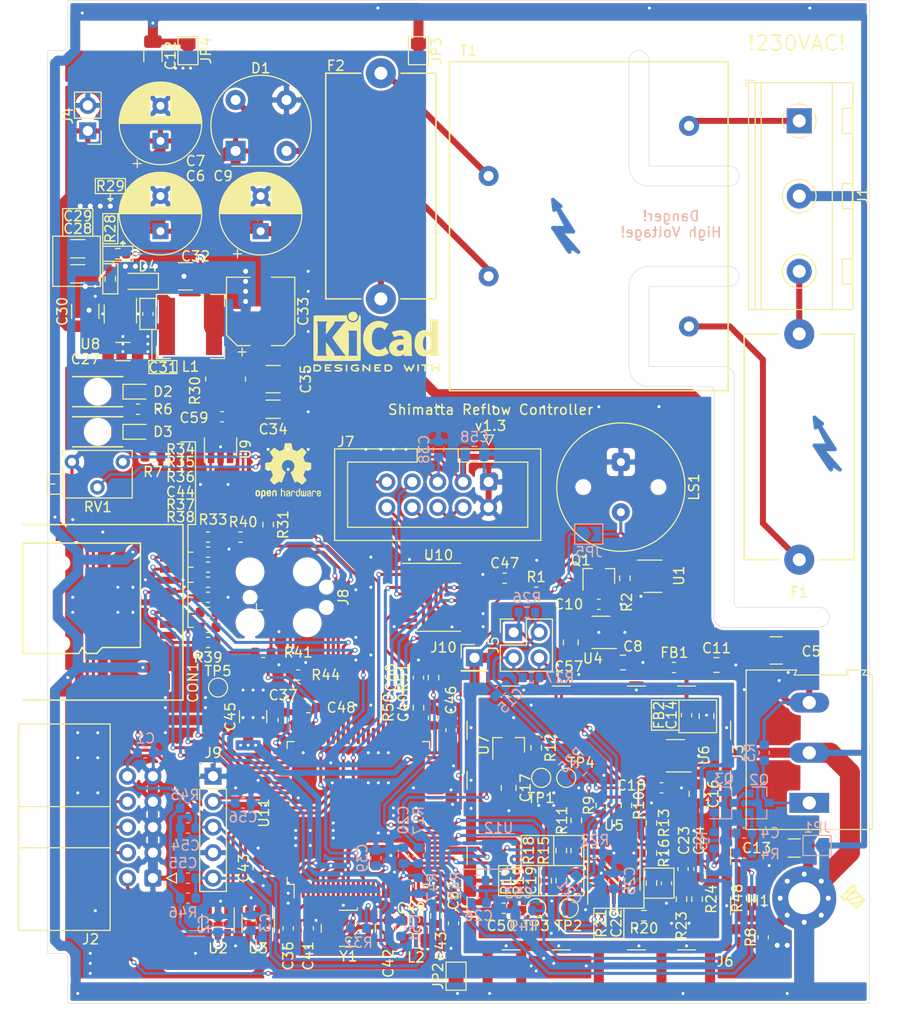
<source format=kicad_pcb>
(kicad_pcb (version 20171130) (host pcbnew 5.1.8)

  (general
    (thickness 1.6)
    (drawings 138)
    (tracks 1911)
    (zones 0)
    (modules 171)
    (nets 152)
  )

  (page A4)
  (layers
    (0 F.Cu signal)
    (31 B.Cu signal)
    (32 B.Adhes user)
    (33 F.Adhes user)
    (34 B.Paste user)
    (35 F.Paste user)
    (36 B.SilkS user)
    (37 F.SilkS user)
    (38 B.Mask user)
    (39 F.Mask user)
    (40 Dwgs.User user)
    (41 Cmts.User user)
    (42 Eco1.User user)
    (43 Eco2.User user)
    (44 Edge.Cuts user)
    (45 Margin user)
    (46 B.CrtYd user)
    (47 F.CrtYd user)
    (48 B.Fab user hide)
    (49 F.Fab user hide)
  )

  (setup
    (last_trace_width 0.25)
    (user_trace_width 0.3)
    (user_trace_width 0.4)
    (user_trace_width 0.6)
    (user_trace_width 1)
    (user_trace_width 2)
    (trace_clearance 0.2)
    (zone_clearance 0.25)
    (zone_45_only no)
    (trace_min 0.21)
    (via_size 0.5)
    (via_drill 0.3)
    (via_min_size 0.4)
    (via_min_drill 0.3)
    (user_via 0.9 0.5)
    (uvia_size 0.3)
    (uvia_drill 0.1)
    (uvias_allowed no)
    (uvia_min_size 0.2)
    (uvia_min_drill 0.1)
    (edge_width 0.05)
    (segment_width 0.2)
    (pcb_text_width 0.3)
    (pcb_text_size 1.5 1.5)
    (mod_edge_width 0.12)
    (mod_text_size 1 1)
    (mod_text_width 0.15)
    (pad_size 0.875 0.95)
    (pad_drill 0)
    (pad_to_mask_clearance 0.051)
    (solder_mask_min_width 0.25)
    (aux_axis_origin 13 13)
    (grid_origin 13 13)
    (visible_elements FFFFFF7F)
    (pcbplotparams
      (layerselection 0x010fc_ffffffff)
      (usegerberextensions true)
      (usegerberattributes false)
      (usegerberadvancedattributes false)
      (creategerberjobfile true)
      (excludeedgelayer true)
      (linewidth 0.100000)
      (plotframeref false)
      (viasonmask false)
      (mode 1)
      (useauxorigin false)
      (hpglpennumber 1)
      (hpglpenspeed 20)
      (hpglpendiameter 15.000000)
      (psnegative false)
      (psa4output false)
      (plotreference true)
      (plotvalue true)
      (plotinvisibletext false)
      (padsonsilk false)
      (subtractmaskfromsilk false)
      (outputformat 1)
      (mirror false)
      (drillshape 0)
      (scaleselection 1)
      (outputdirectory "gerber/"))
  )

  (net 0 "")
  (net 1 Earth)
  (net 2 GND)
  (net 3 +8V)
  (net 4 +3V3)
  (net 5 +5V)
  (net 6 /Controller/ENC1)
  (net 7 /Controller/ENC2)
  (net 8 /Controller/VREF)
  (net 9 /Controller/SW1)
  (net 10 /Frontend/FORCE+)
  (net 11 /Frontend/FORCE-)
  (net 12 /Frontend/SENS+)
  (net 13 /Frontend/SENS-)
  (net 14 /Controller/SDIO_D1)
  (net 15 /Controller/SDIO_D0)
  (net 16 /Controller/SDIO_CLK)
  (net 17 /Controller/SDIO_CMD)
  (net 18 /Controller/SDIO_D3)
  (net 19 /Controller/SDIO_D2)
  (net 20 /Controller/TEMP_IN)
  (net 21 /L_Trafo)
  (net 22 /L_IN)
  (net 23 /N_IN)
  (net 24 /DIGIO3)
  (net 25 /DIGIO2)
  (net 26 /DIGIO1)
  (net 27 /DIGIO0)
  (net 28 /Controller/SWDIO)
  (net 29 /Controller/SWCLK)
  (net 30 /Controller/PC_RX)
  (net 31 /Controller/PC_TX)
  (net 32 /Controller/~RST)
  (net 33 /Controller/LCD_VO)
  (net 34 /Controller/LCD_RS)
  (net 35 /Controller/LCD_EN)
  (net 36 /Controller/LCD_D3)
  (net 37 /Controller/LCD_D0)
  (net 38 /Controller/LCD_D2)
  (net 39 /Controller/LCD_D1)
  (net 40 /OUT0)
  (net 41 /OUT3)
  (net 42 /OUT2)
  (net 43 /OUT1)
  (net 44 /Controller/VDDA)
  (net 45 +5VL)
  (net 46 /Controller/CARD_DETECT)
  (net 47 +3.3VA)
  (net 48 /Frontend/VREF_OP)
  (net 49 /DIGIO0_PROT)
  (net 50 /DIGIO1_PROT)
  (net 51 /DIGIO2_PROT)
  (net 52 /DIGIO3_PROT)
  (net 53 "Net-(C4-Pad2)")
  (net 54 "Net-(C14-Pad1)")
  (net 55 "Net-(C19-Pad1)")
  (net 56 "Net-(C22-Pad2)")
  (net 57 "Net-(C22-Pad1)")
  (net 58 "Net-(C23-Pad1)")
  (net 59 "Net-(C31-Pad1)")
  (net 60 "Net-(C34-Pad1)")
  (net 61 "Net-(C42-Pad1)")
  (net 62 "Net-(D1-Pad4)")
  (net 63 "Net-(D1-Pad2)")
  (net 64 "Net-(D2-Pad1)")
  (net 65 "Net-(D3-Pad1)")
  (net 66 "Net-(F2-Pad2)")
  (net 67 "Net-(J3-Pad1)")
  (net 68 "Net-(J8-Pad5)")
  (net 69 "Net-(J8-Pad6)")
  (net 70 "Net-(J8-Pad8)")
  (net 71 "Net-(Q2-Pad2)")
  (net 72 "Net-(Q3-Pad1)")
  (net 73 /Controller/SSR_SAFETY_ENABLE)
  (net 74 "Net-(R10-Pad2)")
  (net 75 "Net-(R10-Pad1)")
  (net 76 /Controller/E_~CS)
  (net 77 "Net-(U9-Pad3)")
  (net 78 /Controller/E_SCK)
  (net 79 /Controller/E_MISO)
  (net 80 /Controller/E_MOSI)
  (net 81 "Net-(Q1-Pad3)")
  (net 82 "Net-(U11-Pad1)")
  (net 83 "/Digital Power Supply/DCDC_SW")
  (net 84 /Controller/EXT_WTCHDG_TOGGL)
  (net 85 "Net-(C41-Pad1)")
  (net 86 "Net-(C46-Pad1)")
  (net 87 "Net-(C48-Pad1)")
  (net 88 "Net-(C52-Pad2)")
  (net 89 "Net-(R11-Pad2)")
  (net 90 "Net-(R11-Pad1)")
  (net 91 "Net-(R13-Pad2)")
  (net 92 "Net-(R15-Pad1)")
  (net 93 "Net-(R20-Pad1)")
  (net 94 "Net-(R28-Pad1)")
  (net 95 "Net-(R31-Pad2)")
  (net 96 "Net-(U1-Pad1)")
  (net 97 "Net-(U6-Pad4)")
  (net 98 "Net-(U10-Pad17)")
  (net 99 "Net-(U10-Pad15)")
  (net 100 "Net-(U10-Pad9)")
  (net 101 "Net-(U10-Pad8)")
  (net 102 "Net-(U10-Pad7)")
  (net 103 "Net-(U10-Pad6)")
  (net 104 "Net-(U10-Pad4)")
  (net 105 "Net-(U10-Pad2)")
  (net 106 "Net-(U11-Pad2)")
  (net 107 "Net-(U11-Pad3)")
  (net 108 "Net-(U11-Pad4)")
  (net 109 "Net-(U11-Pad5)")
  (net 110 "Net-(U11-Pad7)")
  (net 111 "Net-(U11-Pad8)")
  (net 112 "Net-(U11-Pad9)")
  (net 113 "Net-(U11-Pad15)")
  (net 114 "Net-(U11-Pad16)")
  (net 115 "Net-(U11-Pad17)")
  (net 116 "Net-(U11-Pad18)")
  (net 117 "Net-(U11-Pad33)")
  (net 118 "Net-(U11-Pad38)")
  (net 119 "Net-(U11-Pad40)")
  (net 120 "Net-(U11-Pad41)")
  (net 121 "Net-(U11-Pad42)")
  (net 122 "Net-(U11-Pad43)")
  (net 123 "Net-(U11-Pad44)")
  (net 124 "Net-(U11-Pad45)")
  (net 125 "Net-(U11-Pad46)")
  (net 126 "Net-(U11-Pad47)")
  (net 127 "Net-(U11-Pad48)")
  (net 128 "Net-(U11-Pad51)")
  (net 129 "Net-(U11-Pad52)")
  (net 130 "Net-(U11-Pad53)")
  (net 131 "Net-(U11-Pad54)")
  (net 132 "Net-(U11-Pad60)")
  (net 133 "Net-(U11-Pad61)")
  (net 134 "Net-(U11-Pad62)")
  (net 135 "Net-(U11-Pad63)")
  (net 136 "Net-(U11-Pad64)")
  (net 137 "Net-(U11-Pad70)")
  (net 138 "Net-(U11-Pad71)")
  (net 139 "Net-(U11-Pad77)")
  (net 140 "Net-(U11-Pad81)")
  (net 141 "Net-(U11-Pad82)")
  (net 142 "Net-(U11-Pad84)")
  (net 143 "Net-(U11-Pad86)")
  (net 144 "Net-(U11-Pad95)")
  (net 145 "Net-(U11-Pad96)")
  (net 146 "Net-(U11-Pad97)")
  (net 147 "Net-(U11-Pad98)")
  (net 148 "Net-(C10-Pad2)")
  (net 149 "Net-(JP5-Pad2)")
  (net 150 "Net-(JP5-Pad1)")
  (net 151 "Net-(C60-Pad1)")

  (net_class Default "This is the default net class."
    (clearance 0.2)
    (trace_width 0.25)
    (via_dia 0.5)
    (via_drill 0.3)
    (uvia_dia 0.3)
    (uvia_drill 0.1)
    (diff_pair_width 0.3)
    (diff_pair_gap 0.25)
    (add_net +3.3VA)
    (add_net +3V3)
    (add_net +5V)
    (add_net +5VL)
    (add_net +8V)
    (add_net /Controller/CARD_DETECT)
    (add_net /Controller/ENC1)
    (add_net /Controller/ENC2)
    (add_net /Controller/EXT_WTCHDG_TOGGL)
    (add_net /Controller/E_MISO)
    (add_net /Controller/E_MOSI)
    (add_net /Controller/E_SCK)
    (add_net /Controller/E_~CS)
    (add_net /Controller/LCD_D0)
    (add_net /Controller/LCD_D1)
    (add_net /Controller/LCD_D2)
    (add_net /Controller/LCD_D3)
    (add_net /Controller/LCD_EN)
    (add_net /Controller/LCD_RS)
    (add_net /Controller/LCD_VO)
    (add_net /Controller/PC_RX)
    (add_net /Controller/PC_TX)
    (add_net /Controller/SDIO_CLK)
    (add_net /Controller/SDIO_CMD)
    (add_net /Controller/SDIO_D0)
    (add_net /Controller/SDIO_D1)
    (add_net /Controller/SDIO_D2)
    (add_net /Controller/SDIO_D3)
    (add_net /Controller/SSR_SAFETY_ENABLE)
    (add_net /Controller/SW1)
    (add_net /Controller/SWCLK)
    (add_net /Controller/SWDIO)
    (add_net /Controller/TEMP_IN)
    (add_net /Controller/VDDA)
    (add_net /Controller/VREF)
    (add_net /Controller/~RST)
    (add_net /DIGIO0)
    (add_net /DIGIO0_PROT)
    (add_net /DIGIO1)
    (add_net /DIGIO1_PROT)
    (add_net /DIGIO2)
    (add_net /DIGIO2_PROT)
    (add_net /DIGIO3)
    (add_net /DIGIO3_PROT)
    (add_net "/Digital Power Supply/DCDC_SW")
    (add_net /Frontend/FORCE+)
    (add_net /Frontend/FORCE-)
    (add_net /Frontend/SENS+)
    (add_net /Frontend/SENS-)
    (add_net /Frontend/VREF_OP)
    (add_net /OUT0)
    (add_net /OUT1)
    (add_net /OUT2)
    (add_net /OUT3)
    (add_net Earth)
    (add_net GND)
    (add_net "Net-(C10-Pad2)")
    (add_net "Net-(C14-Pad1)")
    (add_net "Net-(C19-Pad1)")
    (add_net "Net-(C22-Pad1)")
    (add_net "Net-(C22-Pad2)")
    (add_net "Net-(C23-Pad1)")
    (add_net "Net-(C31-Pad1)")
    (add_net "Net-(C34-Pad1)")
    (add_net "Net-(C4-Pad2)")
    (add_net "Net-(C41-Pad1)")
    (add_net "Net-(C42-Pad1)")
    (add_net "Net-(C46-Pad1)")
    (add_net "Net-(C48-Pad1)")
    (add_net "Net-(C52-Pad2)")
    (add_net "Net-(C60-Pad1)")
    (add_net "Net-(D1-Pad2)")
    (add_net "Net-(D1-Pad4)")
    (add_net "Net-(D2-Pad1)")
    (add_net "Net-(D3-Pad1)")
    (add_net "Net-(F2-Pad2)")
    (add_net "Net-(J3-Pad1)")
    (add_net "Net-(J8-Pad5)")
    (add_net "Net-(J8-Pad6)")
    (add_net "Net-(J8-Pad8)")
    (add_net "Net-(JP5-Pad1)")
    (add_net "Net-(JP5-Pad2)")
    (add_net "Net-(Q1-Pad3)")
    (add_net "Net-(Q2-Pad2)")
    (add_net "Net-(Q3-Pad1)")
    (add_net "Net-(R10-Pad1)")
    (add_net "Net-(R10-Pad2)")
    (add_net "Net-(R11-Pad1)")
    (add_net "Net-(R11-Pad2)")
    (add_net "Net-(R13-Pad2)")
    (add_net "Net-(R15-Pad1)")
    (add_net "Net-(R20-Pad1)")
    (add_net "Net-(R28-Pad1)")
    (add_net "Net-(R31-Pad2)")
    (add_net "Net-(U1-Pad1)")
    (add_net "Net-(U10-Pad15)")
    (add_net "Net-(U10-Pad17)")
    (add_net "Net-(U10-Pad2)")
    (add_net "Net-(U10-Pad4)")
    (add_net "Net-(U10-Pad6)")
    (add_net "Net-(U10-Pad7)")
    (add_net "Net-(U10-Pad8)")
    (add_net "Net-(U10-Pad9)")
    (add_net "Net-(U11-Pad1)")
    (add_net "Net-(U11-Pad15)")
    (add_net "Net-(U11-Pad16)")
    (add_net "Net-(U11-Pad17)")
    (add_net "Net-(U11-Pad18)")
    (add_net "Net-(U11-Pad2)")
    (add_net "Net-(U11-Pad3)")
    (add_net "Net-(U11-Pad33)")
    (add_net "Net-(U11-Pad38)")
    (add_net "Net-(U11-Pad4)")
    (add_net "Net-(U11-Pad40)")
    (add_net "Net-(U11-Pad41)")
    (add_net "Net-(U11-Pad42)")
    (add_net "Net-(U11-Pad43)")
    (add_net "Net-(U11-Pad44)")
    (add_net "Net-(U11-Pad45)")
    (add_net "Net-(U11-Pad46)")
    (add_net "Net-(U11-Pad47)")
    (add_net "Net-(U11-Pad48)")
    (add_net "Net-(U11-Pad5)")
    (add_net "Net-(U11-Pad51)")
    (add_net "Net-(U11-Pad52)")
    (add_net "Net-(U11-Pad53)")
    (add_net "Net-(U11-Pad54)")
    (add_net "Net-(U11-Pad60)")
    (add_net "Net-(U11-Pad61)")
    (add_net "Net-(U11-Pad62)")
    (add_net "Net-(U11-Pad63)")
    (add_net "Net-(U11-Pad64)")
    (add_net "Net-(U11-Pad7)")
    (add_net "Net-(U11-Pad70)")
    (add_net "Net-(U11-Pad71)")
    (add_net "Net-(U11-Pad77)")
    (add_net "Net-(U11-Pad8)")
    (add_net "Net-(U11-Pad81)")
    (add_net "Net-(U11-Pad82)")
    (add_net "Net-(U11-Pad84)")
    (add_net "Net-(U11-Pad86)")
    (add_net "Net-(U11-Pad9)")
    (add_net "Net-(U11-Pad95)")
    (add_net "Net-(U11-Pad96)")
    (add_net "Net-(U11-Pad97)")
    (add_net "Net-(U11-Pad98)")
    (add_net "Net-(U6-Pad4)")
    (add_net "Net-(U9-Pad3)")
  )

  (net_class HV ""
    (clearance 2.55)
    (trace_width 1)
    (via_dia 0.5)
    (via_drill 0.3)
    (uvia_dia 0.3)
    (uvia_drill 0.1)
    (diff_pair_width 0.21)
    (diff_pair_gap 0.25)
    (add_net /L_IN)
    (add_net /L_Trafo)
    (add_net /N_IN)
  )

  (module shimatta_buzzer:PKM13EPYH4002-B0 (layer F.Cu) (tedit 5FCFC26C) (tstamp 5FCC3E58)
    (at 73.198 61.514 270)
    (tags buzzer,piezo)
    (path /5D891662)
    (fp_text reference LS1 (at 0 -7.3 90) (layer F.SilkS)
      (effects (font (size 1 1) (thickness 0.15)))
    )
    (fp_text value Buzzer (at 0 -1.7 90) (layer F.Fab)
      (effects (font (size 1 1) (thickness 0.15)))
    )
    (fp_circle (center 0 0) (end 6.5 0) (layer F.Fab) (width 0.12))
    (fp_circle (center 0 0) (end 6.5 0) (layer F.CrtYd) (width 0.12))
    (fp_circle (center 0 0) (end 6.4 0) (layer F.SilkS) (width 0.12))
    (pad "" np_thru_hole circle (at 0 -3.75 270) (size 1.1 1.1) (drill 1.1) (layers *.Cu *.Mask))
    (pad "" np_thru_hole circle (at 0 3.75 270) (size 1.1 1.1) (drill 1.1) (layers *.Cu *.Mask))
    (pad 2 thru_hole circle (at 2.5 0 270) (size 1.8 1.8) (drill 0.8) (layers *.Cu *.Mask)
      (net 149 "Net-(JP5-Pad2)"))
    (pad 1 thru_hole roundrect (at -2.5 0 270) (size 1.8 1.8) (drill 0.8) (layers *.Cu *.Mask) (roundrect_rratio 0.25)
      (net 2 GND))
    (model ${KISYS3DMOD}/buzzer.shapes3d/PKM13EPYH4002-B0.wrl
      (at (xyz 0 0 0))
      (scale (xyz 0.3937 0.3937 0.3937))
      (rotate (xyz 0 0 0))
    )
  )

  (module Resistor_SMD:R_0603_1608Metric (layer F.Cu) (tedit 5F68FEEE) (tstamp 5FCDB62B)
    (at 54.5 80.5 270)
    (descr "Resistor SMD 0603 (1608 Metric), square (rectangular) end terminal, IPC_7351 nominal, (Body size source: IPC-SM-782 page 72, https://www.pcb-3d.com/wordpress/wp-content/uploads/ipc-sm-782a_amendment_1_and_2.pdf), generated with kicad-footprint-generator")
    (tags resistor)
    (path /5D77EC9D/5FD62ABC)
    (attr smd)
    (fp_text reference R51 (at 0 3 90) (layer F.SilkS)
      (effects (font (size 1 1) (thickness 0.15)))
    )
    (fp_text value 10k (at 0 1.43 90) (layer F.Fab)
      (effects (font (size 1 1) (thickness 0.15)))
    )
    (fp_line (start 1.48 0.73) (end -1.48 0.73) (layer F.CrtYd) (width 0.05))
    (fp_line (start 1.48 -0.73) (end 1.48 0.73) (layer F.CrtYd) (width 0.05))
    (fp_line (start -1.48 -0.73) (end 1.48 -0.73) (layer F.CrtYd) (width 0.05))
    (fp_line (start -1.48 0.73) (end -1.48 -0.73) (layer F.CrtYd) (width 0.05))
    (fp_line (start -0.237258 0.5225) (end 0.237258 0.5225) (layer F.SilkS) (width 0.12))
    (fp_line (start -0.237258 -0.5225) (end 0.237258 -0.5225) (layer F.SilkS) (width 0.12))
    (fp_line (start 0.8 0.4125) (end -0.8 0.4125) (layer F.Fab) (width 0.1))
    (fp_line (start 0.8 -0.4125) (end 0.8 0.4125) (layer F.Fab) (width 0.1))
    (fp_line (start -0.8 -0.4125) (end 0.8 -0.4125) (layer F.Fab) (width 0.1))
    (fp_line (start -0.8 0.4125) (end -0.8 -0.4125) (layer F.Fab) (width 0.1))
    (fp_text user %R (at 0 0 90) (layer F.Fab)
      (effects (font (size 0.4 0.4) (thickness 0.06)))
    )
    (pad 2 smd roundrect (at 0.825 0 270) (size 0.8 0.95) (layers F.Cu F.Paste F.Mask) (roundrect_rratio 0.25)
      (net 151 "Net-(C60-Pad1)"))
    (pad 1 smd roundrect (at -0.825 0 270) (size 0.8 0.95) (layers F.Cu F.Paste F.Mask) (roundrect_rratio 0.25)
      (net 2 GND))
    (model ${KISYS3DMOD}/Resistor_SMD.3dshapes/R_0603_1608Metric.wrl
      (at (xyz 0 0 0))
      (scale (xyz 1 1 1))
      (rotate (xyz 0 0 0))
    )
  )

  (module Resistor_SMD:R_0603_1608Metric (layer F.Cu) (tedit 5F68FEEE) (tstamp 5FCDB61A)
    (at 53 83.5 270)
    (descr "Resistor SMD 0603 (1608 Metric), square (rectangular) end terminal, IPC_7351 nominal, (Body size source: IPC-SM-782 page 72, https://www.pcb-3d.com/wordpress/wp-content/uploads/ipc-sm-782a_amendment_1_and_2.pdf), generated with kicad-footprint-generator")
    (tags resistor)
    (path /5D77EC9D/5FD5CEDB)
    (attr smd)
    (fp_text reference R50 (at 0 3 90) (layer F.SilkS)
      (effects (font (size 1 1) (thickness 0.15)))
    )
    (fp_text value 10k (at 0 1.43 90) (layer F.Fab)
      (effects (font (size 1 1) (thickness 0.15)))
    )
    (fp_line (start 1.48 0.73) (end -1.48 0.73) (layer F.CrtYd) (width 0.05))
    (fp_line (start 1.48 -0.73) (end 1.48 0.73) (layer F.CrtYd) (width 0.05))
    (fp_line (start -1.48 -0.73) (end 1.48 -0.73) (layer F.CrtYd) (width 0.05))
    (fp_line (start -1.48 0.73) (end -1.48 -0.73) (layer F.CrtYd) (width 0.05))
    (fp_line (start -0.237258 0.5225) (end 0.237258 0.5225) (layer F.SilkS) (width 0.12))
    (fp_line (start -0.237258 -0.5225) (end 0.237258 -0.5225) (layer F.SilkS) (width 0.12))
    (fp_line (start 0.8 0.4125) (end -0.8 0.4125) (layer F.Fab) (width 0.1))
    (fp_line (start 0.8 -0.4125) (end 0.8 0.4125) (layer F.Fab) (width 0.1))
    (fp_line (start -0.8 -0.4125) (end 0.8 -0.4125) (layer F.Fab) (width 0.1))
    (fp_line (start -0.8 0.4125) (end -0.8 -0.4125) (layer F.Fab) (width 0.1))
    (fp_text user %R (at 0 0 90) (layer F.Fab)
      (effects (font (size 0.4 0.4) (thickness 0.06)))
    )
    (pad 2 smd roundrect (at 0.825 0 270) (size 0.8 0.95) (layers F.Cu F.Paste F.Mask) (roundrect_rratio 0.25)
      (net 4 +3V3))
    (pad 1 smd roundrect (at -0.825 0 270) (size 0.8 0.95) (layers F.Cu F.Paste F.Mask) (roundrect_rratio 0.25)
      (net 151 "Net-(C60-Pad1)"))
    (model ${KISYS3DMOD}/Resistor_SMD.3dshapes/R_0603_1608Metric.wrl
      (at (xyz 0 0 0))
      (scale (xyz 1 1 1))
      (rotate (xyz 0 0 0))
    )
  )

  (module Capacitor_SMD:C_0603_1608Metric (layer F.Cu) (tedit 5F68FEEE) (tstamp 5FCDA8B7)
    (at 53 80.5 90)
    (descr "Capacitor SMD 0603 (1608 Metric), square (rectangular) end terminal, IPC_7351 nominal, (Body size source: IPC-SM-782 page 76, https://www.pcb-3d.com/wordpress/wp-content/uploads/ipc-sm-782a_amendment_1_and_2.pdf), generated with kicad-footprint-generator")
    (tags capacitor)
    (path /5D77EC9D/5FE39FAF)
    (attr smd)
    (fp_text reference C60 (at 0 -2.75 90) (layer F.SilkS)
      (effects (font (size 1 1) (thickness 0.15)))
    )
    (fp_text value 100n (at 0 1.43 90) (layer F.Fab)
      (effects (font (size 1 1) (thickness 0.15)))
    )
    (fp_line (start 1.48 0.73) (end -1.48 0.73) (layer F.CrtYd) (width 0.05))
    (fp_line (start 1.48 -0.73) (end 1.48 0.73) (layer F.CrtYd) (width 0.05))
    (fp_line (start -1.48 -0.73) (end 1.48 -0.73) (layer F.CrtYd) (width 0.05))
    (fp_line (start -1.48 0.73) (end -1.48 -0.73) (layer F.CrtYd) (width 0.05))
    (fp_line (start -0.14058 0.51) (end 0.14058 0.51) (layer F.SilkS) (width 0.12))
    (fp_line (start -0.14058 -0.51) (end 0.14058 -0.51) (layer F.SilkS) (width 0.12))
    (fp_line (start 0.8 0.4) (end -0.8 0.4) (layer F.Fab) (width 0.1))
    (fp_line (start 0.8 -0.4) (end 0.8 0.4) (layer F.Fab) (width 0.1))
    (fp_line (start -0.8 -0.4) (end 0.8 -0.4) (layer F.Fab) (width 0.1))
    (fp_line (start -0.8 0.4) (end -0.8 -0.4) (layer F.Fab) (width 0.1))
    (fp_text user %R (at 0 0 90) (layer F.Fab)
      (effects (font (size 0.4 0.4) (thickness 0.06)))
    )
    (pad 2 smd roundrect (at 0.775 0 90) (size 0.9 0.95) (layers F.Cu F.Paste F.Mask) (roundrect_rratio 0.25)
      (net 2 GND))
    (pad 1 smd roundrect (at -0.775 0 90) (size 0.9 0.95) (layers F.Cu F.Paste F.Mask) (roundrect_rratio 0.25)
      (net 151 "Net-(C60-Pad1)"))
    (model ${KISYS3DMOD}/Capacitor_SMD.3dshapes/C_0603_1608Metric.wrl
      (at (xyz 0 0 0))
      (scale (xyz 1 1 1))
      (rotate (xyz 0 0 0))
    )
  )

  (module Jumper:SolderJumper-2_P1.3mm_Open_TrianglePad1.0x1.5mm (layer B.Cu) (tedit 5A64794F) (tstamp 5FCF9810)
    (at 70 66.2)
    (descr "SMD Solder Jumper, 1x1.5mm Triangular Pads, 0.3mm gap, open")
    (tags "solder jumper open")
    (path /600F11A8)
    (attr virtual)
    (fp_text reference JP5 (at 0 1.8) (layer B.SilkS)
      (effects (font (size 1 1) (thickness 0.15)) (justify mirror))
    )
    (fp_text value DNP (at 0 -1.9) (layer B.Fab)
      (effects (font (size 1 1) (thickness 0.15)) (justify mirror))
    )
    (fp_line (start 1.65 -1.25) (end -1.65 -1.25) (layer B.CrtYd) (width 0.05))
    (fp_line (start 1.65 -1.25) (end 1.65 1.25) (layer B.CrtYd) (width 0.05))
    (fp_line (start -1.65 1.25) (end -1.65 -1.25) (layer B.CrtYd) (width 0.05))
    (fp_line (start -1.65 1.25) (end 1.65 1.25) (layer B.CrtYd) (width 0.05))
    (fp_line (start -1.4 1) (end 1.4 1) (layer B.SilkS) (width 0.12))
    (fp_line (start 1.4 1) (end 1.4 -1) (layer B.SilkS) (width 0.12))
    (fp_line (start 1.4 -1) (end -1.4 -1) (layer B.SilkS) (width 0.12))
    (fp_line (start -1.4 -1) (end -1.4 1) (layer B.SilkS) (width 0.12))
    (pad 1 smd custom (at -0.725 0) (size 0.3 0.3) (layers B.Cu B.Mask)
      (net 150 "Net-(JP5-Pad1)") (zone_connect 2)
      (options (clearance outline) (anchor rect))
      (primitives
        (gr_poly (pts
           (xy -0.5 0.75) (xy 0.5 0.75) (xy 1 0) (xy 0.5 -0.75) (xy -0.5 -0.75)
) (width 0))
      ))
    (pad 2 smd custom (at 0.725 0) (size 0.3 0.3) (layers B.Cu B.Mask)
      (net 149 "Net-(JP5-Pad2)") (zone_connect 2)
      (options (clearance outline) (anchor rect))
      (primitives
        (gr_poly (pts
           (xy -0.65 0.75) (xy 0.5 0.75) (xy 0.5 -0.75) (xy -0.65 -0.75) (xy -0.15 0)
) (width 0))
      ))
  )

  (module Capacitor_SMD:C_0603_1608Metric (layer F.Cu) (tedit 5F68FEEE) (tstamp 5FCF2BEC)
    (at 33.4 54.5)
    (descr "Capacitor SMD 0603 (1608 Metric), square (rectangular) end terminal, IPC_7351 nominal, (Body size source: IPC-SM-782 page 76, https://www.pcb-3d.com/wordpress/wp-content/uploads/ipc-sm-782a_amendment_1_and_2.pdf), generated with kicad-footprint-generator")
    (tags capacitor)
    (path /5D77EC9D/5FFAEEF2)
    (attr smd)
    (fp_text reference C59 (at -2.8 0.1) (layer F.SilkS)
      (effects (font (size 1 1) (thickness 0.15)))
    )
    (fp_text value 100n (at 0 1.43) (layer F.Fab)
      (effects (font (size 1 1) (thickness 0.15)))
    )
    (fp_line (start 1.48 0.73) (end -1.48 0.73) (layer F.CrtYd) (width 0.05))
    (fp_line (start 1.48 -0.73) (end 1.48 0.73) (layer F.CrtYd) (width 0.05))
    (fp_line (start -1.48 -0.73) (end 1.48 -0.73) (layer F.CrtYd) (width 0.05))
    (fp_line (start -1.48 0.73) (end -1.48 -0.73) (layer F.CrtYd) (width 0.05))
    (fp_line (start -0.14058 0.51) (end 0.14058 0.51) (layer F.SilkS) (width 0.12))
    (fp_line (start -0.14058 -0.51) (end 0.14058 -0.51) (layer F.SilkS) (width 0.12))
    (fp_line (start 0.8 0.4) (end -0.8 0.4) (layer F.Fab) (width 0.1))
    (fp_line (start 0.8 -0.4) (end 0.8 0.4) (layer F.Fab) (width 0.1))
    (fp_line (start -0.8 -0.4) (end 0.8 -0.4) (layer F.Fab) (width 0.1))
    (fp_line (start -0.8 0.4) (end -0.8 -0.4) (layer F.Fab) (width 0.1))
    (fp_text user %R (at 0 0) (layer F.Fab)
      (effects (font (size 0.4 0.4) (thickness 0.06)))
    )
    (pad 2 smd roundrect (at 0.775 0) (size 0.9 0.95) (layers F.Cu F.Paste F.Mask) (roundrect_rratio 0.25)
      (net 2 GND))
    (pad 1 smd roundrect (at -0.775 0) (size 0.9 0.95) (layers F.Cu F.Paste F.Mask) (roundrect_rratio 0.25)
      (net 4 +3V3))
    (model ${KISYS3DMOD}/Capacitor_SMD.3dshapes/C_0603_1608Metric.wrl
      (at (xyz 0 0 0))
      (scale (xyz 1 1 1))
      (rotate (xyz 0 0 0))
    )
  )

  (module Capacitor_SMD:C_0805_2012Metric (layer B.Cu) (tedit 5F68FEEE) (tstamp 5FCEA5B5)
    (at 58.6 58.2 180)
    (descr "Capacitor SMD 0805 (2012 Metric), square (rectangular) end terminal, IPC_7351 nominal, (Body size source: IPC-SM-782 page 76, https://www.pcb-3d.com/wordpress/wp-content/uploads/ipc-sm-782a_amendment_1_and_2.pdf, https://docs.google.com/spreadsheets/d/1BsfQQcO9C6DZCsRaXUlFlo91Tg2WpOkGARC1WS5S8t0/edit?usp=sharing), generated with kicad-footprint-generator")
    (tags capacitor)
    (path /5D77EC9D/5FEFE3CF)
    (attr smd)
    (fp_text reference C58 (at 0 1.68) (layer B.SilkS)
      (effects (font (size 1 1) (thickness 0.15)) (justify mirror))
    )
    (fp_text value 1u (at 0 -1.68) (layer B.Fab)
      (effects (font (size 1 1) (thickness 0.15)) (justify mirror))
    )
    (fp_line (start 1.7 -0.98) (end -1.7 -0.98) (layer B.CrtYd) (width 0.05))
    (fp_line (start 1.7 0.98) (end 1.7 -0.98) (layer B.CrtYd) (width 0.05))
    (fp_line (start -1.7 0.98) (end 1.7 0.98) (layer B.CrtYd) (width 0.05))
    (fp_line (start -1.7 -0.98) (end -1.7 0.98) (layer B.CrtYd) (width 0.05))
    (fp_line (start -0.261252 -0.735) (end 0.261252 -0.735) (layer B.SilkS) (width 0.12))
    (fp_line (start -0.261252 0.735) (end 0.261252 0.735) (layer B.SilkS) (width 0.12))
    (fp_line (start 1 -0.625) (end -1 -0.625) (layer B.Fab) (width 0.1))
    (fp_line (start 1 0.625) (end 1 -0.625) (layer B.Fab) (width 0.1))
    (fp_line (start -1 0.625) (end 1 0.625) (layer B.Fab) (width 0.1))
    (fp_line (start -1 -0.625) (end -1 0.625) (layer B.Fab) (width 0.1))
    (fp_text user %R (at 0 0) (layer B.Fab)
      (effects (font (size 0.5 0.5) (thickness 0.08)) (justify mirror))
    )
    (pad 2 smd roundrect (at 0.95 0 180) (size 1 1.45) (layers B.Cu B.Paste B.Mask) (roundrect_rratio 0.25)
      (net 45 +5VL))
    (pad 1 smd roundrect (at -0.95 0 180) (size 1 1.45) (layers B.Cu B.Paste B.Mask) (roundrect_rratio 0.25)
      (net 2 GND))
    (model ${KISYS3DMOD}/Capacitor_SMD.3dshapes/C_0805_2012Metric.wrl
      (at (xyz 0 0 0))
      (scale (xyz 1 1 1))
      (rotate (xyz 0 0 0))
    )
  )

  (module Capacitor_SMD:C_0805_2012Metric (layer F.Cu) (tedit 5F68FEEE) (tstamp 5FCE5B90)
    (at 73.4 79)
    (descr "Capacitor SMD 0805 (2012 Metric), square (rectangular) end terminal, IPC_7351 nominal, (Body size source: IPC-SM-782 page 76, https://www.pcb-3d.com/wordpress/wp-content/uploads/ipc-sm-782a_amendment_1_and_2.pdf, https://docs.google.com/spreadsheets/d/1BsfQQcO9C6DZCsRaXUlFlo91Tg2WpOkGARC1WS5S8t0/edit?usp=sharing), generated with kicad-footprint-generator")
    (tags capacitor)
    (path /5D992429)
    (attr smd)
    (fp_text reference C8 (at 1 -1.6) (layer F.SilkS)
      (effects (font (size 1 1) (thickness 0.15)))
    )
    (fp_text value 100n (at 0 1.68) (layer F.Fab)
      (effects (font (size 1 1) (thickness 0.15)))
    )
    (fp_line (start 1.7 0.98) (end -1.7 0.98) (layer F.CrtYd) (width 0.05))
    (fp_line (start 1.7 -0.98) (end 1.7 0.98) (layer F.CrtYd) (width 0.05))
    (fp_line (start -1.7 -0.98) (end 1.7 -0.98) (layer F.CrtYd) (width 0.05))
    (fp_line (start -1.7 0.98) (end -1.7 -0.98) (layer F.CrtYd) (width 0.05))
    (fp_line (start -0.261252 0.735) (end 0.261252 0.735) (layer F.SilkS) (width 0.12))
    (fp_line (start -0.261252 -0.735) (end 0.261252 -0.735) (layer F.SilkS) (width 0.12))
    (fp_line (start 1 0.625) (end -1 0.625) (layer F.Fab) (width 0.1))
    (fp_line (start 1 -0.625) (end 1 0.625) (layer F.Fab) (width 0.1))
    (fp_line (start -1 -0.625) (end 1 -0.625) (layer F.Fab) (width 0.1))
    (fp_line (start -1 0.625) (end -1 -0.625) (layer F.Fab) (width 0.1))
    (fp_text user %R (at 0 0) (layer F.Fab)
      (effects (font (size 0.5 0.5) (thickness 0.08)))
    )
    (pad 2 smd roundrect (at 0.95 0) (size 1 1.45) (layers F.Cu F.Paste F.Mask) (roundrect_rratio 0.25)
      (net 2 GND))
    (pad 1 smd roundrect (at -0.95 0) (size 1 1.45) (layers F.Cu F.Paste F.Mask) (roundrect_rratio 0.25)
      (net 3 +8V))
    (model ${KISYS3DMOD}/Capacitor_SMD.3dshapes/C_0805_2012Metric.wrl
      (at (xyz 0 0 0))
      (scale (xyz 1 1 1))
      (rotate (xyz 0 0 0))
    )
  )

  (module Package_TO_SOT_SMD:SOT-23-5 (layer F.Cu) (tedit 5A02FF57) (tstamp 5FCDC79F)
    (at 71.2 76 180)
    (descr "5-pin SOT23 package")
    (tags SOT-23-5)
    (path /5FD96B77)
    (attr smd)
    (fp_text reference U4 (at 0.8 -2.6) (layer F.SilkS)
      (effects (font (size 1 1) (thickness 0.15)))
    )
    (fp_text value LP2985-5.0 (at 0 2.9) (layer F.Fab)
      (effects (font (size 1 1) (thickness 0.15)))
    )
    (fp_line (start 0.9 -1.55) (end 0.9 1.55) (layer F.Fab) (width 0.1))
    (fp_line (start 0.9 1.55) (end -0.9 1.55) (layer F.Fab) (width 0.1))
    (fp_line (start -0.9 -0.9) (end -0.9 1.55) (layer F.Fab) (width 0.1))
    (fp_line (start 0.9 -1.55) (end -0.25 -1.55) (layer F.Fab) (width 0.1))
    (fp_line (start -0.9 -0.9) (end -0.25 -1.55) (layer F.Fab) (width 0.1))
    (fp_line (start -1.9 1.8) (end -1.9 -1.8) (layer F.CrtYd) (width 0.05))
    (fp_line (start 1.9 1.8) (end -1.9 1.8) (layer F.CrtYd) (width 0.05))
    (fp_line (start 1.9 -1.8) (end 1.9 1.8) (layer F.CrtYd) (width 0.05))
    (fp_line (start -1.9 -1.8) (end 1.9 -1.8) (layer F.CrtYd) (width 0.05))
    (fp_line (start 0.9 -1.61) (end -1.55 -1.61) (layer F.SilkS) (width 0.12))
    (fp_line (start -0.9 1.61) (end 0.9 1.61) (layer F.SilkS) (width 0.12))
    (fp_text user %R (at 0 0 90) (layer F.Fab)
      (effects (font (size 0.5 0.5) (thickness 0.075)))
    )
    (pad 5 smd rect (at 1.1 -0.95 180) (size 1.06 0.65) (layers F.Cu F.Paste F.Mask)
      (net 45 +5VL))
    (pad 4 smd rect (at 1.1 0.95 180) (size 1.06 0.65) (layers F.Cu F.Paste F.Mask)
      (net 148 "Net-(C10-Pad2)"))
    (pad 3 smd rect (at -1.1 0.95 180) (size 1.06 0.65) (layers F.Cu F.Paste F.Mask)
      (net 3 +8V))
    (pad 2 smd rect (at -1.1 0 180) (size 1.06 0.65) (layers F.Cu F.Paste F.Mask)
      (net 2 GND))
    (pad 1 smd rect (at -1.1 -0.95 180) (size 1.06 0.65) (layers F.Cu F.Paste F.Mask)
      (net 3 +8V))
    (model ${KISYS3DMOD}/Package_TO_SOT_SMD.3dshapes/SOT-23-5.wrl
      (at (xyz 0 0 0))
      (scale (xyz 1 1 1))
      (rotate (xyz 0 0 0))
    )
  )

  (module Capacitor_SMD:C_0805_2012Metric (layer F.Cu) (tedit 5F68FEEE) (tstamp 5FCDB92C)
    (at 68.2 77 270)
    (descr "Capacitor SMD 0805 (2012 Metric), square (rectangular) end terminal, IPC_7351 nominal, (Body size source: IPC-SM-782 page 76, https://www.pcb-3d.com/wordpress/wp-content/uploads/ipc-sm-782a_amendment_1_and_2.pdf, https://docs.google.com/spreadsheets/d/1BsfQQcO9C6DZCsRaXUlFlo91Tg2WpOkGARC1WS5S8t0/edit?usp=sharing), generated with kicad-footprint-generator")
    (tags capacitor)
    (path /5FEA6BEA)
    (attr smd)
    (fp_text reference C57 (at 2.4 0.2 180) (layer F.SilkS)
      (effects (font (size 1 1) (thickness 0.15)))
    )
    (fp_text value 2u2 (at 0 1.68 90) (layer F.Fab)
      (effects (font (size 1 1) (thickness 0.15)))
    )
    (fp_line (start 1.7 0.98) (end -1.7 0.98) (layer F.CrtYd) (width 0.05))
    (fp_line (start 1.7 -0.98) (end 1.7 0.98) (layer F.CrtYd) (width 0.05))
    (fp_line (start -1.7 -0.98) (end 1.7 -0.98) (layer F.CrtYd) (width 0.05))
    (fp_line (start -1.7 0.98) (end -1.7 -0.98) (layer F.CrtYd) (width 0.05))
    (fp_line (start -0.261252 0.735) (end 0.261252 0.735) (layer F.SilkS) (width 0.12))
    (fp_line (start -0.261252 -0.735) (end 0.261252 -0.735) (layer F.SilkS) (width 0.12))
    (fp_line (start 1 0.625) (end -1 0.625) (layer F.Fab) (width 0.1))
    (fp_line (start 1 -0.625) (end 1 0.625) (layer F.Fab) (width 0.1))
    (fp_line (start -1 -0.625) (end 1 -0.625) (layer F.Fab) (width 0.1))
    (fp_line (start -1 0.625) (end -1 -0.625) (layer F.Fab) (width 0.1))
    (fp_text user %R (at 0 0 90) (layer F.Fab)
      (effects (font (size 0.5 0.5) (thickness 0.08)))
    )
    (pad 2 smd roundrect (at 0.95 0 270) (size 1 1.45) (layers F.Cu F.Paste F.Mask) (roundrect_rratio 0.25)
      (net 2 GND))
    (pad 1 smd roundrect (at -0.95 0 270) (size 1 1.45) (layers F.Cu F.Paste F.Mask) (roundrect_rratio 0.25)
      (net 45 +5VL))
    (model ${KISYS3DMOD}/Capacitor_SMD.3dshapes/C_0805_2012Metric.wrl
      (at (xyz 0 0 0))
      (scale (xyz 1 1 1))
      (rotate (xyz 0 0 0))
    )
  )

  (module Capacitor_SMD:C_0603_1608Metric (layer F.Cu) (tedit 5F68FEEE) (tstamp 5FCDB32D)
    (at 71 73.2 180)
    (descr "Capacitor SMD 0603 (1608 Metric), square (rectangular) end terminal, IPC_7351 nominal, (Body size source: IPC-SM-782 page 76, https://www.pcb-3d.com/wordpress/wp-content/uploads/ipc-sm-782a_amendment_1_and_2.pdf), generated with kicad-footprint-generator")
    (tags capacitor)
    (path /5FDDF514)
    (attr smd)
    (fp_text reference C10 (at 3 0) (layer F.SilkS)
      (effects (font (size 1 1) (thickness 0.15)))
    )
    (fp_text value 10n (at 0 1.43) (layer F.Fab)
      (effects (font (size 1 1) (thickness 0.15)))
    )
    (fp_line (start 1.48 0.73) (end -1.48 0.73) (layer F.CrtYd) (width 0.05))
    (fp_line (start 1.48 -0.73) (end 1.48 0.73) (layer F.CrtYd) (width 0.05))
    (fp_line (start -1.48 -0.73) (end 1.48 -0.73) (layer F.CrtYd) (width 0.05))
    (fp_line (start -1.48 0.73) (end -1.48 -0.73) (layer F.CrtYd) (width 0.05))
    (fp_line (start -0.14058 0.51) (end 0.14058 0.51) (layer F.SilkS) (width 0.12))
    (fp_line (start -0.14058 -0.51) (end 0.14058 -0.51) (layer F.SilkS) (width 0.12))
    (fp_line (start 0.8 0.4) (end -0.8 0.4) (layer F.Fab) (width 0.1))
    (fp_line (start 0.8 -0.4) (end 0.8 0.4) (layer F.Fab) (width 0.1))
    (fp_line (start -0.8 -0.4) (end 0.8 -0.4) (layer F.Fab) (width 0.1))
    (fp_line (start -0.8 0.4) (end -0.8 -0.4) (layer F.Fab) (width 0.1))
    (fp_text user %R (at 0 0) (layer F.Fab)
      (effects (font (size 0.4 0.4) (thickness 0.06)))
    )
    (pad 2 smd roundrect (at 0.775 0 180) (size 0.9 0.95) (layers F.Cu F.Paste F.Mask) (roundrect_rratio 0.25)
      (net 148 "Net-(C10-Pad2)"))
    (pad 1 smd roundrect (at -0.775 0 180) (size 0.9 0.95) (layers F.Cu F.Paste F.Mask) (roundrect_rratio 0.25)
      (net 2 GND))
    (model ${KISYS3DMOD}/Capacitor_SMD.3dshapes/C_0603_1608Metric.wrl
      (at (xyz 0 0 0))
      (scale (xyz 1 1 1))
      (rotate (xyz 0 0 0))
    )
  )

  (module Capacitor_SMD:C_1206_3216Metric (layer F.Cu) (tedit 5FCD28CC) (tstamp 5FBDC8F4)
    (at 19 40.25)
    (descr "Capacitor SMD 1206 (3216 Metric), square (rectangular) end terminal, IPC_7351 nominal, (Body size source: IPC-SM-782 page 76, https://www.pcb-3d.com/wordpress/wp-content/uploads/ipc-sm-782a_amendment_1_and_2.pdf), generated with kicad-footprint-generator")
    (tags capacitor)
    (path /5FB6E41F/5FB7D1DC)
    (attr smd)
    (fp_text reference C28 (at 0 -4.5) (layer F.SilkS)
      (effects (font (size 1 1) (thickness 0.15)))
    )
    (fp_text value 100n (at 0 1.85) (layer F.Fab)
      (effects (font (size 1 1) (thickness 0.15)))
    )
    (fp_line (start -1.6 0.8) (end -1.6 -0.8) (layer F.Fab) (width 0.1))
    (fp_line (start -1.6 -0.8) (end 1.6 -0.8) (layer F.Fab) (width 0.1))
    (fp_line (start 1.6 -0.8) (end 1.6 0.8) (layer F.Fab) (width 0.1))
    (fp_line (start 1.6 0.8) (end -1.6 0.8) (layer F.Fab) (width 0.1))
    (fp_line (start -0.711252 -0.91) (end 0.711252 -0.91) (layer F.SilkS) (width 0.12))
    (fp_line (start -0.711252 0.91) (end 0.711252 0.91) (layer F.SilkS) (width 0.12))
    (fp_line (start -2.3 1.15) (end -2.3 -1.15) (layer F.CrtYd) (width 0.05))
    (fp_line (start -2.3 -1.15) (end 2.3 -1.15) (layer F.CrtYd) (width 0.05))
    (fp_line (start 2.3 -1.15) (end 2.3 1.15) (layer F.CrtYd) (width 0.05))
    (fp_line (start 2.3 1.15) (end -2.3 1.15) (layer F.CrtYd) (width 0.05))
    (fp_text user %R (at 0 0) (layer F.Fab)
      (effects (font (size 0.8 0.8) (thickness 0.12)))
    )
    (pad 2 smd roundrect (at 1.475 0) (size 1.15 1.8) (layers F.Cu F.Paste F.Mask) (roundrect_rratio 0.217)
      (net 2 GND) (zone_connect 2))
    (pad 1 smd roundrect (at -1.475 0) (size 1.15 1.8) (layers F.Cu F.Paste F.Mask) (roundrect_rratio 0.217391)
      (net 3 +8V))
    (model ${KISYS3DMOD}/Capacitor_SMD.3dshapes/C_1206_3216Metric.wrl
      (at (xyz 0 0 0))
      (scale (xyz 1 1 1))
      (rotate (xyz 0 0 0))
    )
  )

  (module Capacitor_SMD:C_0805_2012Metric (layer F.Cu) (tedit 5F68FEEE) (tstamp 5DEF1000)
    (at 82.75 79.25)
    (descr "Capacitor SMD 0805 (2012 Metric), square (rectangular) end terminal, IPC_7351 nominal, (Body size source: IPC-SM-782 page 76, https://www.pcb-3d.com/wordpress/wp-content/uploads/ipc-sm-782a_amendment_1_and_2.pdf, https://docs.google.com/spreadsheets/d/1BsfQQcO9C6DZCsRaXUlFlo91Tg2WpOkGARC1WS5S8t0/edit?usp=sharing), generated with kicad-footprint-generator")
    (tags capacitor)
    (path /5D99DEEA)
    (attr smd)
    (fp_text reference C11 (at 0 -1.68) (layer F.SilkS)
      (effects (font (size 1 1) (thickness 0.15)))
    )
    (fp_text value 1u (at 0 1.68) (layer F.Fab)
      (effects (font (size 1 1) (thickness 0.15)))
    )
    (fp_line (start -1 0.625) (end -1 -0.625) (layer F.Fab) (width 0.1))
    (fp_line (start -1 -0.625) (end 1 -0.625) (layer F.Fab) (width 0.1))
    (fp_line (start 1 -0.625) (end 1 0.625) (layer F.Fab) (width 0.1))
    (fp_line (start 1 0.625) (end -1 0.625) (layer F.Fab) (width 0.1))
    (fp_line (start -0.261252 -0.735) (end 0.261252 -0.735) (layer F.SilkS) (width 0.12))
    (fp_line (start -0.261252 0.735) (end 0.261252 0.735) (layer F.SilkS) (width 0.12))
    (fp_line (start -1.7 0.98) (end -1.7 -0.98) (layer F.CrtYd) (width 0.05))
    (fp_line (start -1.7 -0.98) (end 1.7 -0.98) (layer F.CrtYd) (width 0.05))
    (fp_line (start 1.7 -0.98) (end 1.7 0.98) (layer F.CrtYd) (width 0.05))
    (fp_line (start 1.7 0.98) (end -1.7 0.98) (layer F.CrtYd) (width 0.05))
    (fp_text user %R (at 0 0) (layer F.Fab)
      (effects (font (size 0.5 0.5) (thickness 0.08)))
    )
    (pad 2 smd roundrect (at 0.95 0) (size 1 1.45) (layers F.Cu F.Paste F.Mask) (roundrect_rratio 0.25)
      (net 2 GND))
    (pad 1 smd roundrect (at -0.95 0) (size 1 1.45) (layers F.Cu F.Paste F.Mask) (roundrect_rratio 0.25)
      (net 5 +5V))
    (model ${KISYS3DMOD}/Capacitor_SMD.3dshapes/C_0805_2012Metric.wrl
      (at (xyz 0 0 0))
      (scale (xyz 1 1 1))
      (rotate (xyz 0 0 0))
    )
  )

  (module Inductor_SMD:L_0603_1608Metric (layer F.Cu) (tedit 5F68FEF0) (tstamp 5DEF12C3)
    (at 78.5 79.5 180)
    (descr "Inductor SMD 0603 (1608 Metric), square (rectangular) end terminal, IPC_7351 nominal, (Body size source: http://www.tortai-tech.com/upload/download/2011102023233369053.pdf), generated with kicad-footprint-generator")
    (tags inductor)
    (path /5D99D868)
    (attr smd)
    (fp_text reference FB1 (at -0.032 1.476) (layer F.SilkS)
      (effects (font (size 1 1) (thickness 0.15)))
    )
    (fp_text value "600 Z" (at 0 1.43) (layer F.Fab)
      (effects (font (size 1 1) (thickness 0.15)))
    )
    (fp_line (start 1.48 0.73) (end -1.48 0.73) (layer F.CrtYd) (width 0.05))
    (fp_line (start 1.48 -0.73) (end 1.48 0.73) (layer F.CrtYd) (width 0.05))
    (fp_line (start -1.48 -0.73) (end 1.48 -0.73) (layer F.CrtYd) (width 0.05))
    (fp_line (start -1.48 0.73) (end -1.48 -0.73) (layer F.CrtYd) (width 0.05))
    (fp_line (start -0.162779 0.51) (end 0.162779 0.51) (layer F.SilkS) (width 0.12))
    (fp_line (start -0.162779 -0.51) (end 0.162779 -0.51) (layer F.SilkS) (width 0.12))
    (fp_line (start 0.8 0.4) (end -0.8 0.4) (layer F.Fab) (width 0.1))
    (fp_line (start 0.8 -0.4) (end 0.8 0.4) (layer F.Fab) (width 0.1))
    (fp_line (start -0.8 -0.4) (end 0.8 -0.4) (layer F.Fab) (width 0.1))
    (fp_line (start -0.8 0.4) (end -0.8 -0.4) (layer F.Fab) (width 0.1))
    (fp_text user %R (at 0 0) (layer F.Fab)
      (effects (font (size 0.4 0.4) (thickness 0.06)))
    )
    (pad 2 smd roundrect (at 0.7875 0 180) (size 0.875 0.95) (layers F.Cu F.Paste F.Mask) (roundrect_rratio 0.25)
      (net 45 +5VL))
    (pad 1 smd roundrect (at -0.7875 0 180) (size 0.875 0.95) (layers F.Cu F.Paste F.Mask) (roundrect_rratio 0.25)
      (net 5 +5V))
    (model ${KISYS3DMOD}/Inductor_SMD.3dshapes/L_0603_1608Metric.wrl
      (at (xyz 0 0 0))
      (scale (xyz 1 1 1))
      (rotate (xyz 0 0 0))
    )
  )

  (module Capacitor_SMD:C_0805_2012Metric (layer F.Cu) (tedit 5F68FEEE) (tstamp 5FBE6FC9)
    (at 62 91.5 270)
    (descr "Capacitor SMD 0805 (2012 Metric), square (rectangular) end terminal, IPC_7351 nominal, (Body size source: IPC-SM-782 page 76, https://www.pcb-3d.com/wordpress/wp-content/uploads/ipc-sm-782a_amendment_1_and_2.pdf, https://docs.google.com/spreadsheets/d/1BsfQQcO9C6DZCsRaXUlFlo91Tg2WpOkGARC1WS5S8t0/edit?usp=sharing), generated with kicad-footprint-generator")
    (tags capacitor)
    (path /5D8C5188/5E55CA76)
    (attr smd)
    (fp_text reference C17 (at 0 -1.68 90) (layer F.SilkS)
      (effects (font (size 1 1) (thickness 0.15)))
    )
    (fp_text value 10u (at 0 1.68 90) (layer F.Fab)
      (effects (font (size 1 1) (thickness 0.15)))
    )
    (fp_line (start -1 0.625) (end -1 -0.625) (layer F.Fab) (width 0.1))
    (fp_line (start -1 -0.625) (end 1 -0.625) (layer F.Fab) (width 0.1))
    (fp_line (start 1 -0.625) (end 1 0.625) (layer F.Fab) (width 0.1))
    (fp_line (start 1 0.625) (end -1 0.625) (layer F.Fab) (width 0.1))
    (fp_line (start -0.261252 -0.735) (end 0.261252 -0.735) (layer F.SilkS) (width 0.12))
    (fp_line (start -0.261252 0.735) (end 0.261252 0.735) (layer F.SilkS) (width 0.12))
    (fp_line (start -1.7 0.98) (end -1.7 -0.98) (layer F.CrtYd) (width 0.05))
    (fp_line (start -1.7 -0.98) (end 1.7 -0.98) (layer F.CrtYd) (width 0.05))
    (fp_line (start 1.7 -0.98) (end 1.7 0.98) (layer F.CrtYd) (width 0.05))
    (fp_line (start 1.7 0.98) (end -1.7 0.98) (layer F.CrtYd) (width 0.05))
    (fp_text user %R (at 0 0 90) (layer F.Fab)
      (effects (font (size 0.5 0.5) (thickness 0.08)))
    )
    (pad 2 smd roundrect (at 0.95 0 270) (size 1 1.45) (layers F.Cu F.Paste F.Mask) (roundrect_rratio 0.25)
      (net 2 GND))
    (pad 1 smd roundrect (at -0.95 0 270) (size 1 1.45) (layers F.Cu F.Paste F.Mask) (roundrect_rratio 0.25)
      (net 48 /Frontend/VREF_OP))
    (model ${KISYS3DMOD}/Capacitor_SMD.3dshapes/C_0805_2012Metric.wrl
      (at (xyz 0 0 0))
      (scale (xyz 1 1 1))
      (rotate (xyz 0 0 0))
    )
  )

  (module Connector_PinHeader_2.54mm:PinHeader_1x01_P2.54mm_Vertical (layer F.Cu) (tedit 59FED5CC) (tstamp 5FCA948C)
    (at 58.593 78.532)
    (descr "Through hole straight pin header, 1x01, 2.54mm pitch, single row")
    (tags "Through hole pin header THT 1x01 2.54mm single row")
    (path /5FCB5841)
    (fp_text reference J10 (at -3.093 -1.032) (layer F.SilkS)
      (effects (font (size 1 1) (thickness 0.15)))
    )
    (fp_text value Conn_01x01 (at 0 2.33) (layer F.Fab)
      (effects (font (size 1 1) (thickness 0.15)))
    )
    (fp_line (start 1.8 -1.8) (end -1.8 -1.8) (layer F.CrtYd) (width 0.05))
    (fp_line (start 1.8 1.8) (end 1.8 -1.8) (layer F.CrtYd) (width 0.05))
    (fp_line (start -1.8 1.8) (end 1.8 1.8) (layer F.CrtYd) (width 0.05))
    (fp_line (start -1.8 -1.8) (end -1.8 1.8) (layer F.CrtYd) (width 0.05))
    (fp_line (start -1.33 -1.33) (end 0 -1.33) (layer F.SilkS) (width 0.12))
    (fp_line (start -1.33 0) (end -1.33 -1.33) (layer F.SilkS) (width 0.12))
    (fp_line (start -1.33 1.27) (end 1.33 1.27) (layer F.SilkS) (width 0.12))
    (fp_line (start 1.33 1.27) (end 1.33 1.33) (layer F.SilkS) (width 0.12))
    (fp_line (start -1.33 1.27) (end -1.33 1.33) (layer F.SilkS) (width 0.12))
    (fp_line (start -1.33 1.33) (end 1.33 1.33) (layer F.SilkS) (width 0.12))
    (fp_line (start -1.27 -0.635) (end -0.635 -1.27) (layer F.Fab) (width 0.1))
    (fp_line (start -1.27 1.27) (end -1.27 -0.635) (layer F.Fab) (width 0.1))
    (fp_line (start 1.27 1.27) (end -1.27 1.27) (layer F.Fab) (width 0.1))
    (fp_line (start 1.27 -1.27) (end 1.27 1.27) (layer F.Fab) (width 0.1))
    (fp_line (start -0.635 -1.27) (end 1.27 -1.27) (layer F.Fab) (width 0.1))
    (fp_text user %R (at 0 0 90) (layer F.Fab)
      (effects (font (size 1 1) (thickness 0.15)))
    )
    (pad 1 thru_hole rect (at 0 0) (size 1.7 1.7) (drill 1) (layers *.Cu *.Mask)
      (net 1 Earth))
    (model ${KISYS3DMOD}/Connector_PinHeader_2.54mm.3dshapes/PinHeader_1x01_P2.54mm_Vertical.wrl
      (at (xyz 0 0 0))
      (scale (xyz 1 1 1))
      (rotate (xyz 0 0 0))
    )
  )

  (module Resistor_SMD:R_0603_1608Metric (layer B.Cu) (tedit 5F68FEEE) (tstamp 5FCA6BA2)
    (at 63.5 103.75 180)
    (descr "Resistor SMD 0603 (1608 Metric), square (rectangular) end terminal, IPC_7351 nominal, (Body size source: IPC-SM-782 page 72, https://www.pcb-3d.com/wordpress/wp-content/uploads/ipc-sm-782a_amendment_1_and_2.pdf), generated with kicad-footprint-generator")
    (tags resistor)
    (path /5FEA7746)
    (attr smd)
    (fp_text reference R49 (at 0 -1.5 180) (layer B.SilkS)
      (effects (font (size 1 1) (thickness 0.15)) (justify mirror))
    )
    (fp_text value 22k (at 0 -1.43) (layer B.Fab)
      (effects (font (size 1 1) (thickness 0.15)) (justify mirror))
    )
    (fp_line (start -0.8 -0.4125) (end -0.8 0.4125) (layer B.Fab) (width 0.1))
    (fp_line (start -0.8 0.4125) (end 0.8 0.4125) (layer B.Fab) (width 0.1))
    (fp_line (start 0.8 0.4125) (end 0.8 -0.4125) (layer B.Fab) (width 0.1))
    (fp_line (start 0.8 -0.4125) (end -0.8 -0.4125) (layer B.Fab) (width 0.1))
    (fp_line (start -0.237258 0.5225) (end 0.237258 0.5225) (layer B.SilkS) (width 0.12))
    (fp_line (start -0.237258 -0.5225) (end 0.237258 -0.5225) (layer B.SilkS) (width 0.12))
    (fp_line (start -1.48 -0.73) (end -1.48 0.73) (layer B.CrtYd) (width 0.05))
    (fp_line (start -1.48 0.73) (end 1.48 0.73) (layer B.CrtYd) (width 0.05))
    (fp_line (start 1.48 0.73) (end 1.48 -0.73) (layer B.CrtYd) (width 0.05))
    (fp_line (start 1.48 -0.73) (end -1.48 -0.73) (layer B.CrtYd) (width 0.05))
    (fp_text user %R (at 0 0) (layer B.Fab)
      (effects (font (size 0.4 0.4) (thickness 0.06)) (justify mirror))
    )
    (pad 2 smd roundrect (at 0.825 0 180) (size 0.8 0.95) (layers B.Cu B.Paste B.Mask) (roundrect_rratio 0.25)
      (net 2 GND))
    (pad 1 smd roundrect (at -0.825 0 180) (size 0.8 0.95) (layers B.Cu B.Paste B.Mask) (roundrect_rratio 0.25)
      (net 40 /OUT0))
    (model ${KISYS3DMOD}/Resistor_SMD.3dshapes/R_0603_1608Metric.wrl
      (at (xyz 0 0 0))
      (scale (xyz 1 1 1))
      (rotate (xyz 0 0 0))
    )
  )

  (module Resistor_SMD:R_0603_1608Metric (layer F.Cu) (tedit 5F68FEEE) (tstamp 5FCA6B91)
    (at 86.25 102.5 90)
    (descr "Resistor SMD 0603 (1608 Metric), square (rectangular) end terminal, IPC_7351 nominal, (Body size source: IPC-SM-782 page 72, https://www.pcb-3d.com/wordpress/wp-content/uploads/ipc-sm-782a_amendment_1_and_2.pdf), generated with kicad-footprint-generator")
    (tags resistor)
    (path /5FE64C65)
    (attr smd)
    (fp_text reference R48 (at 0 -1.43 90) (layer F.SilkS)
      (effects (font (size 1 1) (thickness 0.15)))
    )
    (fp_text value 22k (at 0 1.43 90) (layer F.Fab)
      (effects (font (size 1 1) (thickness 0.15)))
    )
    (fp_line (start -0.8 0.4125) (end -0.8 -0.4125) (layer F.Fab) (width 0.1))
    (fp_line (start -0.8 -0.4125) (end 0.8 -0.4125) (layer F.Fab) (width 0.1))
    (fp_line (start 0.8 -0.4125) (end 0.8 0.4125) (layer F.Fab) (width 0.1))
    (fp_line (start 0.8 0.4125) (end -0.8 0.4125) (layer F.Fab) (width 0.1))
    (fp_line (start -0.237258 -0.5225) (end 0.237258 -0.5225) (layer F.SilkS) (width 0.12))
    (fp_line (start -0.237258 0.5225) (end 0.237258 0.5225) (layer F.SilkS) (width 0.12))
    (fp_line (start -1.48 0.73) (end -1.48 -0.73) (layer F.CrtYd) (width 0.05))
    (fp_line (start -1.48 -0.73) (end 1.48 -0.73) (layer F.CrtYd) (width 0.05))
    (fp_line (start 1.48 -0.73) (end 1.48 0.73) (layer F.CrtYd) (width 0.05))
    (fp_line (start 1.48 0.73) (end -1.48 0.73) (layer F.CrtYd) (width 0.05))
    (fp_text user %R (at 0 0 90) (layer F.Fab)
      (effects (font (size 0.4 0.4) (thickness 0.06)))
    )
    (pad 2 smd roundrect (at 0.825 0 90) (size 0.8 0.95) (layers F.Cu F.Paste F.Mask) (roundrect_rratio 0.25)
      (net 73 /Controller/SSR_SAFETY_ENABLE))
    (pad 1 smd roundrect (at -0.825 0 90) (size 0.8 0.95) (layers F.Cu F.Paste F.Mask) (roundrect_rratio 0.25)
      (net 2 GND))
    (model ${KISYS3DMOD}/Resistor_SMD.3dshapes/R_0603_1608Metric.wrl
      (at (xyz 0 0 0))
      (scale (xyz 1 1 1))
      (rotate (xyz 0 0 0))
    )
  )

  (module Capacitor_SMD:C_0603_1608Metric (layer B.Cu) (tedit 5FC80D21) (tstamp 5FCA81B2)
    (at 59 102.95 180)
    (descr "Capacitor SMD 0603 (1608 Metric), square (rectangular) end terminal, IPC_7351 nominal, (Body size source: IPC-SM-782 page 76, https://www.pcb-3d.com/wordpress/wp-content/uploads/ipc-sm-782a_amendment_1_and_2.pdf), generated with kicad-footprint-generator")
    (tags capacitor)
    (path /5D77EC9D/5FE1A5FC)
    (attr smd)
    (fp_text reference C26 (at 0 -1.3) (layer B.SilkS)
      (effects (font (size 1 1) (thickness 0.15)) (justify mirror))
    )
    (fp_text value 100n (at 0 -1.43) (layer B.Fab)
      (effects (font (size 1 1) (thickness 0.15)) (justify mirror))
    )
    (fp_line (start -0.8 -0.4) (end -0.8 0.4) (layer B.Fab) (width 0.1))
    (fp_line (start -0.8 0.4) (end 0.8 0.4) (layer B.Fab) (width 0.1))
    (fp_line (start 0.8 0.4) (end 0.8 -0.4) (layer B.Fab) (width 0.1))
    (fp_line (start 0.8 -0.4) (end -0.8 -0.4) (layer B.Fab) (width 0.1))
    (fp_line (start -0.14058 0.51) (end 0.14058 0.51) (layer B.SilkS) (width 0.12))
    (fp_line (start -0.14058 -0.51) (end 0.14058 -0.51) (layer B.SilkS) (width 0.12))
    (fp_line (start -1.48 -0.73) (end -1.48 0.73) (layer B.CrtYd) (width 0.05))
    (fp_line (start -1.48 0.73) (end 1.48 0.73) (layer B.CrtYd) (width 0.05))
    (fp_line (start 1.48 0.73) (end 1.48 -0.73) (layer B.CrtYd) (width 0.05))
    (fp_line (start 1.48 -0.73) (end -1.48 -0.73) (layer B.CrtYd) (width 0.05))
    (fp_text user %R (at 0 0) (layer B.Fab)
      (effects (font (size 0.4 0.4) (thickness 0.06)) (justify mirror))
    )
    (pad 2 smd roundrect (at 0.775 0 180) (size 0.9 0.95) (layers B.Cu B.Paste B.Mask) (roundrect_rratio 0.25)
      (net 2 GND) (zone_connect 2))
    (pad 1 smd roundrect (at -0.775 0 180) (size 0.9 0.95) (layers B.Cu B.Paste B.Mask) (roundrect_rratio 0.25)
      (net 4 +3V3))
    (model ${KISYS3DMOD}/Capacitor_SMD.3dshapes/C_0603_1608Metric.wrl
      (at (xyz 0 0 0))
      (scale (xyz 1 1 1))
      (rotate (xyz 0 0 0))
    )
  )

  (module shimatta_tht:BV-EI-303-2010 locked (layer F.Cu) (tedit 5FC3F18F) (tstamp 5FC1AA9A)
    (at 70 35.5 180)
    (path /5D6EA3F7)
    (fp_text reference T1 (at 12 17.5) (layer F.SilkS)
      (effects (font (size 1 1) (thickness 0.15)))
    )
    (fp_text value BV-EI-303-2050 (at 0 -0.5) (layer F.Fab)
      (effects (font (size 1 1) (thickness 0.15)))
    )
    (fp_line (start 13.9 -16.4) (end 13.9 16.4) (layer F.SilkS) (width 0.15))
    (fp_line (start -13.9 16.4) (end 13.9 16.4) (layer F.SilkS) (width 0.15))
    (fp_line (start -13.9 -16.4) (end -13.9 16.4) (layer F.SilkS) (width 0.15))
    (fp_line (start -13.9 -16.4) (end 13.9 -16.4) (layer F.SilkS) (width 0.15))
    (fp_line (start -13.97 -16.51) (end 13.97 -16.51) (layer F.CrtYd) (width 0.12))
    (fp_line (start 13.97 -16.51) (end 13.97 16.51) (layer F.CrtYd) (width 0.12))
    (fp_line (start 13.97 16.51) (end -13.97 16.51) (layer F.CrtYd) (width 0.12))
    (fp_line (start -13.97 16.51) (end -13.97 -16.51) (layer F.CrtYd) (width 0.12))
    (fp_line (start -13.97 -16.51) (end -13.97 16.51) (layer F.Fab) (width 0.12))
    (fp_line (start -13.97 16.51) (end 13.97 16.51) (layer F.Fab) (width 0.12))
    (fp_line (start 13.97 16.51) (end 13.97 -16.51) (layer F.Fab) (width 0.12))
    (fp_line (start 13.97 -16.51) (end -13.97 -16.51) (layer F.Fab) (width 0.12))
    (pad 4 thru_hole circle (at 10 -5 180) (size 2 2) (drill 1) (layers *.Cu *.Mask)
      (net 63 "Net-(D1-Pad2)"))
    (pad 3 thru_hole circle (at 10 5 180) (size 2 2) (drill 1) (layers *.Cu *.Mask)
      (net 66 "Net-(F2-Pad2)"))
    (pad 2 thru_hole circle (at -10 -10 180) (size 2 2) (drill 1) (layers *.Cu *.Mask)
      (net 21 /L_Trafo))
    (pad 1 thru_hole circle (at -10 10 180) (size 2 2) (drill 1) (layers *.Cu *.Mask)
      (net 23 /N_IN))
  )

  (module Connector_IDC:IDC-Header_2x05_P2.54mm_Vertical (layer F.Cu) (tedit 5EAC9A07) (tstamp 5FC5138E)
    (at 60 61 270)
    (descr "Through hole IDC box header, 2x05, 2.54mm pitch, DIN 41651 / IEC 60603-13, double rows, https://docs.google.com/spreadsheets/d/16SsEcesNF15N3Lb4niX7dcUr-NY5_MFPQhobNuNppn4/edit#gid=0")
    (tags "Through hole vertical IDC box header THT 2x05 2.54mm double row")
    (path /5D77EC9D/5E102471)
    (fp_text reference J7 (at -4 14.25 180) (layer F.SilkS)
      (effects (font (size 1 1) (thickness 0.15)))
    )
    (fp_text value LCD (at 1.27 16.26 90) (layer F.Fab)
      (effects (font (size 1 1) (thickness 0.15)))
    )
    (fp_line (start -3.18 -4.1) (end -2.18 -5.1) (layer F.Fab) (width 0.1))
    (fp_line (start -2.18 -5.1) (end 5.72 -5.1) (layer F.Fab) (width 0.1))
    (fp_line (start 5.72 -5.1) (end 5.72 15.26) (layer F.Fab) (width 0.1))
    (fp_line (start 5.72 15.26) (end -3.18 15.26) (layer F.Fab) (width 0.1))
    (fp_line (start -3.18 15.26) (end -3.18 -4.1) (layer F.Fab) (width 0.1))
    (fp_line (start -3.18 3.03) (end -1.98 3.03) (layer F.Fab) (width 0.1))
    (fp_line (start -1.98 3.03) (end -1.98 -3.91) (layer F.Fab) (width 0.1))
    (fp_line (start -1.98 -3.91) (end 4.52 -3.91) (layer F.Fab) (width 0.1))
    (fp_line (start 4.52 -3.91) (end 4.52 14.07) (layer F.Fab) (width 0.1))
    (fp_line (start 4.52 14.07) (end -1.98 14.07) (layer F.Fab) (width 0.1))
    (fp_line (start -1.98 14.07) (end -1.98 7.13) (layer F.Fab) (width 0.1))
    (fp_line (start -1.98 7.13) (end -1.98 7.13) (layer F.Fab) (width 0.1))
    (fp_line (start -1.98 7.13) (end -3.18 7.13) (layer F.Fab) (width 0.1))
    (fp_line (start -3.29 -5.21) (end 5.83 -5.21) (layer F.SilkS) (width 0.12))
    (fp_line (start 5.83 -5.21) (end 5.83 15.37) (layer F.SilkS) (width 0.12))
    (fp_line (start 5.83 15.37) (end -3.29 15.37) (layer F.SilkS) (width 0.12))
    (fp_line (start -3.29 15.37) (end -3.29 -5.21) (layer F.SilkS) (width 0.12))
    (fp_line (start -3.29 3.03) (end -1.98 3.03) (layer F.SilkS) (width 0.12))
    (fp_line (start -1.98 3.03) (end -1.98 -3.91) (layer F.SilkS) (width 0.12))
    (fp_line (start -1.98 -3.91) (end 4.52 -3.91) (layer F.SilkS) (width 0.12))
    (fp_line (start 4.52 -3.91) (end 4.52 14.07) (layer F.SilkS) (width 0.12))
    (fp_line (start 4.52 14.07) (end -1.98 14.07) (layer F.SilkS) (width 0.12))
    (fp_line (start -1.98 14.07) (end -1.98 7.13) (layer F.SilkS) (width 0.12))
    (fp_line (start -1.98 7.13) (end -1.98 7.13) (layer F.SilkS) (width 0.12))
    (fp_line (start -1.98 7.13) (end -3.29 7.13) (layer F.SilkS) (width 0.12))
    (fp_line (start -3.68 0) (end -4.68 -0.5) (layer F.SilkS) (width 0.12))
    (fp_line (start -4.68 -0.5) (end -4.68 0.5) (layer F.SilkS) (width 0.12))
    (fp_line (start -4.68 0.5) (end -3.68 0) (layer F.SilkS) (width 0.12))
    (fp_line (start -3.68 -5.6) (end -3.68 15.76) (layer F.CrtYd) (width 0.05))
    (fp_line (start -3.68 15.76) (end 6.22 15.76) (layer F.CrtYd) (width 0.05))
    (fp_line (start 6.22 15.76) (end 6.22 -5.6) (layer F.CrtYd) (width 0.05))
    (fp_line (start 6.22 -5.6) (end -3.68 -5.6) (layer F.CrtYd) (width 0.05))
    (fp_text user %R (at -4 0) (layer F.Fab)
      (effects (font (size 1 1) (thickness 0.15)))
    )
    (pad 10 thru_hole circle (at 2.54 10.16 270) (size 1.7 1.7) (drill 1) (layers *.Cu *.Mask)
      (net 39 /Controller/LCD_D1))
    (pad 8 thru_hole circle (at 2.54 7.62 270) (size 1.7 1.7) (drill 1) (layers *.Cu *.Mask)
      (net 37 /Controller/LCD_D0))
    (pad 6 thru_hole circle (at 2.54 5.08 270) (size 1.7 1.7) (drill 1) (layers *.Cu *.Mask)
      (net 35 /Controller/LCD_EN))
    (pad 4 thru_hole circle (at 2.54 2.54 270) (size 1.7 1.7) (drill 1) (layers *.Cu *.Mask)
      (net 34 /Controller/LCD_RS))
    (pad 2 thru_hole circle (at 2.54 0 270) (size 1.7 1.7) (drill 1) (layers *.Cu *.Mask)
      (net 2 GND))
    (pad 9 thru_hole circle (at 0 10.16 270) (size 1.7 1.7) (drill 1) (layers *.Cu *.Mask)
      (net 38 /Controller/LCD_D2))
    (pad 7 thru_hole circle (at 0 7.62 270) (size 1.7 1.7) (drill 1) (layers *.Cu *.Mask)
      (net 36 /Controller/LCD_D3))
    (pad 5 thru_hole circle (at 0 5.08 270) (size 1.7 1.7) (drill 1) (layers *.Cu *.Mask)
      (net 33 /Controller/LCD_VO))
    (pad 3 thru_hole circle (at 0 2.54 270) (size 1.7 1.7) (drill 1) (layers *.Cu *.Mask)
      (net 45 +5VL))
    (pad 1 thru_hole roundrect (at 0 0 270) (size 1.7 1.7) (drill 1) (layers *.Cu *.Mask) (roundrect_rratio 0.147059)
      (net 2 GND))
    (model ${KISYS3DMOD}/Connector_IDC.3dshapes/IDC-Header_2x05_P2.54mm_Vertical.wrl
      (at (xyz 0 0 0))
      (scale (xyz 1 1 1))
      (rotate (xyz 0 0 0))
    )
  )

  (module TestPoint:TestPoint_Pad_D1.5mm (layer F.Cu) (tedit 5FC2AA24) (tstamp 5FC31120)
    (at 33 81.5)
    (descr "SMD pad as test Point, diameter 1.5mm")
    (tags "test point SMD pad")
    (path /5D8C5188/5FC480E3)
    (attr virtual)
    (fp_text reference TP5 (at 0 -1.648) (layer F.SilkS)
      (effects (font (size 1 1) (thickness 0.15)))
    )
    (fp_text value GND (at 0 1.75) (layer F.Fab)
      (effects (font (size 1 1) (thickness 0.15)))
    )
    (fp_circle (center 0 0) (end 0 0.95) (layer F.SilkS) (width 0.12))
    (fp_circle (center 0 0) (end 1.25 0) (layer F.CrtYd) (width 0.05))
    (fp_text user %R (at 0 -1.65) (layer F.Fab)
      (effects (font (size 1 1) (thickness 0.15)))
    )
    (pad 1 smd circle (at 0 0) (size 1.5 1.5) (layers F.Cu F.Mask)
      (net 2 GND) (zone_connect 2))
  )

  (module TestPoint:TestPoint_Pad_D1.5mm (layer F.Cu) (tedit 5FC2A9A9) (tstamp 5FC314C6)
    (at 67.75 90.5)
    (descr "SMD pad as test Point, diameter 1.5mm")
    (tags "test point SMD pad")
    (path /5D8C5188/5FC423D1)
    (attr virtual)
    (fp_text reference TP4 (at 1.5 -1.5) (layer F.SilkS)
      (effects (font (size 1 1) (thickness 0.15)))
    )
    (fp_text value GND (at 0 1.75) (layer F.Fab)
      (effects (font (size 1 1) (thickness 0.15)))
    )
    (fp_circle (center 0 0) (end 0 0.95) (layer F.SilkS) (width 0.12))
    (fp_circle (center 0 0) (end 1.25 0) (layer F.CrtYd) (width 0.05))
    (fp_text user %R (at 0 -1.65) (layer F.Fab)
      (effects (font (size 1 1) (thickness 0.15)))
    )
    (pad 1 smd circle (at 0 0) (size 1.5 1.5) (layers F.Cu F.Mask)
      (net 2 GND) (zone_connect 2))
  )

  (module Symbol:Symbol_Highvoltage_Type1_CopperTop_Small (layer B.Cu) (tedit 0) (tstamp 5FC32259)
    (at 92.9 56.6)
    (descr "Symbol, Highvoltage, Type 1, Copper Top, Small,")
    (tags "Symbol, Highvoltage, Type 1, Copper Top, Small,")
    (attr virtual)
    (fp_text reference REF** (at 1.016 5.207) (layer B.SilkS) hide
      (effects (font (size 1 1) (thickness 0.15)) (justify mirror))
    )
    (fp_text value Symbol_Highvoltage_Type1_CopperTop_Small (at 0.508 -4.191) (layer B.Fab)
      (effects (font (size 1 1) (thickness 0.15)) (justify mirror))
    )
    (fp_line (start 1.397 2.794) (end 0 0.889) (layer B.Cu) (width 0.381))
    (fp_line (start 0 0.889) (end 1.27 0.889) (layer B.Cu) (width 0.381))
    (fp_line (start -0.254 -1.016) (end -0.381 -2.032) (layer B.Cu) (width 0.381))
    (fp_line (start -0.381 -2.032) (end 0.381 -1.397) (layer B.Cu) (width 0.381))
    (fp_line (start 0.381 -1.397) (end -0.127 -1.651) (layer B.Cu) (width 0.381))
    (fp_line (start -0.127 -1.651) (end 1.651 1.143) (layer B.Cu) (width 0.381))
    (fp_line (start 1.651 1.143) (end 0.381 1.143) (layer B.Cu) (width 0.381))
    (fp_line (start 0.381 1.143) (end 2.159 3.175) (layer B.Cu) (width 0.381))
    (fp_line (start 2.159 3.175) (end 1.397 2.667) (layer B.Cu) (width 0.381))
    (fp_line (start 1.397 2.667) (end 1.27 3.175) (layer B.Cu) (width 0.381))
    (fp_line (start 1.143 3.048) (end -0.381 0.762) (layer B.Cu) (width 0.381))
    (fp_line (start -0.381 0.762) (end 1.016 0.762) (layer B.Cu) (width 0.381))
    (fp_line (start 1.016 0.762) (end -0.127 -1.524) (layer B.Cu) (width 0.381))
    (fp_line (start -0.127 -1.524) (end -0.254 -1.016) (layer B.Cu) (width 0.381))
  )

  (module Symbol:Symbol_Highvoltage_Type1_CopperTop_Small (layer B.Cu) (tedit 0) (tstamp 5FC3BE9C)
    (at 66.8 34.9)
    (descr "Symbol, Highvoltage, Type 1, Copper Top, Small,")
    (tags "Symbol, Highvoltage, Type 1, Copper Top, Small,")
    (attr virtual)
    (fp_text reference "" (at 1.016 5.207) (layer B.SilkS) hide
      (effects (font (size 1 1) (thickness 0.15)) (justify mirror))
    )
    (fp_text value Symbol_Highvoltage_Type1_CopperTop_Small (at 0.508 -4.191) (layer B.Fab)
      (effects (font (size 1 1) (thickness 0.15)) (justify mirror))
    )
    (fp_line (start -0.127 -1.524) (end -0.254 -1.016) (layer B.Cu) (width 0.381))
    (fp_line (start 1.016 0.762) (end -0.127 -1.524) (layer B.Cu) (width 0.381))
    (fp_line (start -0.381 0.762) (end 1.016 0.762) (layer B.Cu) (width 0.381))
    (fp_line (start 1.143 3.048) (end -0.381 0.762) (layer B.Cu) (width 0.381))
    (fp_line (start 1.397 2.667) (end 1.27 3.175) (layer B.Cu) (width 0.381))
    (fp_line (start 2.159 3.175) (end 1.397 2.667) (layer B.Cu) (width 0.381))
    (fp_line (start 0.381 1.143) (end 2.159 3.175) (layer B.Cu) (width 0.381))
    (fp_line (start 1.651 1.143) (end 0.381 1.143) (layer B.Cu) (width 0.381))
    (fp_line (start -0.127 -1.651) (end 1.651 1.143) (layer B.Cu) (width 0.381))
    (fp_line (start 0.381 -1.397) (end -0.127 -1.651) (layer B.Cu) (width 0.381))
    (fp_line (start -0.381 -2.032) (end 0.381 -1.397) (layer B.Cu) (width 0.381))
    (fp_line (start -0.254 -1.016) (end -0.381 -2.032) (layer B.Cu) (width 0.381))
    (fp_line (start 0 0.889) (end 1.27 0.889) (layer B.Cu) (width 0.381))
    (fp_line (start 1.397 2.794) (end 0 0.889) (layer B.Cu) (width 0.381))
  )

  (module Symbol:OSHW-Logo2_7.3x6mm_SilkScreen (layer F.Cu) (tedit 0) (tstamp 5FC39B13)
    (at 40 59.9)
    (descr "Open Source Hardware Symbol")
    (tags "Logo Symbol OSHW")
    (attr virtual)
    (fp_text reference REF** (at 0 0) (layer F.SilkS) hide
      (effects (font (size 1 1) (thickness 0.15)))
    )
    (fp_text value OSHW-Logo2_7.3x6mm_SilkScreen (at 0.75 0) (layer F.Fab) hide
      (effects (font (size 1 1) (thickness 0.15)))
    )
    (fp_poly (pts (xy 0.10391 -2.757652) (xy 0.182454 -2.757222) (xy 0.239298 -2.756058) (xy 0.278105 -2.753793)
      (xy 0.302538 -2.75006) (xy 0.316262 -2.744494) (xy 0.32294 -2.736727) (xy 0.326236 -2.726395)
      (xy 0.326556 -2.725057) (xy 0.331562 -2.700921) (xy 0.340829 -2.653299) (xy 0.353392 -2.587259)
      (xy 0.368287 -2.507872) (xy 0.384551 -2.420204) (xy 0.385119 -2.417125) (xy 0.40141 -2.331211)
      (xy 0.416652 -2.255304) (xy 0.429861 -2.193955) (xy 0.440054 -2.151718) (xy 0.446248 -2.133145)
      (xy 0.446543 -2.132816) (xy 0.464788 -2.123747) (xy 0.502405 -2.108633) (xy 0.551271 -2.090738)
      (xy 0.551543 -2.090642) (xy 0.613093 -2.067507) (xy 0.685657 -2.038035) (xy 0.754057 -2.008403)
      (xy 0.757294 -2.006938) (xy 0.868702 -1.956374) (xy 1.115399 -2.12484) (xy 1.191077 -2.176197)
      (xy 1.259631 -2.222111) (xy 1.317088 -2.25997) (xy 1.359476 -2.287163) (xy 1.382825 -2.301079)
      (xy 1.385042 -2.302111) (xy 1.40201 -2.297516) (xy 1.433701 -2.275345) (xy 1.481352 -2.234553)
      (xy 1.546198 -2.174095) (xy 1.612397 -2.109773) (xy 1.676214 -2.046388) (xy 1.733329 -1.988549)
      (xy 1.780305 -1.939825) (xy 1.813703 -1.90379) (xy 1.830085 -1.884016) (xy 1.830694 -1.882998)
      (xy 1.832505 -1.869428) (xy 1.825683 -1.847267) (xy 1.80854 -1.813522) (xy 1.779393 -1.7652)
      (xy 1.736555 -1.699308) (xy 1.679448 -1.614483) (xy 1.628766 -1.539823) (xy 1.583461 -1.47286)
      (xy 1.54615 -1.417484) (xy 1.519452 -1.37758) (xy 1.505985 -1.357038) (xy 1.505137 -1.355644)
      (xy 1.506781 -1.335962) (xy 1.519245 -1.297707) (xy 1.540048 -1.248111) (xy 1.547462 -1.232272)
      (xy 1.579814 -1.16171) (xy 1.614328 -1.081647) (xy 1.642365 -1.012371) (xy 1.662568 -0.960955)
      (xy 1.678615 -0.921881) (xy 1.687888 -0.901459) (xy 1.689041 -0.899886) (xy 1.706096 -0.897279)
      (xy 1.746298 -0.890137) (xy 1.804302 -0.879477) (xy 1.874763 -0.866315) (xy 1.952335 -0.851667)
      (xy 2.031672 -0.836551) (xy 2.107431 -0.821982) (xy 2.174264 -0.808978) (xy 2.226828 -0.798555)
      (xy 2.259776 -0.79173) (xy 2.267857 -0.789801) (xy 2.276205 -0.785038) (xy 2.282506 -0.774282)
      (xy 2.287045 -0.753902) (xy 2.290104 -0.720266) (xy 2.291967 -0.669745) (xy 2.292918 -0.598708)
      (xy 2.29324 -0.503524) (xy 2.293257 -0.464508) (xy 2.293257 -0.147201) (xy 2.217057 -0.132161)
      (xy 2.174663 -0.124005) (xy 2.1114 -0.112101) (xy 2.034962 -0.097884) (xy 1.953043 -0.08279)
      (xy 1.9304 -0.078645) (xy 1.854806 -0.063947) (xy 1.788953 -0.049495) (xy 1.738366 -0.036625)
      (xy 1.708574 -0.026678) (xy 1.703612 -0.023713) (xy 1.691426 -0.002717) (xy 1.673953 0.037967)
      (xy 1.654577 0.090322) (xy 1.650734 0.1016) (xy 1.625339 0.171523) (xy 1.593817 0.250418)
      (xy 1.562969 0.321266) (xy 1.562817 0.321595) (xy 1.511447 0.432733) (xy 1.680399 0.681253)
      (xy 1.849352 0.929772) (xy 1.632429 1.147058) (xy 1.566819 1.211726) (xy 1.506979 1.268733)
      (xy 1.456267 1.315033) (xy 1.418046 1.347584) (xy 1.395675 1.363343) (xy 1.392466 1.364343)
      (xy 1.373626 1.356469) (xy 1.33518 1.334578) (xy 1.28133 1.301267) (xy 1.216276 1.259131)
      (xy 1.14594 1.211943) (xy 1.074555 1.16381) (xy 1.010908 1.121928) (xy 0.959041 1.088871)
      (xy 0.922995 1.067218) (xy 0.906867 1.059543) (xy 0.887189 1.066037) (xy 0.849875 1.08315)
      (xy 0.802621 1.107326) (xy 0.797612 1.110013) (xy 0.733977 1.141927) (xy 0.690341 1.157579)
      (xy 0.663202 1.157745) (xy 0.649057 1.143204) (xy 0.648975 1.143) (xy 0.641905 1.125779)
      (xy 0.625042 1.084899) (xy 0.599695 1.023525) (xy 0.567171 0.944819) (xy 0.528778 0.851947)
      (xy 0.485822 0.748072) (xy 0.444222 0.647502) (xy 0.398504 0.536516) (xy 0.356526 0.433703)
      (xy 0.319548 0.342215) (xy 0.288827 0.265201) (xy 0.265622 0.205815) (xy 0.25119 0.167209)
      (xy 0.246743 0.1528) (xy 0.257896 0.136272) (xy 0.287069 0.10993) (xy 0.325971 0.080887)
      (xy 0.436757 -0.010961) (xy 0.523351 -0.116241) (xy 0.584716 -0.232734) (xy 0.619815 -0.358224)
      (xy 0.627608 -0.490493) (xy 0.621943 -0.551543) (xy 0.591078 -0.678205) (xy 0.53792 -0.790059)
      (xy 0.465767 -0.885999) (xy 0.377917 -0.964924) (xy 0.277665 -1.02573) (xy 0.16831 -1.067313)
      (xy 0.053147 -1.088572) (xy -0.064525 -1.088401) (xy -0.18141 -1.065699) (xy -0.294211 -1.019362)
      (xy -0.399631 -0.948287) (xy -0.443632 -0.908089) (xy -0.528021 -0.804871) (xy -0.586778 -0.692075)
      (xy -0.620296 -0.57299) (xy -0.628965 -0.450905) (xy -0.613177 -0.329107) (xy -0.573322 -0.210884)
      (xy -0.509793 -0.099525) (xy -0.422979 0.001684) (xy -0.325971 0.080887) (xy -0.285563 0.111162)
      (xy -0.257018 0.137219) (xy -0.246743 0.152825) (xy -0.252123 0.169843) (xy -0.267425 0.2105)
      (xy -0.291388 0.271642) (xy -0.322756 0.350119) (xy -0.360268 0.44278) (xy -0.402667 0.546472)
      (xy -0.444337 0.647526) (xy -0.49031 0.758607) (xy -0.532893 0.861541) (xy -0.570779 0.953165)
      (xy -0.60266 1.030316) (xy -0.627229 1.089831) (xy -0.64318 1.128544) (xy -0.64909 1.143)
      (xy -0.663052 1.157685) (xy -0.69006 1.157642) (xy -0.733587 1.142099) (xy -0.79711 1.110284)
      (xy -0.797612 1.110013) (xy -0.84544 1.085323) (xy -0.884103 1.067338) (xy -0.905905 1.059614)
      (xy -0.906867 1.059543) (xy -0.923279 1.067378) (xy -0.959513 1.089165) (xy -1.011526 1.122328)
      (xy -1.075275 1.164291) (xy -1.14594 1.211943) (xy -1.217884 1.260191) (xy -1.282726 1.302151)
      (xy -1.336265 1.335227) (xy -1.374303 1.356821) (xy -1.392467 1.364343) (xy -1.409192 1.354457)
      (xy -1.44282 1.326826) (xy -1.48999 1.284495) (xy -1.547342 1.230505) (xy -1.611516 1.167899)
      (xy -1.632503 1.146983) (xy -1.849501 0.929623) (xy -1.684332 0.68722) (xy -1.634136 0.612781)
      (xy -1.590081 0.545972) (xy -1.554638 0.490665) (xy -1.530281 0.450729) (xy -1.519478 0.430036)
      (xy -1.519162 0.428563) (xy -1.524857 0.409058) (xy -1.540174 0.369822) (xy -1.562463 0.31743)
      (xy -1.578107 0.282355) (xy -1.607359 0.215201) (xy -1.634906 0.147358) (xy -1.656263 0.090034)
      (xy -1.662065 0.072572) (xy -1.678548 0.025938) (xy -1.69466 -0.010095) (xy -1.70351 -0.023713)
      (xy -1.72304 -0.032048) (xy -1.765666 -0.043863) (xy -1.825855 -0.057819) (xy -1.898078 -0.072578)
      (xy -1.9304 -0.078645) (xy -2.012478 -0.093727) (xy -2.091205 -0.108331) (xy -2.158891 -0.12102)
      (xy -2.20784 -0.130358) (xy -2.217057 -0.132161) (xy -2.293257 -0.147201) (xy -2.293257 -0.464508)
      (xy -2.293086 -0.568846) (xy -2.292384 -0.647787) (xy -2.290866 -0.704962) (xy -2.288251 -0.744001)
      (xy -2.284254 -0.768535) (xy -2.278591 -0.782195) (xy -2.27098 -0.788611) (xy -2.267857 -0.789801)
      (xy -2.249022 -0.79402) (xy -2.207412 -0.802438) (xy -2.14837 -0.814039) (xy -2.077243 -0.827805)
      (xy -1.999375 -0.84272) (xy -1.920113 -0.857768) (xy -1.844802 -0.871931) (xy -1.778787 -0.884194)
      (xy -1.727413 -0.893539) (xy -1.696025 -0.89895) (xy -1.689041 -0.899886) (xy -1.682715 -0.912404)
      (xy -1.66871 -0.945754) (xy -1.649645 -0.993623) (xy -1.642366 -1.012371) (xy -1.613004 -1.084805)
      (xy -1.578429 -1.16483) (xy -1.547463 -1.232272) (xy -1.524677 -1.283841) (xy -1.509518 -1.326215)
      (xy -1.504458 -1.352166) (xy -1.505264 -1.355644) (xy -1.515959 -1.372064) (xy -1.54038 -1.408583)
      (xy -1.575905 -1.461313) (xy -1.619913 -1.526365) (xy -1.669783 -1.599849) (xy -1.679644 -1.614355)
      (xy -1.737508 -1.700296) (xy -1.780044 -1.765739) (xy -1.808946 -1.813696) (xy -1.82591 -1.84718)
      (xy -1.832633 -1.869205) (xy -1.83081 -1.882783) (xy -1.830764 -1.882869) (xy -1.816414 -1.900703)
      (xy -1.784677 -1.935183) (xy -1.73899 -1.982732) (xy -1.682796 -2.039778) (xy -1.619532 -2.102745)
      (xy -1.612398 -2.109773) (xy -1.53267 -2.18698) (xy -1.471143 -2.24367) (xy -1.426579 -2.28089)
      (xy -1.397743 -2.299685) (xy -1.385042 -2.302111) (xy -1.366506 -2.291529) (xy -1.328039 -2.267084)
      (xy -1.273614 -2.231388) (xy -1.207202 -2.187053) (xy -1.132775 -2.136689) (xy -1.115399 -2.12484)
      (xy -0.868703 -1.956374) (xy -0.757294 -2.006938) (xy -0.689543 -2.036405) (xy -0.616817 -2.066041)
      (xy -0.554297 -2.08967) (xy -0.551543 -2.090642) (xy -0.50264 -2.108543) (xy -0.464943 -2.12368)
      (xy -0.446575 -2.13279) (xy -0.446544 -2.132816) (xy -0.440715 -2.149283) (xy -0.430808 -2.189781)
      (xy -0.417805 -2.249758) (xy -0.402691 -2.32466) (xy -0.386448 -2.409936) (xy -0.385119 -2.417125)
      (xy -0.368825 -2.504986) (xy -0.353867 -2.58474) (xy -0.341209 -2.651319) (xy -0.331814 -2.699653)
      (xy -0.326646 -2.724675) (xy -0.326556 -2.725057) (xy -0.323411 -2.735701) (xy -0.317296 -2.743738)
      (xy -0.304547 -2.749533) (xy -0.2815 -2.753453) (xy -0.244491 -2.755865) (xy -0.189856 -2.757135)
      (xy -0.113933 -2.757629) (xy -0.013056 -2.757714) (xy 0 -2.757714) (xy 0.10391 -2.757652)) (layer F.SilkS) (width 0.01))
    (fp_poly (pts (xy 3.153595 1.966966) (xy 3.211021 2.004497) (xy 3.238719 2.038096) (xy 3.260662 2.099064)
      (xy 3.262405 2.147308) (xy 3.258457 2.211816) (xy 3.109686 2.276934) (xy 3.037349 2.310202)
      (xy 2.990084 2.336964) (xy 2.965507 2.360144) (xy 2.961237 2.382667) (xy 2.974889 2.407455)
      (xy 2.989943 2.423886) (xy 3.033746 2.450235) (xy 3.081389 2.452081) (xy 3.125145 2.431546)
      (xy 3.157289 2.390752) (xy 3.163038 2.376347) (xy 3.190576 2.331356) (xy 3.222258 2.312182)
      (xy 3.265714 2.295779) (xy 3.265714 2.357966) (xy 3.261872 2.400283) (xy 3.246823 2.435969)
      (xy 3.21528 2.476943) (xy 3.210592 2.482267) (xy 3.175506 2.51872) (xy 3.145347 2.538283)
      (xy 3.107615 2.547283) (xy 3.076335 2.55023) (xy 3.020385 2.550965) (xy 2.980555 2.54166)
      (xy 2.955708 2.527846) (xy 2.916656 2.497467) (xy 2.889625 2.464613) (xy 2.872517 2.423294)
      (xy 2.863238 2.367521) (xy 2.859693 2.291305) (xy 2.85941 2.252622) (xy 2.860372 2.206247)
      (xy 2.948007 2.206247) (xy 2.949023 2.231126) (xy 2.951556 2.2352) (xy 2.968274 2.229665)
      (xy 3.004249 2.215017) (xy 3.052331 2.19419) (xy 3.062386 2.189714) (xy 3.123152 2.158814)
      (xy 3.156632 2.131657) (xy 3.16399 2.10622) (xy 3.146391 2.080481) (xy 3.131856 2.069109)
      (xy 3.07941 2.046364) (xy 3.030322 2.050122) (xy 2.989227 2.077884) (xy 2.960758 2.127152)
      (xy 2.951631 2.166257) (xy 2.948007 2.206247) (xy 2.860372 2.206247) (xy 2.861285 2.162249)
      (xy 2.868196 2.095384) (xy 2.881884 2.046695) (xy 2.904096 2.010849) (xy 2.936574 1.982513)
      (xy 2.950733 1.973355) (xy 3.015053 1.949507) (xy 3.085473 1.948006) (xy 3.153595 1.966966)) (layer F.SilkS) (width 0.01))
    (fp_poly (pts (xy 2.6526 1.958752) (xy 2.669948 1.966334) (xy 2.711356 1.999128) (xy 2.746765 2.046547)
      (xy 2.768664 2.097151) (xy 2.772229 2.122098) (xy 2.760279 2.156927) (xy 2.734067 2.175357)
      (xy 2.705964 2.186516) (xy 2.693095 2.188572) (xy 2.686829 2.173649) (xy 2.674456 2.141175)
      (xy 2.669028 2.126502) (xy 2.63859 2.075744) (xy 2.59452 2.050427) (xy 2.53801 2.051206)
      (xy 2.533825 2.052203) (xy 2.503655 2.066507) (xy 2.481476 2.094393) (xy 2.466327 2.139287)
      (xy 2.45725 2.204615) (xy 2.453286 2.293804) (xy 2.452914 2.341261) (xy 2.45273 2.416071)
      (xy 2.451522 2.467069) (xy 2.448309 2.499471) (xy 2.442109 2.518495) (xy 2.43194 2.529356)
      (xy 2.416819 2.537272) (xy 2.415946 2.53767) (xy 2.386828 2.549981) (xy 2.372403 2.554514)
      (xy 2.370186 2.540809) (xy 2.368289 2.502925) (xy 2.366847 2.445715) (xy 2.365998 2.374027)
      (xy 2.365829 2.321565) (xy 2.366692 2.220047) (xy 2.37007 2.143032) (xy 2.377142 2.086023)
      (xy 2.389088 2.044526) (xy 2.40709 2.014043) (xy 2.432327 1.99008) (xy 2.457247 1.973355)
      (xy 2.517171 1.951097) (xy 2.586911 1.946076) (xy 2.6526 1.958752)) (layer F.SilkS) (width 0.01))
    (fp_poly (pts (xy 2.144876 1.956335) (xy 2.186667 1.975344) (xy 2.219469 1.998378) (xy 2.243503 2.024133)
      (xy 2.260097 2.057358) (xy 2.270577 2.1028) (xy 2.276271 2.165207) (xy 2.278507 2.249327)
      (xy 2.278743 2.304721) (xy 2.278743 2.520826) (xy 2.241774 2.53767) (xy 2.212656 2.549981)
      (xy 2.198231 2.554514) (xy 2.195472 2.541025) (xy 2.193282 2.504653) (xy 2.191942 2.451542)
      (xy 2.191657 2.409372) (xy 2.190434 2.348447) (xy 2.187136 2.300115) (xy 2.182321 2.270518)
      (xy 2.178496 2.264229) (xy 2.152783 2.270652) (xy 2.112418 2.287125) (xy 2.065679 2.309458)
      (xy 2.020845 2.333457) (xy 1.986193 2.35493) (xy 1.970002 2.369685) (xy 1.969938 2.369845)
      (xy 1.97133 2.397152) (xy 1.983818 2.423219) (xy 2.005743 2.444392) (xy 2.037743 2.451474)
      (xy 2.065092 2.450649) (xy 2.103826 2.450042) (xy 2.124158 2.459116) (xy 2.136369 2.483092)
      (xy 2.137909 2.487613) (xy 2.143203 2.521806) (xy 2.129047 2.542568) (xy 2.092148 2.552462)
      (xy 2.052289 2.554292) (xy 1.980562 2.540727) (xy 1.943432 2.521355) (xy 1.897576 2.475845)
      (xy 1.873256 2.419983) (xy 1.871073 2.360957) (xy 1.891629 2.305953) (xy 1.922549 2.271486)
      (xy 1.95342 2.252189) (xy 2.001942 2.227759) (xy 2.058485 2.202985) (xy 2.06791 2.199199)
      (xy 2.130019 2.171791) (xy 2.165822 2.147634) (xy 2.177337 2.123619) (xy 2.16658 2.096635)
      (xy 2.148114 2.075543) (xy 2.104469 2.049572) (xy 2.056446 2.047624) (xy 2.012406 2.067637)
      (xy 1.980709 2.107551) (xy 1.976549 2.117848) (xy 1.952327 2.155724) (xy 1.916965 2.183842)
      (xy 1.872343 2.206917) (xy 1.872343 2.141485) (xy 1.874969 2.101506) (xy 1.88623 2.069997)
      (xy 1.911199 2.036378) (xy 1.935169 2.010484) (xy 1.972441 1.973817) (xy 2.001401 1.954121)
      (xy 2.032505 1.94622) (xy 2.067713 1.944914) (xy 2.144876 1.956335)) (layer F.SilkS) (width 0.01))
    (fp_poly (pts (xy 1.779833 1.958663) (xy 1.782048 1.99685) (xy 1.783784 2.054886) (xy 1.784899 2.12818)
      (xy 1.785257 2.205055) (xy 1.785257 2.465196) (xy 1.739326 2.511127) (xy 1.707675 2.539429)
      (xy 1.67989 2.550893) (xy 1.641915 2.550168) (xy 1.62684 2.548321) (xy 1.579726 2.542948)
      (xy 1.540756 2.539869) (xy 1.531257 2.539585) (xy 1.499233 2.541445) (xy 1.453432 2.546114)
      (xy 1.435674 2.548321) (xy 1.392057 2.551735) (xy 1.362745 2.54432) (xy 1.33368 2.521427)
      (xy 1.323188 2.511127) (xy 1.277257 2.465196) (xy 1.277257 1.978602) (xy 1.314226 1.961758)
      (xy 1.346059 1.949282) (xy 1.364683 1.944914) (xy 1.369458 1.958718) (xy 1.373921 1.997286)
      (xy 1.377775 2.056356) (xy 1.380722 2.131663) (xy 1.382143 2.195286) (xy 1.386114 2.445657)
      (xy 1.420759 2.450556) (xy 1.452268 2.447131) (xy 1.467708 2.436041) (xy 1.472023 2.415308)
      (xy 1.475708 2.371145) (xy 1.478469 2.309146) (xy 1.480012 2.234909) (xy 1.480235 2.196706)
      (xy 1.480457 1.976783) (xy 1.526166 1.960849) (xy 1.558518 1.950015) (xy 1.576115 1.944962)
      (xy 1.576623 1.944914) (xy 1.578388 1.958648) (xy 1.580329 1.99673) (xy 1.582282 2.054482)
      (xy 1.584084 2.127227) (xy 1.585343 2.195286) (xy 1.589314 2.445657) (xy 1.6764 2.445657)
      (xy 1.680396 2.21724) (xy 1.684392 1.988822) (xy 1.726847 1.966868) (xy 1.758192 1.951793)
      (xy 1.776744 1.944951) (xy 1.777279 1.944914) (xy 1.779833 1.958663)) (layer F.SilkS) (width 0.01))
    (fp_poly (pts (xy 1.190117 2.065358) (xy 1.189933 2.173837) (xy 1.189219 2.257287) (xy 1.187675 2.319704)
      (xy 1.185001 2.365085) (xy 1.180894 2.397429) (xy 1.175055 2.420733) (xy 1.167182 2.438995)
      (xy 1.161221 2.449418) (xy 1.111855 2.505945) (xy 1.049264 2.541377) (xy 0.980013 2.55409)
      (xy 0.910668 2.542463) (xy 0.869375 2.521568) (xy 0.826025 2.485422) (xy 0.796481 2.441276)
      (xy 0.778655 2.383462) (xy 0.770463 2.306313) (xy 0.769302 2.249714) (xy 0.769458 2.245647)
      (xy 0.870857 2.245647) (xy 0.871476 2.31055) (xy 0.874314 2.353514) (xy 0.88084 2.381622)
      (xy 0.892523 2.401953) (xy 0.906483 2.417288) (xy 0.953365 2.44689) (xy 1.003701 2.449419)
      (xy 1.051276 2.424705) (xy 1.054979 2.421356) (xy 1.070783 2.403935) (xy 1.080693 2.383209)
      (xy 1.086058 2.352362) (xy 1.088228 2.304577) (xy 1.088571 2.251748) (xy 1.087827 2.185381)
      (xy 1.084748 2.141106) (xy 1.078061 2.112009) (xy 1.066496 2.091173) (xy 1.057013 2.080107)
      (xy 1.01296 2.052198) (xy 0.962224 2.048843) (xy 0.913796 2.070159) (xy 0.90445 2.078073)
      (xy 0.88854 2.095647) (xy 0.87861 2.116587) (xy 0.873278 2.147782) (xy 0.871163 2.196122)
      (xy 0.870857 2.245647) (xy 0.769458 2.245647) (xy 0.77281 2.158568) (xy 0.784726 2.090086)
      (xy 0.807135 2.0386) (xy 0.842124 1.998443) (xy 0.869375 1.977861) (xy 0.918907 1.955625)
      (xy 0.976316 1.945304) (xy 1.029682 1.948067) (xy 1.059543 1.959212) (xy 1.071261 1.962383)
      (xy 1.079037 1.950557) (xy 1.084465 1.918866) (xy 1.088571 1.870593) (xy 1.093067 1.816829)
      (xy 1.099313 1.784482) (xy 1.110676 1.765985) (xy 1.130528 1.75377) (xy 1.143 1.748362)
      (xy 1.190171 1.728601) (xy 1.190117 2.065358)) (layer F.SilkS) (width 0.01))
    (fp_poly (pts (xy 0.529926 1.949755) (xy 0.595858 1.974084) (xy 0.649273 2.017117) (xy 0.670164 2.047409)
      (xy 0.692939 2.102994) (xy 0.692466 2.143186) (xy 0.668562 2.170217) (xy 0.659717 2.174813)
      (xy 0.62153 2.189144) (xy 0.602028 2.185472) (xy 0.595422 2.161407) (xy 0.595086 2.148114)
      (xy 0.582992 2.09921) (xy 0.551471 2.064999) (xy 0.507659 2.048476) (xy 0.458695 2.052634)
      (xy 0.418894 2.074227) (xy 0.40545 2.086544) (xy 0.395921 2.101487) (xy 0.389485 2.124075)
      (xy 0.385317 2.159328) (xy 0.382597 2.212266) (xy 0.380502 2.287907) (xy 0.37996 2.311857)
      (xy 0.377981 2.39379) (xy 0.375731 2.451455) (xy 0.372357 2.489608) (xy 0.367006 2.513004)
      (xy 0.358824 2.526398) (xy 0.346959 2.534545) (xy 0.339362 2.538144) (xy 0.307102 2.550452)
      (xy 0.288111 2.554514) (xy 0.281836 2.540948) (xy 0.278006 2.499934) (xy 0.2766 2.430999)
      (xy 0.277598 2.333669) (xy 0.277908 2.318657) (xy 0.280101 2.229859) (xy 0.282693 2.165019)
      (xy 0.286382 2.119067) (xy 0.291864 2.086935) (xy 0.299835 2.063553) (xy 0.310993 2.043852)
      (xy 0.31683 2.03541) (xy 0.350296 1.998057) (xy 0.387727 1.969003) (xy 0.392309 1.966467)
      (xy 0.459426 1.946443) (xy 0.529926 1.949755)) (layer F.SilkS) (width 0.01))
    (fp_poly (pts (xy 0.039744 1.950968) (xy 0.096616 1.972087) (xy 0.097267 1.972493) (xy 0.13244 1.99838)
      (xy 0.158407 2.028633) (xy 0.17667 2.068058) (xy 0.188732 2.121462) (xy 0.196096 2.193651)
      (xy 0.200264 2.289432) (xy 0.200629 2.303078) (xy 0.205876 2.508842) (xy 0.161716 2.531678)
      (xy 0.129763 2.54711) (xy 0.11047 2.554423) (xy 0.109578 2.554514) (xy 0.106239 2.541022)
      (xy 0.103587 2.504626) (xy 0.101956 2.451452) (xy 0.1016 2.408393) (xy 0.101592 2.338641)
      (xy 0.098403 2.294837) (xy 0.087288 2.273944) (xy 0.063501 2.272925) (xy 0.022296 2.288741)
      (xy -0.039914 2.317815) (xy -0.085659 2.341963) (xy -0.109187 2.362913) (xy -0.116104 2.385747)
      (xy -0.116114 2.386877) (xy -0.104701 2.426212) (xy -0.070908 2.447462) (xy -0.019191 2.450539)
      (xy 0.018061 2.450006) (xy 0.037703 2.460735) (xy 0.049952 2.486505) (xy 0.057002 2.519337)
      (xy 0.046842 2.537966) (xy 0.043017 2.540632) (xy 0.007001 2.55134) (xy -0.043434 2.552856)
      (xy -0.095374 2.545759) (xy -0.132178 2.532788) (xy -0.183062 2.489585) (xy -0.211986 2.429446)
      (xy -0.217714 2.382462) (xy -0.213343 2.340082) (xy -0.197525 2.305488) (xy -0.166203 2.274763)
      (xy -0.115322 2.24399) (xy -0.040824 2.209252) (xy -0.036286 2.207288) (xy 0.030821 2.176287)
      (xy 0.072232 2.150862) (xy 0.089981 2.128014) (xy 0.086107 2.104745) (xy 0.062643 2.078056)
      (xy 0.055627 2.071914) (xy 0.00863 2.0481) (xy -0.040067 2.049103) (xy -0.082478 2.072451)
      (xy -0.110616 2.115675) (xy -0.113231 2.12416) (xy -0.138692 2.165308) (xy -0.170999 2.185128)
      (xy -0.217714 2.20477) (xy -0.217714 2.15395) (xy -0.203504 2.080082) (xy -0.161325 2.012327)
      (xy -0.139376 1.989661) (xy -0.089483 1.960569) (xy -0.026033 1.9474) (xy 0.039744 1.950968)) (layer F.SilkS) (width 0.01))
    (fp_poly (pts (xy -0.624114 1.851289) (xy -0.619861 1.910613) (xy -0.614975 1.945572) (xy -0.608205 1.96082)
      (xy -0.598298 1.961015) (xy -0.595086 1.959195) (xy -0.552356 1.946015) (xy -0.496773 1.946785)
      (xy -0.440263 1.960333) (xy -0.404918 1.977861) (xy -0.368679 2.005861) (xy -0.342187 2.037549)
      (xy -0.324001 2.077813) (xy -0.312678 2.131543) (xy -0.306778 2.203626) (xy -0.304857 2.298951)
      (xy -0.304823 2.317237) (xy -0.3048 2.522646) (xy -0.350509 2.53858) (xy -0.382973 2.54942)
      (xy -0.400785 2.554468) (xy -0.401309 2.554514) (xy -0.403063 2.540828) (xy -0.404556 2.503076)
      (xy -0.405674 2.446224) (xy -0.406303 2.375234) (xy -0.4064 2.332073) (xy -0.406602 2.246973)
      (xy -0.407642 2.185981) (xy -0.410169 2.144177) (xy -0.414836 2.116642) (xy -0.422293 2.098456)
      (xy -0.433189 2.084698) (xy -0.439993 2.078073) (xy -0.486728 2.051375) (xy -0.537728 2.049375)
      (xy -0.583999 2.071955) (xy -0.592556 2.080107) (xy -0.605107 2.095436) (xy -0.613812 2.113618)
      (xy -0.619369 2.139909) (xy -0.622474 2.179562) (xy -0.623824 2.237832) (xy -0.624114 2.318173)
      (xy -0.624114 2.522646) (xy -0.669823 2.53858) (xy -0.702287 2.54942) (xy -0.720099 2.554468)
      (xy -0.720623 2.554514) (xy -0.721963 2.540623) (xy -0.723172 2.501439) (xy -0.724199 2.4407)
      (xy -0.724998 2.362141) (xy -0.725519 2.269498) (xy -0.725714 2.166509) (xy -0.725714 1.769342)
      (xy -0.678543 1.749444) (xy -0.631371 1.729547) (xy -0.624114 1.851289)) (layer F.SilkS) (width 0.01))
    (fp_poly (pts (xy -1.831697 1.931239) (xy -1.774473 1.969735) (xy -1.730251 2.025335) (xy -1.703833 2.096086)
      (xy -1.69849 2.148162) (xy -1.699097 2.169893) (xy -1.704178 2.186531) (xy -1.718145 2.201437)
      (xy -1.745411 2.217973) (xy -1.790388 2.239498) (xy -1.857489 2.269374) (xy -1.857829 2.269524)
      (xy -1.919593 2.297813) (xy -1.970241 2.322933) (xy -2.004596 2.342179) (xy -2.017482 2.352848)
      (xy -2.017486 2.352934) (xy -2.006128 2.376166) (xy -1.979569 2.401774) (xy -1.949077 2.420221)
      (xy -1.93363 2.423886) (xy -1.891485 2.411212) (xy -1.855192 2.379471) (xy -1.837483 2.344572)
      (xy -1.820448 2.318845) (xy -1.787078 2.289546) (xy -1.747851 2.264235) (xy -1.713244 2.250471)
      (xy -1.706007 2.249714) (xy -1.697861 2.26216) (xy -1.69737 2.293972) (xy -1.703357 2.336866)
      (xy -1.714643 2.382558) (xy -1.73005 2.422761) (xy -1.730829 2.424322) (xy -1.777196 2.489062)
      (xy -1.837289 2.533097) (xy -1.905535 2.554711) (xy -1.976362 2.552185) (xy -2.044196 2.523804)
      (xy -2.047212 2.521808) (xy -2.100573 2.473448) (xy -2.13566 2.410352) (xy -2.155078 2.327387)
      (xy -2.157684 2.304078) (xy -2.162299 2.194055) (xy -2.156767 2.142748) (xy -2.017486 2.142748)
      (xy -2.015676 2.174753) (xy -2.005778 2.184093) (xy -1.981102 2.177105) (xy -1.942205 2.160587)
      (xy -1.898725 2.139881) (xy -1.897644 2.139333) (xy -1.860791 2.119949) (xy -1.846 2.107013)
      (xy -1.849647 2.093451) (xy -1.865005 2.075632) (xy -1.904077 2.049845) (xy -1.946154 2.04795)
      (xy -1.983897 2.066717) (xy -2.009966 2.102915) (xy -2.017486 2.142748) (xy -2.156767 2.142748)
      (xy -2.152806 2.106027) (xy -2.12845 2.036212) (xy -2.094544 1.987302) (xy -2.033347 1.937878)
      (xy -1.965937 1.913359) (xy -1.89712 1.911797) (xy -1.831697 1.931239)) (layer F.SilkS) (width 0.01))
    (fp_poly (pts (xy -2.958885 1.921962) (xy -2.890855 1.957733) (xy -2.840649 2.015301) (xy -2.822815 2.052312)
      (xy -2.808937 2.107882) (xy -2.801833 2.178096) (xy -2.80116 2.254727) (xy -2.806573 2.329552)
      (xy -2.81773 2.394342) (xy -2.834286 2.440873) (xy -2.839374 2.448887) (xy -2.899645 2.508707)
      (xy -2.971231 2.544535) (xy -3.048908 2.55502) (xy -3.127452 2.53881) (xy -3.149311 2.529092)
      (xy -3.191878 2.499143) (xy -3.229237 2.459433) (xy -3.232768 2.454397) (xy -3.247119 2.430124)
      (xy -3.256606 2.404178) (xy -3.26221 2.370022) (xy -3.264914 2.321119) (xy -3.265701 2.250935)
      (xy -3.265714 2.2352) (xy -3.265678 2.230192) (xy -3.120571 2.230192) (xy -3.119727 2.29643)
      (xy -3.116404 2.340386) (xy -3.109417 2.368779) (xy -3.097584 2.388325) (xy -3.091543 2.394857)
      (xy -3.056814 2.41968) (xy -3.023097 2.418548) (xy -2.989005 2.397016) (xy -2.968671 2.374029)
      (xy -2.956629 2.340478) (xy -2.949866 2.287569) (xy -2.949402 2.281399) (xy -2.948248 2.185513)
      (xy -2.960312 2.114299) (xy -2.98543 2.068194) (xy -3.02344 2.047635) (xy -3.037008 2.046514)
      (xy -3.072636 2.052152) (xy -3.097006 2.071686) (xy -3.111907 2.109042) (xy -3.119125 2.16815)
      (xy -3.120571 2.230192) (xy -3.265678 2.230192) (xy -3.265174 2.160413) (xy -3.262904 2.108159)
      (xy -3.257932 2.071949) (xy -3.249287 2.045299) (xy -3.235995 2.021722) (xy -3.233057 2.017338)
      (xy -3.183687 1.958249) (xy -3.129891 1.923947) (xy -3.064398 1.910331) (xy -3.042158 1.909665)
      (xy -2.958885 1.921962)) (layer F.SilkS) (width 0.01))
    (fp_poly (pts (xy -1.283907 1.92778) (xy -1.237328 1.954723) (xy -1.204943 1.981466) (xy -1.181258 2.009484)
      (xy -1.164941 2.043748) (xy -1.154661 2.089227) (xy -1.149086 2.150892) (xy -1.146884 2.233711)
      (xy -1.146629 2.293246) (xy -1.146629 2.512391) (xy -1.208314 2.540044) (xy -1.27 2.567697)
      (xy -1.277257 2.32767) (xy -1.280256 2.238028) (xy -1.283402 2.172962) (xy -1.287299 2.128026)
      (xy -1.292553 2.09877) (xy -1.299769 2.080748) (xy -1.30955 2.069511) (xy -1.312688 2.067079)
      (xy -1.360239 2.048083) (xy -1.408303 2.0556) (xy -1.436914 2.075543) (xy -1.448553 2.089675)
      (xy -1.456609 2.10822) (xy -1.461729 2.136334) (xy -1.464559 2.179173) (xy -1.465744 2.241895)
      (xy -1.465943 2.307261) (xy -1.465982 2.389268) (xy -1.467386 2.447316) (xy -1.472086 2.486465)
      (xy -1.482013 2.51178) (xy -1.499097 2.528323) (xy -1.525268 2.541156) (xy -1.560225 2.554491)
      (xy -1.598404 2.569007) (xy -1.593859 2.311389) (xy -1.592029 2.218519) (xy -1.589888 2.149889)
      (xy -1.586819 2.100711) (xy -1.582206 2.066198) (xy -1.575432 2.041562) (xy -1.565881 2.022016)
      (xy -1.554366 2.00477) (xy -1.49881 1.94968) (xy -1.43102 1.917822) (xy -1.357287 1.910191)
      (xy -1.283907 1.92778)) (layer F.SilkS) (width 0.01))
    (fp_poly (pts (xy -2.400256 1.919918) (xy -2.344799 1.947568) (xy -2.295852 1.99848) (xy -2.282371 2.017338)
      (xy -2.267686 2.042015) (xy -2.258158 2.068816) (xy -2.252707 2.104587) (xy -2.250253 2.156169)
      (xy -2.249714 2.224267) (xy -2.252148 2.317588) (xy -2.260606 2.387657) (xy -2.276826 2.439931)
      (xy -2.302546 2.479869) (xy -2.339503 2.512929) (xy -2.342218 2.514886) (xy -2.37864 2.534908)
      (xy -2.422498 2.544815) (xy -2.478276 2.547257) (xy -2.568952 2.547257) (xy -2.56899 2.635283)
      (xy -2.569834 2.684308) (xy -2.574976 2.713065) (xy -2.588413 2.730311) (xy -2.614142 2.744808)
      (xy -2.620321 2.747769) (xy -2.649236 2.761648) (xy -2.671624 2.770414) (xy -2.688271 2.771171)
      (xy -2.699964 2.761023) (xy -2.70749 2.737073) (xy -2.711634 2.696426) (xy -2.713185 2.636186)
      (xy -2.712929 2.553455) (xy -2.711651 2.445339) (xy -2.711252 2.413) (xy -2.709815 2.301524)
      (xy -2.708528 2.228603) (xy -2.569029 2.228603) (xy -2.568245 2.290499) (xy -2.56476 2.330997)
      (xy -2.556876 2.357708) (xy -2.542895 2.378244) (xy -2.533403 2.38826) (xy -2.494596 2.417567)
      (xy -2.460237 2.419952) (xy -2.424784 2.39575) (xy -2.423886 2.394857) (xy -2.409461 2.376153)
      (xy -2.400687 2.350732) (xy -2.396261 2.311584) (xy -2.394882 2.251697) (xy -2.394857 2.23843)
      (xy -2.398188 2.155901) (xy -2.409031 2.098691) (xy -2.42866 2.063766) (xy -2.45835 2.048094)
      (xy -2.475509 2.046514) (xy -2.516234 2.053926) (xy -2.544168 2.07833) (xy -2.560983 2.12298)
      (xy -2.56835 2.19113) (xy -2.569029 2.228603) (xy -2.708528 2.228603) (xy -2.708292 2.215245)
      (xy -2.706323 2.150333) (xy -2.70355 2.102958) (xy -2.699612 2.06929) (xy -2.694151 2.045498)
      (xy -2.686808 2.027753) (xy -2.677223 2.012224) (xy -2.673113 2.006381) (xy -2.618595 1.951185)
      (xy -2.549664 1.91989) (xy -2.469928 1.911165) (xy -2.400256 1.919918)) (layer F.SilkS) (width 0.01))
  )

  (module Symbol:KiCad-Logo2_5mm_SilkScreen (layer F.Cu) (tedit 0) (tstamp 5FC39627)
    (at 48.8 47)
    (descr "KiCad Logo")
    (tags "Logo KiCad")
    (attr virtual)
    (fp_text reference REF** (at 0 -5.08) (layer F.SilkS) hide
      (effects (font (size 1 1) (thickness 0.15)))
    )
    (fp_text value KiCad-Logo2_5mm_SilkScreen (at 0 5.08) (layer F.Fab) hide
      (effects (font (size 1 1) (thickness 0.15)))
    )
    (fp_poly (pts (xy 6.228823 2.274533) (xy 6.260202 2.296776) (xy 6.287911 2.324485) (xy 6.287911 2.63392)
      (xy 6.287838 2.725799) (xy 6.287495 2.79784) (xy 6.286692 2.85278) (xy 6.285241 2.89336)
      (xy 6.282952 2.922317) (xy 6.279636 2.942391) (xy 6.275105 2.956321) (xy 6.269169 2.966845)
      (xy 6.264514 2.9731) (xy 6.233783 2.997673) (xy 6.198496 3.000341) (xy 6.166245 2.985271)
      (xy 6.155588 2.976374) (xy 6.148464 2.964557) (xy 6.144167 2.945526) (xy 6.141991 2.914992)
      (xy 6.141228 2.868662) (xy 6.141155 2.832871) (xy 6.141155 2.698045) (xy 5.644444 2.698045)
      (xy 5.644444 2.8207) (xy 5.643931 2.876787) (xy 5.641876 2.915333) (xy 5.637508 2.941361)
      (xy 5.630056 2.959897) (xy 5.621047 2.9731) (xy 5.590144 2.997604) (xy 5.555196 3.000506)
      (xy 5.521738 2.983089) (xy 5.512604 2.973959) (xy 5.506152 2.961855) (xy 5.501897 2.943001)
      (xy 5.499352 2.91362) (xy 5.498029 2.869937) (xy 5.497443 2.808175) (xy 5.497375 2.794)
      (xy 5.496891 2.677631) (xy 5.496641 2.581727) (xy 5.496723 2.504177) (xy 5.497231 2.442869)
      (xy 5.498262 2.39569) (xy 5.499913 2.36053) (xy 5.502279 2.335276) (xy 5.505457 2.317817)
      (xy 5.509544 2.306041) (xy 5.514634 2.297835) (xy 5.520266 2.291645) (xy 5.552128 2.271844)
      (xy 5.585357 2.274533) (xy 5.616735 2.296776) (xy 5.629433 2.311126) (xy 5.637526 2.326978)
      (xy 5.642042 2.349554) (xy 5.644006 2.384078) (xy 5.644444 2.435776) (xy 5.644444 2.551289)
      (xy 6.141155 2.551289) (xy 6.141155 2.432756) (xy 6.141662 2.378148) (xy 6.143698 2.341275)
      (xy 6.148035 2.317307) (xy 6.155447 2.301415) (xy 6.163733 2.291645) (xy 6.195594 2.271844)
      (xy 6.228823 2.274533)) (layer F.SilkS) (width 0.01))
    (fp_poly (pts (xy 4.963065 2.269163) (xy 5.041772 2.269542) (xy 5.102863 2.270333) (xy 5.148817 2.27167)
      (xy 5.182114 2.273683) (xy 5.205236 2.276506) (xy 5.220662 2.280269) (xy 5.230871 2.285105)
      (xy 5.235813 2.288822) (xy 5.261457 2.321358) (xy 5.264559 2.355138) (xy 5.248711 2.385826)
      (xy 5.238348 2.398089) (xy 5.227196 2.40645) (xy 5.211035 2.411657) (xy 5.185642 2.414457)
      (xy 5.146798 2.415596) (xy 5.09028 2.415821) (xy 5.07918 2.415822) (xy 4.933244 2.415822)
      (xy 4.933244 2.686756) (xy 4.933148 2.772154) (xy 4.932711 2.837864) (xy 4.931712 2.886774)
      (xy 4.929928 2.921773) (xy 4.927137 2.945749) (xy 4.923117 2.961593) (xy 4.917645 2.972191)
      (xy 4.910666 2.980267) (xy 4.877734 3.000112) (xy 4.843354 2.998548) (xy 4.812176 2.975906)
      (xy 4.809886 2.9731) (xy 4.802429 2.962492) (xy 4.796747 2.950081) (xy 4.792601 2.93285)
      (xy 4.78975 2.907784) (xy 4.787954 2.871867) (xy 4.786972 2.822083) (xy 4.786564 2.755417)
      (xy 4.786489 2.679589) (xy 4.786489 2.415822) (xy 4.647127 2.415822) (xy 4.587322 2.415418)
      (xy 4.545918 2.41384) (xy 4.518748 2.410547) (xy 4.501646 2.404992) (xy 4.490443 2.396631)
      (xy 4.489083 2.395178) (xy 4.472725 2.361939) (xy 4.474172 2.324362) (xy 4.492978 2.291645)
      (xy 4.50025 2.285298) (xy 4.509627 2.280266) (xy 4.523609 2.276396) (xy 4.544696 2.273537)
      (xy 4.575389 2.271535) (xy 4.618189 2.270239) (xy 4.675595 2.269498) (xy 4.75011 2.269158)
      (xy 4.844233 2.269068) (xy 4.86426 2.269067) (xy 4.963065 2.269163)) (layer F.SilkS) (width 0.01))
    (fp_poly (pts (xy 4.188614 2.275877) (xy 4.212327 2.290647) (xy 4.238978 2.312227) (xy 4.238978 2.633773)
      (xy 4.238893 2.72783) (xy 4.238529 2.801932) (xy 4.237724 2.858704) (xy 4.236313 2.900768)
      (xy 4.234133 2.930748) (xy 4.231021 2.951267) (xy 4.226814 2.964949) (xy 4.221348 2.974416)
      (xy 4.217472 2.979082) (xy 4.186034 2.999575) (xy 4.150233 2.998739) (xy 4.118873 2.981264)
      (xy 4.092222 2.959684) (xy 4.092222 2.312227) (xy 4.118873 2.290647) (xy 4.144594 2.274949)
      (xy 4.1656 2.269067) (xy 4.188614 2.275877)) (layer F.SilkS) (width 0.01))
    (fp_poly (pts (xy 3.744665 2.271034) (xy 3.764255 2.278035) (xy 3.76501 2.278377) (xy 3.791613 2.298678)
      (xy 3.80627 2.319561) (xy 3.809138 2.329352) (xy 3.808996 2.342361) (xy 3.804961 2.360895)
      (xy 3.796146 2.387257) (xy 3.781669 2.423752) (xy 3.760645 2.472687) (xy 3.732188 2.536365)
      (xy 3.695415 2.617093) (xy 3.675175 2.661216) (xy 3.638625 2.739985) (xy 3.604315 2.812423)
      (xy 3.573552 2.87588) (xy 3.547648 2.927708) (xy 3.52791 2.965259) (xy 3.51565 2.985884)
      (xy 3.513224 2.988733) (xy 3.482183 3.001302) (xy 3.447121 2.999619) (xy 3.419 2.984332)
      (xy 3.417854 2.983089) (xy 3.406668 2.966154) (xy 3.387904 2.93317) (xy 3.363875 2.88838)
      (xy 3.336897 2.836032) (xy 3.327201 2.816742) (xy 3.254014 2.67015) (xy 3.17424 2.829393)
      (xy 3.145767 2.884415) (xy 3.11935 2.932132) (xy 3.097148 2.968893) (xy 3.081319 2.991044)
      (xy 3.075954 2.995741) (xy 3.034257 3.002102) (xy 2.999849 2.988733) (xy 2.989728 2.974446)
      (xy 2.972214 2.942692) (xy 2.948735 2.896597) (xy 2.92072 2.839285) (xy 2.889599 2.77388)
      (xy 2.856799 2.703507) (xy 2.82375 2.631291) (xy 2.791881 2.560355) (xy 2.762619 2.493825)
      (xy 2.737395 2.434826) (xy 2.717636 2.386481) (xy 2.704772 2.351915) (xy 2.700231 2.334253)
      (xy 2.700277 2.333613) (xy 2.711326 2.311388) (xy 2.73341 2.288753) (xy 2.73471 2.287768)
      (xy 2.761853 2.272425) (xy 2.786958 2.272574) (xy 2.796368 2.275466) (xy 2.807834 2.281718)
      (xy 2.82001 2.294014) (xy 2.834357 2.314908) (xy 2.852336 2.346949) (xy 2.875407 2.392688)
      (xy 2.90503 2.454677) (xy 2.931745 2.511898) (xy 2.96248 2.578226) (xy 2.990021 2.637874)
      (xy 3.012938 2.687725) (xy 3.029798 2.724664) (xy 3.039173 2.745573) (xy 3.04054 2.748845)
      (xy 3.046689 2.743497) (xy 3.060822 2.721109) (xy 3.081057 2.684946) (xy 3.105515 2.638277)
      (xy 3.115248 2.619022) (xy 3.148217 2.554004) (xy 3.173643 2.506654) (xy 3.193612 2.474219)
      (xy 3.21021 2.453946) (xy 3.225524 2.443082) (xy 3.24164 2.438875) (xy 3.252143 2.4384)
      (xy 3.27067 2.440042) (xy 3.286904 2.446831) (xy 3.303035 2.461566) (xy 3.321251 2.487044)
      (xy 3.343739 2.526061) (xy 3.372689 2.581414) (xy 3.388662 2.612903) (xy 3.41457 2.663087)
      (xy 3.437167 2.704704) (xy 3.454458 2.734242) (xy 3.46445 2.748189) (xy 3.465809 2.74877)
      (xy 3.472261 2.737793) (xy 3.486708 2.70929) (xy 3.507703 2.666244) (xy 3.533797 2.611638)
      (xy 3.563546 2.548454) (xy 3.57818 2.517071) (xy 3.61625 2.436078) (xy 3.646905 2.373756)
      (xy 3.671737 2.328071) (xy 3.692337 2.296989) (xy 3.710298 2.278478) (xy 3.72721 2.270504)
      (xy 3.744665 2.271034)) (layer F.SilkS) (width 0.01))
    (fp_poly (pts (xy 1.018309 2.269275) (xy 1.147288 2.273636) (xy 1.256991 2.286861) (xy 1.349226 2.309741)
      (xy 1.425802 2.34307) (xy 1.488527 2.387638) (xy 1.539212 2.444236) (xy 1.579663 2.513658)
      (xy 1.580459 2.515351) (xy 1.604601 2.577483) (xy 1.613203 2.632509) (xy 1.606231 2.687887)
      (xy 1.583654 2.751073) (xy 1.579372 2.760689) (xy 1.550172 2.816966) (xy 1.517356 2.860451)
      (xy 1.475002 2.897417) (xy 1.41719 2.934135) (xy 1.413831 2.936052) (xy 1.363504 2.960227)
      (xy 1.306621 2.978282) (xy 1.239527 2.990839) (xy 1.158565 2.998522) (xy 1.060082 3.001953)
      (xy 1.025286 3.002251) (xy 0.859594 3.002845) (xy 0.836197 2.9731) (xy 0.829257 2.963319)
      (xy 0.823842 2.951897) (xy 0.819765 2.936095) (xy 0.816837 2.913175) (xy 0.814867 2.880396)
      (xy 0.814225 2.856089) (xy 0.970844 2.856089) (xy 1.064726 2.856089) (xy 1.119664 2.854483)
      (xy 1.17606 2.850255) (xy 1.222345 2.844292) (xy 1.225139 2.84379) (xy 1.307348 2.821736)
      (xy 1.371114 2.7886) (xy 1.418452 2.742847) (xy 1.451382 2.682939) (xy 1.457108 2.667061)
      (xy 1.462721 2.642333) (xy 1.460291 2.617902) (xy 1.448467 2.5854) (xy 1.44134 2.569434)
      (xy 1.418 2.527006) (xy 1.38988 2.49724) (xy 1.35894 2.476511) (xy 1.296966 2.449537)
      (xy 1.217651 2.429998) (xy 1.125253 2.418746) (xy 1.058333 2.41627) (xy 0.970844 2.415822)
      (xy 0.970844 2.856089) (xy 0.814225 2.856089) (xy 0.813668 2.835021) (xy 0.81305 2.774311)
      (xy 0.812825 2.695526) (xy 0.8128 2.63392) (xy 0.8128 2.324485) (xy 0.840509 2.296776)
      (xy 0.852806 2.285544) (xy 0.866103 2.277853) (xy 0.884672 2.27304) (xy 0.912786 2.270446)
      (xy 0.954717 2.26941) (xy 1.014737 2.26927) (xy 1.018309 2.269275)) (layer F.SilkS) (width 0.01))
    (fp_poly (pts (xy 0.230343 2.26926) (xy 0.306701 2.270174) (xy 0.365217 2.272311) (xy 0.408255 2.276175)
      (xy 0.438183 2.282267) (xy 0.457368 2.29109) (xy 0.468176 2.303146) (xy 0.472973 2.318939)
      (xy 0.474127 2.33897) (xy 0.474133 2.341335) (xy 0.473131 2.363992) (xy 0.468396 2.381503)
      (xy 0.457333 2.394574) (xy 0.437348 2.403913) (xy 0.405846 2.410227) (xy 0.360232 2.414222)
      (xy 0.297913 2.416606) (xy 0.216293 2.418086) (xy 0.191277 2.418414) (xy -0.0508 2.421467)
      (xy -0.054186 2.486378) (xy -0.057571 2.551289) (xy 0.110576 2.551289) (xy 0.176266 2.551531)
      (xy 0.223172 2.552556) (xy 0.255083 2.554811) (xy 0.275791 2.558742) (xy 0.289084 2.564798)
      (xy 0.298755 2.573424) (xy 0.298817 2.573493) (xy 0.316356 2.607112) (xy 0.315722 2.643448)
      (xy 0.297314 2.674423) (xy 0.293671 2.677607) (xy 0.280741 2.685812) (xy 0.263024 2.691521)
      (xy 0.23657 2.695162) (xy 0.197432 2.697167) (xy 0.141662 2.697964) (xy 0.105994 2.698045)
      (xy -0.056445 2.698045) (xy -0.056445 2.856089) (xy 0.190161 2.856089) (xy 0.27158 2.856231)
      (xy 0.33341 2.856814) (xy 0.378637 2.858068) (xy 0.410248 2.860227) (xy 0.431231 2.863523)
      (xy 0.444573 2.868189) (xy 0.453261 2.874457) (xy 0.45545 2.876733) (xy 0.471614 2.90828)
      (xy 0.472797 2.944168) (xy 0.459536 2.975285) (xy 0.449043 2.985271) (xy 0.438129 2.990769)
      (xy 0.421217 2.995022) (xy 0.395633 2.99818) (xy 0.358701 3.000392) (xy 0.307746 3.001806)
      (xy 0.240094 3.002572) (xy 0.153069 3.002838) (xy 0.133394 3.002845) (xy 0.044911 3.002787)
      (xy -0.023773 3.002467) (xy -0.075436 3.001667) (xy -0.112855 3.000167) (xy -0.13881 2.997749)
      (xy -0.156078 2.994194) (xy -0.167438 2.989282) (xy -0.175668 2.982795) (xy -0.180183 2.978138)
      (xy -0.186979 2.969889) (xy -0.192288 2.959669) (xy -0.196294 2.9448) (xy -0.199179 2.922602)
      (xy -0.201126 2.890393) (xy -0.202319 2.845496) (xy -0.202939 2.785228) (xy -0.203171 2.706911)
      (xy -0.2032 2.640994) (xy -0.203129 2.548628) (xy -0.202792 2.476117) (xy -0.202002 2.420737)
      (xy -0.200574 2.379765) (xy -0.198321 2.350478) (xy -0.195057 2.330153) (xy -0.190596 2.316066)
      (xy -0.184752 2.305495) (xy -0.179803 2.298811) (xy -0.156406 2.269067) (xy 0.133774 2.269067)
      (xy 0.230343 2.26926)) (layer F.SilkS) (width 0.01))
    (fp_poly (pts (xy -1.300114 2.273448) (xy -1.276548 2.287273) (xy -1.245735 2.309881) (xy -1.206078 2.342338)
      (xy -1.15598 2.385708) (xy -1.093843 2.441058) (xy -1.018072 2.509451) (xy -0.931334 2.588084)
      (xy -0.750711 2.751878) (xy -0.745067 2.532029) (xy -0.743029 2.456351) (xy -0.741063 2.399994)
      (xy -0.738734 2.359706) (xy -0.735606 2.332235) (xy -0.731245 2.314329) (xy -0.725216 2.302737)
      (xy -0.717084 2.294208) (xy -0.712772 2.290623) (xy -0.678241 2.27167) (xy -0.645383 2.274441)
      (xy -0.619318 2.290633) (xy -0.592667 2.312199) (xy -0.589352 2.627151) (xy -0.588435 2.719779)
      (xy -0.587968 2.792544) (xy -0.588113 2.848161) (xy -0.589032 2.889342) (xy -0.590887 2.918803)
      (xy -0.593839 2.939255) (xy -0.59805 2.953413) (xy -0.603682 2.963991) (xy -0.609927 2.972474)
      (xy -0.623439 2.988207) (xy -0.636883 2.998636) (xy -0.652124 3.002639) (xy -0.671026 2.999094)
      (xy -0.695455 2.986879) (xy -0.727273 2.964871) (xy -0.768348 2.931949) (xy -0.820542 2.886991)
      (xy -0.885722 2.828875) (xy -0.959556 2.762099) (xy -1.224845 2.521458) (xy -1.230489 2.740589)
      (xy -1.232531 2.816128) (xy -1.234502 2.872354) (xy -1.236839 2.912524) (xy -1.239981 2.939896)
      (xy -1.244364 2.957728) (xy -1.250424 2.969279) (xy -1.2586 2.977807) (xy -1.262784 2.981282)
      (xy -1.299765 3.000372) (xy -1.334708 2.997493) (xy -1.365136 2.9731) (xy -1.372097 2.963286)
      (xy -1.377523 2.951826) (xy -1.381603 2.935968) (xy -1.384529 2.912963) (xy -1.386492 2.880062)
      (xy -1.387683 2.834516) (xy -1.388292 2.773573) (xy -1.388511 2.694486) (xy -1.388534 2.635956)
      (xy -1.38846 2.544407) (xy -1.388113 2.472687) (xy -1.387301 2.418045) (xy -1.385833 2.377732)
      (xy -1.383519 2.348998) (xy -1.380167 2.329093) (xy -1.375588 2.315268) (xy -1.369589 2.304772)
      (xy -1.365136 2.298811) (xy -1.35385 2.284691) (xy -1.343301 2.274029) (xy -1.331893 2.267892)
      (xy -1.31803 2.267343) (xy -1.300114 2.273448)) (layer F.SilkS) (width 0.01))
    (fp_poly (pts (xy -1.950081 2.274599) (xy -1.881565 2.286095) (xy -1.828943 2.303967) (xy -1.794708 2.327499)
      (xy -1.785379 2.340924) (xy -1.775893 2.372148) (xy -1.782277 2.400395) (xy -1.80243 2.427182)
      (xy -1.833745 2.439713) (xy -1.879183 2.438696) (xy -1.914326 2.431906) (xy -1.992419 2.418971)
      (xy -2.072226 2.417742) (xy -2.161555 2.428241) (xy -2.186229 2.43269) (xy -2.269291 2.456108)
      (xy -2.334273 2.490945) (xy -2.380461 2.536604) (xy -2.407145 2.592494) (xy -2.412663 2.621388)
      (xy -2.409051 2.680012) (xy -2.385729 2.731879) (xy -2.344824 2.775978) (xy -2.288459 2.811299)
      (xy -2.21876 2.836829) (xy -2.137852 2.851559) (xy -2.04786 2.854478) (xy -1.95091 2.844575)
      (xy -1.945436 2.843641) (xy -1.906875 2.836459) (xy -1.885494 2.829521) (xy -1.876227 2.819227)
      (xy -1.874006 2.801976) (xy -1.873956 2.792841) (xy -1.873956 2.754489) (xy -1.942431 2.754489)
      (xy -2.0029 2.750347) (xy -2.044165 2.737147) (xy -2.068175 2.71373) (xy -2.076877 2.678936)
      (xy -2.076983 2.674394) (xy -2.071892 2.644654) (xy -2.054433 2.623419) (xy -2.021939 2.609366)
      (xy -1.971743 2.601173) (xy -1.923123 2.598161) (xy -1.852456 2.596433) (xy -1.801198 2.59907)
      (xy -1.766239 2.6088) (xy -1.74447 2.628353) (xy -1.73278 2.660456) (xy -1.72806 2.707838)
      (xy -1.7272 2.770071) (xy -1.728609 2.839535) (xy -1.732848 2.886786) (xy -1.739936 2.912012)
      (xy -1.741311 2.913988) (xy -1.780228 2.945508) (xy -1.837286 2.97047) (xy -1.908869 2.98834)
      (xy -1.991358 2.998586) (xy -2.081139 3.000673) (xy -2.174592 2.994068) (xy -2.229556 2.985956)
      (xy -2.315766 2.961554) (xy -2.395892 2.921662) (xy -2.462977 2.869887) (xy -2.473173 2.859539)
      (xy -2.506302 2.816035) (xy -2.536194 2.762118) (xy -2.559357 2.705592) (xy -2.572298 2.654259)
      (xy -2.573858 2.634544) (xy -2.567218 2.593419) (xy -2.549568 2.542252) (xy -2.524297 2.488394)
      (xy -2.494789 2.439195) (xy -2.468719 2.406334) (xy -2.407765 2.357452) (xy -2.328969 2.318545)
      (xy -2.235157 2.290494) (xy -2.12915 2.274179) (xy -2.032 2.270192) (xy -1.950081 2.274599)) (layer F.SilkS) (width 0.01))
    (fp_poly (pts (xy -2.923822 2.291645) (xy -2.917242 2.299218) (xy -2.912079 2.308987) (xy -2.908164 2.323571)
      (xy -2.905324 2.345585) (xy -2.903387 2.377648) (xy -2.902183 2.422375) (xy -2.901539 2.482385)
      (xy -2.901284 2.560294) (xy -2.901245 2.635956) (xy -2.901314 2.729802) (xy -2.901638 2.803689)
      (xy -2.902386 2.860232) (xy -2.903732 2.902049) (xy -2.905846 2.931757) (xy -2.9089 2.951973)
      (xy -2.913066 2.965314) (xy -2.918516 2.974398) (xy -2.923822 2.980267) (xy -2.956826 2.999947)
      (xy -2.991991 2.998181) (xy -3.023455 2.976717) (xy -3.030684 2.968337) (xy -3.036334 2.958614)
      (xy -3.040599 2.944861) (xy -3.043673 2.924389) (xy -3.045752 2.894512) (xy -3.04703 2.852541)
      (xy -3.047701 2.795789) (xy -3.047959 2.721567) (xy -3.048 2.637537) (xy -3.048 2.324485)
      (xy -3.020291 2.296776) (xy -2.986137 2.273463) (xy -2.953006 2.272623) (xy -2.923822 2.291645)) (layer F.SilkS) (width 0.01))
    (fp_poly (pts (xy -3.691703 2.270351) (xy -3.616888 2.275581) (xy -3.547306 2.28375) (xy -3.487002 2.29455)
      (xy -3.44002 2.307673) (xy -3.410406 2.322813) (xy -3.40586 2.327269) (xy -3.390054 2.36185)
      (xy -3.394847 2.397351) (xy -3.419364 2.427725) (xy -3.420534 2.428596) (xy -3.434954 2.437954)
      (xy -3.450008 2.442876) (xy -3.471005 2.443473) (xy -3.503257 2.439861) (xy -3.552073 2.432154)
      (xy -3.556 2.431505) (xy -3.628739 2.422569) (xy -3.707217 2.418161) (xy -3.785927 2.418119)
      (xy -3.859361 2.422279) (xy -3.922011 2.430479) (xy -3.96837 2.442557) (xy -3.971416 2.443771)
      (xy -4.005048 2.462615) (xy -4.016864 2.481685) (xy -4.007614 2.500439) (xy -3.978047 2.518337)
      (xy -3.928911 2.534837) (xy -3.860957 2.549396) (xy -3.815645 2.556406) (xy -3.721456 2.569889)
      (xy -3.646544 2.582214) (xy -3.587717 2.594449) (xy -3.541785 2.607661) (xy -3.505555 2.622917)
      (xy -3.475838 2.641285) (xy -3.449442 2.663831) (xy -3.42823 2.685971) (xy -3.403065 2.716819)
      (xy -3.390681 2.743345) (xy -3.386808 2.776026) (xy -3.386667 2.787995) (xy -3.389576 2.827712)
      (xy -3.401202 2.857259) (xy -3.421323 2.883486) (xy -3.462216 2.923576) (xy -3.507817 2.954149)
      (xy -3.561513 2.976203) (xy -3.626692 2.990735) (xy -3.706744 2.998741) (xy -3.805057 3.001218)
      (xy -3.821289 3.001177) (xy -3.886849 2.999818) (xy -3.951866 2.99673) (xy -4.009252 2.992356)
      (xy -4.051922 2.98714) (xy -4.055372 2.986541) (xy -4.097796 2.976491) (xy -4.13378 2.963796)
      (xy -4.15415 2.95219) (xy -4.173107 2.921572) (xy -4.174427 2.885918) (xy -4.158085 2.854144)
      (xy -4.154429 2.850551) (xy -4.139315 2.839876) (xy -4.120415 2.835276) (xy -4.091162 2.836059)
      (xy -4.055651 2.840127) (xy -4.01597 2.843762) (xy -3.960345 2.846828) (xy -3.895406 2.849053)
      (xy -3.827785 2.850164) (xy -3.81 2.850237) (xy -3.742128 2.849964) (xy -3.692454 2.848646)
      (xy -3.65661 2.845827) (xy -3.630224 2.84105) (xy -3.608926 2.833857) (xy -3.596126 2.827867)
      (xy -3.568 2.811233) (xy -3.550068 2.796168) (xy -3.547447 2.791897) (xy -3.552976 2.774263)
      (xy -3.57926 2.757192) (xy -3.624478 2.741458) (xy -3.686808 2.727838) (xy -3.705171 2.724804)
      (xy -3.80109 2.709738) (xy -3.877641 2.697146) (xy -3.93778 2.686111) (xy -3.98446 2.67572)
      (xy -4.020637 2.665056) (xy -4.049265 2.653205) (xy -4.073298 2.639251) (xy -4.095692 2.622281)
      (xy -4.119402 2.601378) (xy -4.12738 2.594049) (xy -4.155353 2.566699) (xy -4.17016 2.545029)
      (xy -4.175952 2.520232) (xy -4.176889 2.488983) (xy -4.166575 2.427705) (xy -4.135752 2.37564)
      (xy -4.084595 2.332958) (xy -4.013283 2.299825) (xy -3.9624 2.284964) (xy -3.9071 2.275366)
      (xy -3.840853 2.269936) (xy -3.767706 2.268367) (xy -3.691703 2.270351)) (layer F.SilkS) (width 0.01))
    (fp_poly (pts (xy -4.712794 2.269146) (xy -4.643386 2.269518) (xy -4.590997 2.270385) (xy -4.552847 2.271946)
      (xy -4.526159 2.274403) (xy -4.508153 2.277957) (xy -4.496049 2.28281) (xy -4.487069 2.289161)
      (xy -4.483818 2.292084) (xy -4.464043 2.323142) (xy -4.460482 2.358828) (xy -4.473491 2.39051)
      (xy -4.479506 2.396913) (xy -4.489235 2.403121) (xy -4.504901 2.40791) (xy -4.529408 2.411514)
      (xy -4.565661 2.414164) (xy -4.616565 2.416095) (xy -4.685026 2.417539) (xy -4.747617 2.418418)
      (xy -4.995334 2.421467) (xy -4.998719 2.486378) (xy -5.002105 2.551289) (xy -4.833958 2.551289)
      (xy -4.760959 2.551919) (xy -4.707517 2.554553) (xy -4.670628 2.560309) (xy -4.647288 2.570304)
      (xy -4.634494 2.585656) (xy -4.629242 2.607482) (xy -4.628445 2.627738) (xy -4.630923 2.652592)
      (xy -4.640277 2.670906) (xy -4.659383 2.683637) (xy -4.691118 2.691741) (xy -4.738359 2.696176)
      (xy -4.803983 2.697899) (xy -4.839801 2.698045) (xy -5.000978 2.698045) (xy -5.000978 2.856089)
      (xy -4.752622 2.856089) (xy -4.671213 2.856202) (xy -4.609342 2.856712) (xy -4.563968 2.85787)
      (xy -4.532054 2.85993) (xy -4.510559 2.863146) (xy -4.496443 2.867772) (xy -4.486668 2.874059)
      (xy -4.481689 2.878667) (xy -4.46461 2.90556) (xy -4.459111 2.929467) (xy -4.466963 2.958667)
      (xy -4.481689 2.980267) (xy -4.489546 2.987066) (xy -4.499688 2.992346) (xy -4.514844 2.996298)
      (xy -4.537741 2.999113) (xy -4.571109 3.000982) (xy -4.617675 3.002098) (xy -4.680167 3.002651)
      (xy -4.761314 3.002833) (xy -4.803422 3.002845) (xy -4.893598 3.002765) (xy -4.963924 3.002398)
      (xy -5.017129 3.001552) (xy -5.05594 3.000036) (xy -5.083087 2.997659) (xy -5.101298 2.994229)
      (xy -5.1133 2.989554) (xy -5.121822 2.983444) (xy -5.125156 2.980267) (xy -5.131755 2.97267)
      (xy -5.136927 2.96287) (xy -5.140846 2.948239) (xy -5.143684 2.926152) (xy -5.145615 2.893982)
      (xy -5.146812 2.849103) (xy -5.147448 2.788889) (xy -5.147697 2.710713) (xy -5.147734 2.637923)
      (xy -5.1477 2.544707) (xy -5.147465 2.471431) (xy -5.14683 2.415458) (xy -5.145594 2.374151)
      (xy -5.143556 2.344872) (xy -5.140517 2.324984) (xy -5.136277 2.31185) (xy -5.130635 2.302832)
      (xy -5.123391 2.295293) (xy -5.121606 2.293612) (xy -5.112945 2.286172) (xy -5.102882 2.280409)
      (xy -5.088625 2.276112) (xy -5.067383 2.273064) (xy -5.036364 2.271051) (xy -4.992777 2.26986)
      (xy -4.933831 2.269275) (xy -4.856734 2.269083) (xy -4.802001 2.269067) (xy -4.712794 2.269146)) (layer F.SilkS) (width 0.01))
    (fp_poly (pts (xy -6.121371 2.269066) (xy -6.081889 2.269467) (xy -5.9662 2.272259) (xy -5.869311 2.28055)
      (xy -5.787919 2.295232) (xy -5.718723 2.317193) (xy -5.65842 2.347322) (xy -5.603708 2.38651)
      (xy -5.584167 2.403532) (xy -5.55175 2.443363) (xy -5.52252 2.497413) (xy -5.499991 2.557323)
      (xy -5.487679 2.614739) (xy -5.4864 2.635956) (xy -5.494417 2.694769) (xy -5.515899 2.759013)
      (xy -5.546999 2.819821) (xy -5.583866 2.86833) (xy -5.589854 2.874182) (xy -5.640579 2.915321)
      (xy -5.696125 2.947435) (xy -5.759696 2.971365) (xy -5.834494 2.987953) (xy -5.923722 2.998041)
      (xy -6.030582 3.002469) (xy -6.079528 3.002845) (xy -6.141762 3.002545) (xy -6.185528 3.001292)
      (xy -6.214931 2.998554) (xy -6.234079 2.993801) (xy -6.247077 2.986501) (xy -6.254045 2.980267)
      (xy -6.260626 2.972694) (xy -6.265788 2.962924) (xy -6.269703 2.94834) (xy -6.272543 2.926326)
      (xy -6.27448 2.894264) (xy -6.275684 2.849536) (xy -6.276328 2.789526) (xy -6.276583 2.711617)
      (xy -6.276622 2.635956) (xy -6.27687 2.535041) (xy -6.276817 2.454427) (xy -6.275857 2.415822)
      (xy -6.129867 2.415822) (xy -6.129867 2.856089) (xy -6.036734 2.856004) (xy -5.980693 2.854396)
      (xy -5.921999 2.850256) (xy -5.873028 2.844464) (xy -5.871538 2.844226) (xy -5.792392 2.82509)
      (xy -5.731002 2.795287) (xy -5.684305 2.752878) (xy -5.654635 2.706961) (xy -5.636353 2.656026)
      (xy -5.637771 2.6082) (xy -5.658988 2.556933) (xy -5.700489 2.503899) (xy -5.757998 2.4646)
      (xy -5.83275 2.438331) (xy -5.882708 2.429035) (xy -5.939416 2.422507) (xy -5.999519 2.417782)
      (xy -6.050639 2.415817) (xy -6.053667 2.415808) (xy -6.129867 2.415822) (xy -6.275857 2.415822)
      (xy -6.27526 2.391851) (xy -6.270998 2.345055) (xy -6.26283 2.311778) (xy -6.249556 2.289759)
      (xy -6.229974 2.276739) (xy -6.202883 2.270457) (xy -6.167082 2.268653) (xy -6.121371 2.269066)) (layer F.SilkS) (width 0.01))
    (fp_poly (pts (xy -2.273043 -2.973429) (xy -2.176768 -2.949191) (xy -2.090184 -2.906359) (xy -2.015373 -2.846581)
      (xy -1.954418 -2.771506) (xy -1.909399 -2.68278) (xy -1.883136 -2.58647) (xy -1.877286 -2.489205)
      (xy -1.89214 -2.395346) (xy -1.92584 -2.307489) (xy -1.976528 -2.22823) (xy -2.042345 -2.160164)
      (xy -2.121434 -2.105888) (xy -2.211934 -2.067998) (xy -2.2632 -2.055574) (xy -2.307698 -2.048053)
      (xy -2.341999 -2.045081) (xy -2.37496 -2.046906) (xy -2.415434 -2.053775) (xy -2.448531 -2.06075)
      (xy -2.541947 -2.092259) (xy -2.625619 -2.143383) (xy -2.697665 -2.212571) (xy -2.7562 -2.298272)
      (xy -2.770148 -2.325511) (xy -2.786586 -2.361878) (xy -2.796894 -2.392418) (xy -2.80246 -2.42455)
      (xy -2.804669 -2.465693) (xy -2.804948 -2.511778) (xy -2.800861 -2.596135) (xy -2.787446 -2.665414)
      (xy -2.762256 -2.726039) (xy -2.722846 -2.784433) (xy -2.684298 -2.828698) (xy -2.612406 -2.894516)
      (xy -2.537313 -2.939947) (xy -2.454562 -2.96715) (xy -2.376928 -2.977424) (xy -2.273043 -2.973429)) (layer F.SilkS) (width 0.01))
    (fp_poly (pts (xy 6.186507 -0.527755) (xy 6.186526 -0.293338) (xy 6.186552 -0.080397) (xy 6.186625 0.112168)
      (xy 6.186782 0.285459) (xy 6.187064 0.440576) (xy 6.187509 0.57862) (xy 6.188156 0.700692)
      (xy 6.189045 0.807894) (xy 6.190213 0.901326) (xy 6.191701 0.98209) (xy 6.193546 1.051286)
      (xy 6.195789 1.110015) (xy 6.198469 1.159379) (xy 6.201623 1.200478) (xy 6.205292 1.234413)
      (xy 6.209513 1.262286) (xy 6.214327 1.285198) (xy 6.219773 1.304249) (xy 6.225888 1.32054)
      (xy 6.232712 1.335173) (xy 6.240285 1.349249) (xy 6.248645 1.363868) (xy 6.253839 1.372974)
      (xy 6.288104 1.433689) (xy 5.429955 1.433689) (xy 5.429955 1.337733) (xy 5.429224 1.29437)
      (xy 5.427272 1.261205) (xy 5.424463 1.243424) (xy 5.423221 1.241778) (xy 5.411799 1.248662)
      (xy 5.389084 1.266505) (xy 5.366385 1.285879) (xy 5.3118 1.326614) (xy 5.242321 1.367617)
      (xy 5.16527 1.405123) (xy 5.087965 1.435364) (xy 5.057113 1.445012) (xy 4.988616 1.459578)
      (xy 4.905764 1.469539) (xy 4.816371 1.474583) (xy 4.728248 1.474396) (xy 4.649207 1.468666)
      (xy 4.611511 1.462858) (xy 4.473414 1.424797) (xy 4.346113 1.367073) (xy 4.230292 1.290211)
      (xy 4.126637 1.194739) (xy 4.035833 1.081179) (xy 3.969031 0.970381) (xy 3.914164 0.853625)
      (xy 3.872163 0.734276) (xy 3.842167 0.608283) (xy 3.823311 0.471594) (xy 3.814732 0.320158)
      (xy 3.814006 0.242711) (xy 3.8161 0.185934) (xy 4.645217 0.185934) (xy 4.645424 0.279002)
      (xy 4.648337 0.366692) (xy 4.654 0.443772) (xy 4.662455 0.505009) (xy 4.665038 0.51735)
      (xy 4.69684 0.624633) (xy 4.738498 0.711658) (xy 4.790363 0.778642) (xy 4.852781 0.825805)
      (xy 4.9261 0.853365) (xy 5.010669 0.861541) (xy 5.106835 0.850551) (xy 5.170311 0.834829)
      (xy 5.219454 0.816639) (xy 5.273583 0.790791) (xy 5.314244 0.767089) (xy 5.3848 0.720721)
      (xy 5.3848 -0.42947) (xy 5.317392 -0.473038) (xy 5.238867 -0.51396) (xy 5.154681 -0.540611)
      (xy 5.069557 -0.552535) (xy 4.988216 -0.549278) (xy 4.91538 -0.530385) (xy 4.883426 -0.514816)
      (xy 4.825501 -0.471819) (xy 4.776544 -0.415047) (xy 4.73539 -0.342425) (xy 4.700874 -0.251879)
      (xy 4.671833 -0.141334) (xy 4.670552 -0.135467) (xy 4.660381 -0.073212) (xy 4.652739 0.004594)
      (xy 4.64767 0.09272) (xy 4.645217 0.185934) (xy 3.8161 0.185934) (xy 3.821857 0.029895)
      (xy 3.843802 -0.165941) (xy 3.879786 -0.344668) (xy 3.929759 -0.506155) (xy 3.993668 -0.650274)
      (xy 4.071462 -0.776894) (xy 4.163089 -0.885885) (xy 4.268497 -0.977117) (xy 4.313662 -1.008068)
      (xy 4.414611 -1.064215) (xy 4.517901 -1.103826) (xy 4.627989 -1.127986) (xy 4.74933 -1.137781)
      (xy 4.841836 -1.136735) (xy 4.97149 -1.125769) (xy 5.084084 -1.103954) (xy 5.182875 -1.070286)
      (xy 5.271121 -1.023764) (xy 5.319986 -0.989552) (xy 5.349353 -0.967638) (xy 5.371043 -0.952667)
      (xy 5.379253 -0.948267) (xy 5.380868 -0.959096) (xy 5.382159 -0.989749) (xy 5.383138 -1.037474)
      (xy 5.383817 -1.099521) (xy 5.38421 -1.173138) (xy 5.38433 -1.255573) (xy 5.384188 -1.344075)
      (xy 5.383797 -1.435893) (xy 5.383171 -1.528276) (xy 5.38232 -1.618472) (xy 5.38126 -1.703729)
      (xy 5.380001 -1.781297) (xy 5.378556 -1.848424) (xy 5.376938 -1.902359) (xy 5.375161 -1.94035)
      (xy 5.374669 -1.947333) (xy 5.367092 -2.017749) (xy 5.355531 -2.072898) (xy 5.337792 -2.120019)
      (xy 5.311682 -2.166353) (xy 5.305415 -2.175933) (xy 5.280983 -2.212622) (xy 6.186311 -2.212622)
      (xy 6.186507 -0.527755)) (layer F.SilkS) (width 0.01))
    (fp_poly (pts (xy 2.673574 -1.133448) (xy 2.825492 -1.113433) (xy 2.960756 -1.079798) (xy 3.080239 -1.032275)
      (xy 3.184815 -0.970595) (xy 3.262424 -0.907035) (xy 3.331265 -0.832901) (xy 3.385006 -0.753129)
      (xy 3.42791 -0.660909) (xy 3.443384 -0.617839) (xy 3.456244 -0.578858) (xy 3.467446 -0.542711)
      (xy 3.47712 -0.507566) (xy 3.485396 -0.47159) (xy 3.492403 -0.43295) (xy 3.498272 -0.389815)
      (xy 3.503131 -0.340351) (xy 3.50711 -0.282727) (xy 3.51034 -0.215109) (xy 3.512949 -0.135666)
      (xy 3.515067 -0.042564) (xy 3.516824 0.066027) (xy 3.518349 0.191942) (xy 3.519772 0.337012)
      (xy 3.521025 0.479778) (xy 3.522351 0.635968) (xy 3.523556 0.771239) (xy 3.524766 0.887246)
      (xy 3.526106 0.985645) (xy 3.5277 1.068093) (xy 3.529675 1.136246) (xy 3.532156 1.19176)
      (xy 3.535269 1.236292) (xy 3.539138 1.271498) (xy 3.543889 1.299034) (xy 3.549648 1.320556)
      (xy 3.556539 1.337722) (xy 3.564689 1.352186) (xy 3.574223 1.365606) (xy 3.585266 1.379638)
      (xy 3.589566 1.385071) (xy 3.605386 1.40791) (xy 3.612422 1.423463) (xy 3.612444 1.423922)
      (xy 3.601567 1.426121) (xy 3.570582 1.428147) (xy 3.521957 1.429942) (xy 3.458163 1.431451)
      (xy 3.381669 1.432616) (xy 3.294944 1.43338) (xy 3.200457 1.433686) (xy 3.18955 1.433689)
      (xy 2.766657 1.433689) (xy 2.763395 1.337622) (xy 2.760133 1.241556) (xy 2.698044 1.292543)
      (xy 2.600714 1.360057) (xy 2.490813 1.414749) (xy 2.404349 1.444978) (xy 2.335278 1.459666)
      (xy 2.251925 1.469659) (xy 2.162159 1.474646) (xy 2.073845 1.474313) (xy 1.994851 1.468351)
      (xy 1.958622 1.462638) (xy 1.818603 1.424776) (xy 1.692178 1.369932) (xy 1.58026 1.298924)
      (xy 1.483762 1.212568) (xy 1.4036 1.111679) (xy 1.340687 0.997076) (xy 1.296312 0.870984)
      (xy 1.283978 0.814401) (xy 1.276368 0.752202) (xy 1.272739 0.677363) (xy 1.272245 0.643467)
      (xy 1.27231 0.640282) (xy 2.032248 0.640282) (xy 2.041541 0.715333) (xy 2.069728 0.77916)
      (xy 2.118197 0.834798) (xy 2.123254 0.839211) (xy 2.171548 0.874037) (xy 2.223257 0.89662)
      (xy 2.283989 0.90854) (xy 2.359352 0.911383) (xy 2.377459 0.910978) (xy 2.431278 0.908325)
      (xy 2.471308 0.902909) (xy 2.506324 0.892745) (xy 2.545103 0.87585) (xy 2.555745 0.870672)
      (xy 2.616396 0.834844) (xy 2.663215 0.792212) (xy 2.675952 0.776973) (xy 2.720622 0.720462)
      (xy 2.720622 0.524586) (xy 2.720086 0.445939) (xy 2.718396 0.387988) (xy 2.715428 0.348875)
      (xy 2.711057 0.326741) (xy 2.706972 0.320274) (xy 2.691047 0.317111) (xy 2.657264 0.314488)
      (xy 2.61034 0.312655) (xy 2.554993 0.311857) (xy 2.546106 0.311842) (xy 2.42533 0.317096)
      (xy 2.32266 0.333263) (xy 2.236106 0.360961) (xy 2.163681 0.400808) (xy 2.108751 0.447758)
      (xy 2.064204 0.505645) (xy 2.03948 0.568693) (xy 2.032248 0.640282) (xy 1.27231 0.640282)
      (xy 1.274178 0.549712) (xy 1.282522 0.470812) (xy 1.298768 0.39959) (xy 1.324405 0.328864)
      (xy 1.348401 0.276493) (xy 1.40702 0.181196) (xy 1.485117 0.09317) (xy 1.580315 0.014017)
      (xy 1.690238 -0.05466) (xy 1.81251 -0.111259) (xy 1.944755 -0.154179) (xy 2.009422 -0.169118)
      (xy 2.145604 -0.191223) (xy 2.294049 -0.205806) (xy 2.445505 -0.212187) (xy 2.572064 -0.210555)
      (xy 2.73395 -0.203776) (xy 2.72653 -0.262755) (xy 2.707238 -0.361908) (xy 2.676104 -0.442628)
      (xy 2.632269 -0.505534) (xy 2.574871 -0.551244) (xy 2.503048 -0.580378) (xy 2.415941 -0.593553)
      (xy 2.312686 -0.591389) (xy 2.274711 -0.587388) (xy 2.13352 -0.56222) (xy 1.996707 -0.521186)
      (xy 1.902178 -0.483185) (xy 1.857018 -0.46381) (xy 1.818585 -0.44824) (xy 1.792234 -0.438595)
      (xy 1.784546 -0.436548) (xy 1.774802 -0.445626) (xy 1.758083 -0.474595) (xy 1.734232 -0.523783)
      (xy 1.703093 -0.593516) (xy 1.664507 -0.684121) (xy 1.65791 -0.699911) (xy 1.627853 -0.772228)
      (xy 1.600874 -0.837575) (xy 1.578136 -0.893094) (xy 1.560806 -0.935928) (xy 1.550048 -0.963219)
      (xy 1.546941 -0.972058) (xy 1.55694 -0.976813) (xy 1.583217 -0.98209) (xy 1.611489 -0.985769)
      (xy 1.641646 -0.990526) (xy 1.689433 -0.999972) (xy 1.750612 -1.01318) (xy 1.820946 -1.029224)
      (xy 1.896194 -1.04718) (xy 1.924755 -1.054203) (xy 2.029816 -1.079791) (xy 2.11748 -1.099853)
      (xy 2.192068 -1.115031) (xy 2.257903 -1.125965) (xy 2.319307 -1.133296) (xy 2.380602 -1.137665)
      (xy 2.44611 -1.139713) (xy 2.504128 -1.140111) (xy 2.673574 -1.133448)) (layer F.SilkS) (width 0.01))
    (fp_poly (pts (xy 0.328429 -2.050929) (xy 0.48857 -2.029755) (xy 0.65251 -1.989615) (xy 0.822313 -1.930111)
      (xy 1.000043 -1.850846) (xy 1.01131 -1.845301) (xy 1.069005 -1.817275) (xy 1.120552 -1.793198)
      (xy 1.162191 -1.774751) (xy 1.190162 -1.763614) (xy 1.199733 -1.761067) (xy 1.21895 -1.756059)
      (xy 1.223561 -1.751853) (xy 1.218458 -1.74142) (xy 1.202418 -1.715132) (xy 1.177288 -1.675743)
      (xy 1.144914 -1.626009) (xy 1.107143 -1.568685) (xy 1.065822 -1.506524) (xy 1.022798 -1.442282)
      (xy 0.979917 -1.378715) (xy 0.939026 -1.318575) (xy 0.901971 -1.26462) (xy 0.8706 -1.219603)
      (xy 0.846759 -1.186279) (xy 0.832294 -1.167403) (xy 0.830309 -1.165213) (xy 0.820191 -1.169862)
      (xy 0.79785 -1.187038) (xy 0.76728 -1.21356) (xy 0.751536 -1.228036) (xy 0.655047 -1.303318)
      (xy 0.548336 -1.358759) (xy 0.432832 -1.393859) (xy 0.309962 -1.40812) (xy 0.240561 -1.406949)
      (xy 0.119423 -1.389788) (xy 0.010205 -1.353906) (xy -0.087418 -1.299041) (xy -0.173772 -1.22493)
      (xy -0.249185 -1.131312) (xy -0.313982 -1.017924) (xy -0.351399 -0.931333) (xy -0.395252 -0.795634)
      (xy -0.427572 -0.64815) (xy -0.448443 -0.492686) (xy -0.457949 -0.333044) (xy -0.456173 -0.173027)
      (xy -0.443197 -0.016439) (xy -0.419106 0.132918) (xy -0.383982 0.27124) (xy -0.337908 0.394724)
      (xy -0.321627 0.428978) (xy -0.25338 0.543064) (xy -0.172921 0.639557) (xy -0.08143 0.71767)
      (xy 0.019911 0.776617) (xy 0.12992 0.815612) (xy 0.247415 0.833868) (xy 0.288883 0.835211)
      (xy 0.410441 0.82429) (xy 0.530878 0.791474) (xy 0.648666 0.737439) (xy 0.762277 0.662865)
      (xy 0.853685 0.584539) (xy 0.900215 0.540008) (xy 1.081483 0.837271) (xy 1.12658 0.911433)
      (xy 1.167819 0.979646) (xy 1.203735 1.039459) (xy 1.232866 1.08842) (xy 1.25375 1.124079)
      (xy 1.264924 1.143984) (xy 1.266375 1.147079) (xy 1.258146 1.156718) (xy 1.232567 1.173999)
      (xy 1.192873 1.197283) (xy 1.142297 1.224934) (xy 1.084074 1.255315) (xy 1.021437 1.28679)
      (xy 0.957621 1.317722) (xy 0.89586 1.346473) (xy 0.839388 1.371408) (xy 0.791438 1.390889)
      (xy 0.767986 1.399318) (xy 0.634221 1.437133) (xy 0.496327 1.462136) (xy 0.348622 1.47514)
      (xy 0.221833 1.477468) (xy 0.153878 1.476373) (xy 0.088277 1.474275) (xy 0.030847 1.471434)
      (xy -0.012597 1.468106) (xy -0.026702 1.466422) (xy -0.165716 1.437587) (xy -0.307243 1.392468)
      (xy -0.444725 1.33375) (xy -0.571606 1.26412) (xy -0.649111 1.211441) (xy -0.776519 1.103239)
      (xy -0.894822 0.976671) (xy -1.001828 0.834866) (xy -1.095348 0.680951) (xy -1.17319 0.518053)
      (xy -1.217044 0.400756) (xy -1.267292 0.217128) (xy -1.300791 0.022581) (xy -1.317551 -0.178675)
      (xy -1.317584 -0.382432) (xy -1.300899 -0.584479) (xy -1.267507 -0.780608) (xy -1.21742 -0.966609)
      (xy -1.213603 -0.978197) (xy -1.150719 -1.14025) (xy -1.073972 -1.288168) (xy -0.980758 -1.426135)
      (xy -0.868473 -1.558339) (xy -0.824608 -1.603601) (xy -0.688466 -1.727543) (xy -0.548509 -1.830085)
      (xy -0.402589 -1.912344) (xy -0.248558 -1.975436) (xy -0.084268 -2.020477) (xy 0.011289 -2.037967)
      (xy 0.170023 -2.053534) (xy 0.328429 -2.050929)) (layer F.SilkS) (width 0.01))
    (fp_poly (pts (xy -2.9464 -2.510946) (xy -2.935535 -2.397007) (xy -2.903918 -2.289384) (xy -2.853015 -2.190385)
      (xy -2.784293 -2.102316) (xy -2.699219 -2.027484) (xy -2.602232 -1.969616) (xy -2.495964 -1.929995)
      (xy -2.38895 -1.911427) (xy -2.2833 -1.912566) (xy -2.181125 -1.93207) (xy -2.084534 -1.968594)
      (xy -1.995638 -2.020795) (xy -1.916546 -2.087327) (xy -1.849369 -2.166848) (xy -1.796217 -2.258013)
      (xy -1.759199 -2.359477) (xy -1.740427 -2.469898) (xy -1.738489 -2.519794) (xy -1.738489 -2.607733)
      (xy -1.68656 -2.607733) (xy -1.650253 -2.604889) (xy -1.623355 -2.593089) (xy -1.596249 -2.569351)
      (xy -1.557867 -2.530969) (xy -1.557867 -0.339398) (xy -1.557876 -0.077261) (xy -1.557908 0.163241)
      (xy -1.557972 0.383048) (xy -1.558076 0.583101) (xy -1.558227 0.764344) (xy -1.558434 0.927716)
      (xy -1.558706 1.07416) (xy -1.55905 1.204617) (xy -1.559474 1.320029) (xy -1.559987 1.421338)
      (xy -1.560597 1.509484) (xy -1.561312 1.58541) (xy -1.56214 1.650057) (xy -1.563089 1.704367)
      (xy -1.564167 1.74928) (xy -1.565383 1.78574) (xy -1.566745 1.814687) (xy -1.568261 1.837063)
      (xy -1.569938 1.853809) (xy -1.571786 1.865868) (xy -1.573813 1.87418) (xy -1.576025 1.879687)
      (xy -1.577108 1.881537) (xy -1.581271 1.888549) (xy -1.584805 1.894996) (xy -1.588635 1.9009)
      (xy -1.593682 1.906286) (xy -1.600871 1.911178) (xy -1.611123 1.915598) (xy -1.625364 1.919572)
      (xy -1.644514 1.923121) (xy -1.669499 1.92627) (xy -1.70124 1.929042) (xy -1.740662 1.931461)
      (xy -1.788686 1.933551) (xy -1.846237 1.935335) (xy -1.914237 1.936837) (xy -1.99361 1.93808)
      (xy -2.085279 1.939089) (xy -2.190166 1.939885) (xy -2.309196 1.940494) (xy -2.44329 1.940939)
      (xy -2.593373 1.941243) (xy -2.760367 1.94143) (xy -2.945196 1.941524) (xy -3.148783 1.941548)
      (xy -3.37205 1.941525) (xy -3.615922 1.94148) (xy -3.881321 1.941437) (xy -3.919704 1.941432)
      (xy -4.186682 1.941389) (xy -4.432002 1.941318) (xy -4.656583 1.941213) (xy -4.861345 1.941066)
      (xy -5.047206 1.940869) (xy -5.215088 1.940616) (xy -5.365908 1.9403) (xy -5.500587 1.939913)
      (xy -5.620044 1.939447) (xy -5.725199 1.938897) (xy -5.816971 1.938253) (xy -5.896279 1.937511)
      (xy -5.964043 1.936661) (xy -6.021182 1.935697) (xy -6.068617 1.934611) (xy -6.107266 1.933397)
      (xy -6.138049 1.932047) (xy -6.161885 1.930555) (xy -6.179694 1.928911) (xy -6.192395 1.927111)
      (xy -6.200908 1.925145) (xy -6.205266 1.923477) (xy -6.213728 1.919906) (xy -6.221497 1.91727)
      (xy -6.228602 1.914634) (xy -6.235073 1.911062) (xy -6.240939 1.905621) (xy -6.246229 1.897375)
      (xy -6.250974 1.88539) (xy -6.255202 1.868731) (xy -6.258943 1.846463) (xy -6.262227 1.817652)
      (xy -6.265083 1.781363) (xy -6.26754 1.736661) (xy -6.269629 1.682611) (xy -6.271378 1.618279)
      (xy -6.272817 1.54273) (xy -6.273976 1.45503) (xy -6.274883 1.354243) (xy -6.275569 1.239434)
      (xy -6.276063 1.10967) (xy -6.276395 0.964015) (xy -6.276593 0.801535) (xy -6.276687 0.621295)
      (xy -6.276708 0.42236) (xy -6.276685 0.203796) (xy -6.276646 -0.035332) (xy -6.276622 -0.29596)
      (xy -6.276622 -0.338111) (xy -6.276636 -0.601008) (xy -6.276661 -0.842268) (xy -6.276671 -1.062835)
      (xy -6.276642 -1.263648) (xy -6.276548 -1.445651) (xy -6.276362 -1.609784) (xy -6.276059 -1.756989)
      (xy -6.275614 -1.888208) (xy -6.275034 -1.998133) (xy -5.972197 -1.998133) (xy -5.932407 -1.940289)
      (xy -5.921236 -1.924521) (xy -5.911166 -1.910559) (xy -5.902138 -1.897216) (xy -5.894097 -1.883307)
      (xy -5.886986 -1.867644) (xy -5.880747 -1.849042) (xy -5.875325 -1.826314) (xy -5.870662 -1.798273)
      (xy -5.866701 -1.763733) (xy -5.863385 -1.721508) (xy -5.860659 -1.670411) (xy -5.858464 -1.609256)
      (xy -5.856745 -1.536856) (xy -5.855444 -1.452025) (xy -5.854505 -1.353578) (xy -5.85387 -1.240326)
      (xy -5.853484 -1.111084) (xy -5.853288 -0.964666) (xy -5.853227 -0.799884) (xy -5.853243 -0.615553)
      (xy -5.85328 -0.410487) (xy -5.853289 -0.287867) (xy -5.853265 -0.070918) (xy -5.853231 0.124642)
      (xy -5.853243 0.299999) (xy -5.853358 0.456341) (xy -5.85363 0.594857) (xy -5.854118 0.716734)
      (xy -5.854876 0.82316) (xy -5.855962 0.915322) (xy -5.857431 0.994409) (xy -5.85934 1.061608)
      (xy -5.861744 1.118107) (xy -5.864701 1.165093) (xy -5.868266 1.203755) (xy -5.872495 1.23528)
      (xy -5.877446 1.260855) (xy -5.883173 1.28167) (xy -5.889733 1.298911) (xy -5.897183 1.313765)
      (xy -5.905579 1.327422) (xy -5.914976 1.341069) (xy -5.925432 1.355893) (xy -5.931523 1.364783)
      (xy -5.970296 1.4224) (xy -5.438732 1.4224) (xy -5.315483 1.422365) (xy -5.212987 1.422215)
      (xy -5.12942 1.421878) (xy -5.062956 1.421286) (xy -5.011771 1.420367) (xy -4.974041 1.419051)
      (xy -4.94794 1.417269) (xy -4.931644 1.414951) (xy -4.923328 1.412026) (xy -4.921168 1.408424)
      (xy -4.923339 1.404075) (xy -4.924535 1.402645) (xy -4.949685 1.365573) (xy -4.975583 1.312772)
      (xy -4.999192 1.25077) (xy -5.007461 1.224357) (xy -5.012078 1.206416) (xy -5.015979 1.185355)
      (xy -5.019248 1.159089) (xy -5.021966 1.125532) (xy -5.024215 1.082599) (xy -5.026077 1.028204)
      (xy -5.027636 0.960262) (xy -5.028972 0.876688) (xy -5.030169 0.775395) (xy -5.031308 0.6543)
      (xy -5.031685 0.6096) (xy -5.032702 0.484449) (xy -5.03346 0.380082) (xy -5.033903 0.294707)
      (xy -5.03397 0.226533) (xy -5.033605 0.173765) (xy -5.032748 0.134614) (xy -5.031341 0.107285)
      (xy -5.029325 0.089986) (xy -5.026643 0.080926) (xy -5.023236 0.078312) (xy -5.019044 0.080351)
      (xy -5.014571 0.084667) (xy -5.004216 0.097602) (xy -4.982158 0.126676) (xy -4.949957 0.169759)
      (xy -4.909174 0.224718) (xy -4.86137 0.289423) (xy -4.808105 0.361742) (xy -4.75094 0.439544)
      (xy -4.691437 0.520698) (xy -4.631155 0.603072) (xy -4.571655 0.684536) (xy -4.514498 0.762957)
      (xy -4.461245 0.836204) (xy -4.413457 0.902147) (xy -4.372693 0.958654) (xy -4.340516 1.003593)
      (xy -4.318485 1.034834) (xy -4.313917 1.041466) (xy -4.290996 1.078369) (xy -4.264188 1.126359)
      (xy -4.238789 1.175897) (xy -4.235568 1.182577) (xy -4.21389 1.230772) (xy -4.201304 1.268334)
      (xy -4.195574 1.30416) (xy -4.194456 1.3462) (xy -4.19509 1.4224) (xy -3.040651 1.4224)
      (xy -3.131815 1.328669) (xy -3.178612 1.278775) (xy -3.228899 1.222295) (xy -3.274944 1.168026)
      (xy -3.295369 1.142673) (xy -3.325807 1.103128) (xy -3.365862 1.049916) (xy -3.414361 0.984667)
      (xy -3.470135 0.909011) (xy -3.532011 0.824577) (xy -3.598819 0.732994) (xy -3.669387 0.635892)
      (xy -3.742545 0.534901) (xy -3.817121 0.43165) (xy -3.891944 0.327768) (xy -3.965843 0.224885)
      (xy -4.037646 0.124631) (xy -4.106184 0.028636) (xy -4.170284 -0.061473) (xy -4.228775 -0.144064)
      (xy -4.280486 -0.217508) (xy -4.324247 -0.280176) (xy -4.358885 -0.330439) (xy -4.38323 -0.366666)
      (xy -4.396111 -0.387229) (xy -4.397869 -0.391332) (xy -4.38991 -0.402658) (xy -4.369115 -0.429838)
      (xy -4.336847 -0.471171) (xy -4.29447 -0.524956) (xy -4.243347 -0.589494) (xy -4.184841 -0.663082)
      (xy -4.120314 -0.744022) (xy -4.051131 -0.830612) (xy -3.978653 -0.921152) (xy -3.904246 -1.01394)
      (xy -3.844517 -1.088298) (xy -2.833511 -1.088298) (xy -2.827602 -1.075341) (xy -2.813272 -1.053092)
      (xy -2.812225 -1.051609) (xy -2.793438 -1.021456) (xy -2.773791 -0.984625) (xy -2.769892 -0.976489)
      (xy -2.766356 -0.96806) (xy -2.76323 -0.957941) (xy -2.760486 -0.94474) (xy -2.758092 -0.927062)
      (xy -2.756019 -0.903516) (xy -2.754235 -0.872707) (xy -2.752712 -0.833243) (xy -2.751419 -0.783731)
      (xy -2.750326 -0.722777) (xy -2.749403 -0.648989) (xy -2.748619 -0.560972) (xy -2.747945 -0.457335)
      (xy -2.74735 -0.336684) (xy -2.746805 -0.197626) (xy -2.746279 -0.038768) (xy -2.745745 0.140089)
      (xy -2.745206 0.325207) (xy -2.744772 0.489145) (xy -2.744509 0.633303) (xy -2.744484 0.759079)
      (xy -2.744765 0.867871) (xy -2.745419 0.961077) (xy -2.746514 1.040097) (xy -2.748118 1.106328)
      (xy -2.750297 1.16117) (xy -2.753119 1.206021) (xy -2.756651 1.242278) (xy -2.760961 1.271341)
      (xy -2.766117 1.294609) (xy -2.772185 1.313479) (xy -2.779233 1.329351) (xy -2.787329 1.343622)
      (xy -2.79654 1.357691) (xy -2.80504 1.370158) (xy -2.822176 1.396452) (xy -2.832322 1.414037)
      (xy -2.833511 1.417257) (xy -2.822604 1.418334) (xy -2.791411 1.419335) (xy -2.742223 1.420235)
      (xy -2.677333 1.42101) (xy -2.59903 1.421637) (xy -2.509607 1.422091) (xy -2.411356 1.422349)
      (xy -2.342445 1.4224) (xy -2.237452 1.42218) (xy -2.14061 1.421548) (xy -2.054107 1.420549)
      (xy -1.980132 1.419227) (xy -1.920874 1.417626) (xy -1.87852 1.415791) (xy -1.85526 1.413765)
      (xy -1.851378 1.412493) (xy -1.859076 1.397591) (xy -1.867074 1.38956) (xy -1.880246 1.372434)
      (xy -1.897485 1.342183) (xy -1.909407 1.317622) (xy -1.936045 1.258711) (xy -1.93912 0.081845)
      (xy -1.942195 -1.095022) (xy -2.387853 -1.095022) (xy -2.48567 -1.094858) (xy -2.576064 -1.094389)
      (xy -2.65663 -1.093653) (xy -2.724962 -1.092684) (xy -2.778656 -1.09152) (xy -2.815305 -1.090197)
      (xy -2.832504 -1.088751) (xy -2.833511 -1.088298) (xy -3.844517 -1.088298) (xy -3.82927 -1.107278)
      (xy -3.75509 -1.199463) (xy -3.683069 -1.288796) (xy -3.614569 -1.373576) (xy -3.550955 -1.452102)
      (xy -3.493588 -1.522674) (xy -3.443833 -1.583591) (xy -3.403052 -1.633153) (xy -3.385888 -1.653822)
      (xy -3.299596 -1.754484) (xy -3.222997 -1.837741) (xy -3.154183 -1.905562) (xy -3.091248 -1.959911)
      (xy -3.081867 -1.967278) (xy -3.042356 -1.997883) (xy -4.174116 -1.998133) (xy -4.168827 -1.950156)
      (xy -4.17213 -1.892812) (xy -4.193661 -1.824537) (xy -4.233635 -1.744788) (xy -4.278943 -1.672505)
      (xy -4.295161 -1.64986) (xy -4.323214 -1.612304) (xy -4.36143 -1.561979) (xy -4.408137 -1.501027)
      (xy -4.461661 -1.431589) (xy -4.520331 -1.355806) (xy -4.582475 -1.27582) (xy -4.646421 -1.193772)
      (xy -4.710495 -1.111804) (xy -4.773027 -1.032057) (xy -4.832343 -0.956673) (xy -4.886771 -0.887793)
      (xy -4.934639 -0.827558) (xy -4.974275 -0.778111) (xy -5.004006 -0.741592) (xy -5.022161 -0.720142)
      (xy -5.02522 -0.716844) (xy -5.028079 -0.724851) (xy -5.030293 -0.755145) (xy -5.031857 -0.807444)
      (xy -5.032767 -0.881469) (xy -5.03302 -0.976937) (xy -5.032613 -1.093566) (xy -5.031704 -1.213555)
      (xy -5.030382 -1.345667) (xy -5.028857 -1.457406) (xy -5.026881 -1.550975) (xy -5.024206 -1.628581)
      (xy -5.020582 -1.692426) (xy -5.015761 -1.744717) (xy -5.009494 -1.787656) (xy -5.001532 -1.823449)
      (xy -4.991627 -1.8543) (xy -4.979531 -1.882414) (xy -4.964993 -1.909995) (xy -4.950311 -1.935034)
      (xy -4.912314 -1.998133) (xy -5.972197 -1.998133) (xy -6.275034 -1.998133) (xy -6.275001 -2.004383)
      (xy -6.274195 -2.106456) (xy -6.27317 -2.195367) (xy -6.2719 -2.272059) (xy -6.27036 -2.337473)
      (xy -6.268524 -2.392551) (xy -6.266367 -2.438235) (xy -6.263863 -2.475466) (xy -6.260987 -2.505187)
      (xy -6.257713 -2.528338) (xy -6.254015 -2.545861) (xy -6.249869 -2.558699) (xy -6.245247 -2.567792)
      (xy -6.240126 -2.574082) (xy -6.234478 -2.578512) (xy -6.228279 -2.582022) (xy -6.221504 -2.585555)
      (xy -6.215508 -2.589124) (xy -6.210275 -2.5917) (xy -6.202099 -2.594028) (xy -6.189886 -2.596122)
      (xy -6.172541 -2.597993) (xy -6.148969 -2.599653) (xy -6.118077 -2.601116) (xy -6.078768 -2.602392)
      (xy -6.02995 -2.603496) (xy -5.970527 -2.604439) (xy -5.899404 -2.605233) (xy -5.815488 -2.605891)
      (xy -5.717683 -2.606425) (xy -5.604894 -2.606847) (xy -5.476029 -2.607171) (xy -5.329991 -2.607408)
      (xy -5.165686 -2.60757) (xy -4.98202 -2.60767) (xy -4.777897 -2.60772) (xy -4.566753 -2.607733)
      (xy -2.9464 -2.607733) (xy -2.9464 -2.510946)) (layer F.SilkS) (width 0.01))
  )

  (module shimatta_artwork:screw_art_tiny (layer F.Cu) (tedit 5605587C) (tstamp 5FC36C9B)
    (at 96.5 102.5)
    (fp_text reference REF** (at 0 2.2) (layer F.SilkS) hide
      (effects (font (size 1 1) (thickness 0.15)))
    )
    (fp_text value screw_art_tiny (at 0 -2.5) (layer F.Fab) hide
      (effects (font (size 1 1) (thickness 0.15)))
    )
    (fp_line (start 0.2 1) (end 1 0.2) (layer F.SilkS) (width 0.2))
    (fp_line (start 1 0.2) (end 0 -0.8) (layer F.SilkS) (width 0.2))
    (fp_line (start 0 -0.8) (end 0.2 -1) (layer F.SilkS) (width 0.2))
    (fp_line (start 0.2 1) (end -0.8 0) (layer F.SilkS) (width 0.2))
    (fp_line (start -0.8 0) (end -1 0.2) (layer F.SilkS) (width 0.2))
    (fp_line (start -1 0.2) (end -1.3 -0.1) (layer F.SilkS) (width 0.2))
    (fp_line (start -1.3 -0.1) (end -0.1 -1.3) (layer F.SilkS) (width 0.2))
    (fp_line (start -0.1 -1.3) (end 0.2 -1) (layer F.SilkS) (width 0.2))
    (fp_line (start -0.8 0) (end 0 -0.8) (layer F.SilkS) (width 0.2))
    (fp_line (start -0.7 -0.7) (end -0.6 -0.6) (layer F.SilkS) (width 0.15))
    (fp_line (start 1 0.2) (end -0.2 0.6) (layer F.SilkS) (width 0.2))
    (fp_line (start 0.6 -0.2) (end -0.6 0.2) (layer F.SilkS) (width 0.2))
    (fp_line (start 0.2 -0.6) (end -0.4 -0.4) (layer F.SilkS) (width 0.2))
  )

  (module shimatta_artwork:shimatta_kanji_10mm_solder_mask (layer F.Cu) (tedit 0) (tstamp 5FC34763)
    (at 47.2 52.5)
    (fp_text reference G*** (at 0 0) (layer F.SilkS) hide
      (effects (font (size 1.524 1.524) (thickness 0.3)))
    )
    (fp_text value LOGO (at 0.75 0) (layer F.SilkS) hide
      (effects (font (size 1.524 1.524) (thickness 0.3)))
    )
    (fp_poly (pts (xy 4.714395 -0.8769) (xy 4.78388 -0.86582) (xy 4.833603 -0.850022) (xy 4.880848 -0.822861)
      (xy 4.911494 -0.788178) (xy 4.927906 -0.743153) (xy 4.929184 -0.735983) (xy 4.931062 -0.706971)
      (xy 4.923072 -0.684686) (xy 4.909667 -0.666836) (xy 4.890689 -0.647915) (xy 4.867692 -0.633696)
      (xy 4.836589 -0.622641) (xy 4.793292 -0.61321) (xy 4.747846 -0.605906) (xy 4.698694 -0.596073)
      (xy 4.636687 -0.579736) (xy 4.56674 -0.558508) (xy 4.493772 -0.534001) (xy 4.422699 -0.507827)
      (xy 4.358439 -0.4816) (xy 4.33068 -0.469102) (xy 4.294201 -0.452154) (xy 4.26504 -0.438885)
      (xy 4.247234 -0.431115) (xy 4.243722 -0.429846) (xy 4.237223 -0.437264) (xy 4.230421 -0.448742)
      (xy 4.222343 -0.465391) (xy 4.220308 -0.471528) (xy 4.22838 -0.477338) (xy 4.250854 -0.491193)
      (xy 4.28511 -0.511541) (xy 4.328532 -0.536827) (xy 4.378503 -0.565498) (xy 4.3815 -0.567205)
      (xy 4.431797 -0.596151) (xy 4.475684 -0.621993) (xy 4.51054 -0.643139) (xy 4.533742 -0.657996)
      (xy 4.542668 -0.664972) (xy 4.542692 -0.665093) (xy 4.533645 -0.668354) (xy 4.509335 -0.672122)
      (xy 4.474006 -0.675817) (xy 4.450366 -0.677683) (xy 4.407477 -0.679838) (xy 4.366101 -0.679733)
      (xy 4.322579 -0.676971) (xy 4.273248 -0.671155) (xy 4.214446 -0.66189) (xy 4.142511 -0.648779)
      (xy 4.090884 -0.638775) (xy 4.043506 -0.630043) (xy 4.002848 -0.623644) (xy 3.972838 -0.620119)
      (xy 3.957402 -0.620006) (xy 3.956557 -0.620334) (xy 3.949316 -0.633644) (xy 3.946769 -0.653242)
      (xy 3.948484 -0.666875) (xy 3.955898 -0.678254) (xy 3.972415 -0.69008) (xy 4.001436 -0.70505)
      (xy 4.027365 -0.717171) (xy 4.129523 -0.762172) (xy 4.225433 -0.800517) (xy 4.311563 -0.830862)
      (xy 4.377063 -0.850037) (xy 4.461816 -0.867431) (xy 4.549118 -0.877705) (xy 4.634726 -0.880862)
      (xy 4.714395 -0.8769)) (layer F.Mask) (width 0.01))
    (fp_poly (pts (xy 1.650604 -0.814886) (xy 1.727978 -0.808726) (xy 1.793053 -0.797831) (xy 1.81023 -0.793406)
      (xy 1.899824 -0.762403) (xy 1.974615 -0.724253) (xy 2.038733 -0.676652) (xy 2.066192 -0.650526)
      (xy 2.126167 -0.576177) (xy 2.168183 -0.494933) (xy 2.191898 -0.408341) (xy 2.19697 -0.317951)
      (xy 2.18306 -0.225312) (xy 2.169613 -0.180708) (xy 2.13113 -0.100113) (xy 2.075008 -0.025633)
      (xy 2.002339 0.042173) (xy 1.914215 0.102743) (xy 1.81173 0.155519) (xy 1.695975 0.199941)
      (xy 1.568043 0.235447) (xy 1.429027 0.26148) (xy 1.28002 0.277478) (xy 1.274885 0.277832)
      (xy 1.226047 0.281292) (xy 1.176022 0.285076) (xy 1.13415 0.288473) (xy 1.127125 0.289083)
      (xy 1.09417 0.291559) (xy 1.075622 0.290533) (xy 1.066443 0.284419) (xy 1.061595 0.271627)
      (xy 1.060707 0.268148) (xy 1.057065 0.247819) (xy 1.057784 0.238267) (xy 1.068405 0.235107)
      (xy 1.093771 0.229719) (xy 1.129348 0.223031) (xy 1.148625 0.219649) (xy 1.300226 0.187904)
      (xy 1.436364 0.147462) (xy 1.556594 0.098571) (xy 1.66047 0.041479) (xy 1.747548 -0.023568)
      (xy 1.817383 -0.096322) (xy 1.869531 -0.176536) (xy 1.872666 -0.182744) (xy 1.899898 -0.255177)
      (xy 1.91235 -0.329707) (xy 1.910903 -0.403571) (xy 1.896432 -0.474006) (xy 1.869818 -0.53825)
      (xy 1.831938 -0.593539) (xy 1.783671 -0.637111) (xy 1.725894 -0.666203) (xy 1.718193 -0.668641)
      (xy 1.664892 -0.679) (xy 1.600765 -0.683159) (xy 1.533513 -0.681115) (xy 1.470839 -0.672868)
      (xy 1.452141 -0.668701) (xy 1.395858 -0.650331) (xy 1.327701 -0.621188) (xy 1.250878 -0.582923)
      (xy 1.168596 -0.537185) (xy 1.084062 -0.485625) (xy 1.038539 -0.455898) (xy 0.99135 -0.424741)
      (xy 0.948533 -0.397241) (xy 0.913241 -0.375365) (xy 0.888627 -0.361079) (xy 0.879184 -0.356562)
      (xy 0.852674 -0.356911) (xy 0.816595 -0.369468) (xy 0.774454 -0.391923) (xy 0.729758 -0.421967)
      (xy 0.686017 -0.457291) (xy 0.646737 -0.495585) (xy 0.62117 -0.526415) (xy 0.588588 -0.577762)
      (xy 0.572878 -0.620344) (xy 0.573834 -0.654893) (xy 0.580838 -0.669906) (xy 0.594372 -0.685927)
      (xy 0.610035 -0.691787) (xy 0.631601 -0.687028) (xy 0.662843 -0.671194) (xy 0.686196 -0.657182)
      (xy 0.720932 -0.637671) (xy 0.751557 -0.626452) (xy 0.782484 -0.62365) (xy 0.818124 -0.62939)
      (xy 0.862886 -0.643797) (xy 0.912991 -0.663605) (xy 1.036058 -0.710583) (xy 1.16142 -0.751468)
      (xy 1.281419 -0.783832) (xy 1.319252 -0.792381) (xy 1.395255 -0.805058) (xy 1.479186 -0.813041)
      (xy 1.565988 -0.81632) (xy 1.650604 -0.814886)) (layer F.Mask) (width 0.01))
    (fp_poly (pts (xy -3.582865 -1.822007) (xy -3.515241 -1.814199) (xy -3.449153 -1.804227) (xy -3.389301 -1.792958)
      (xy -3.340383 -1.781261) (xy -3.311613 -1.771913) (xy -3.276141 -1.751813) (xy -3.259485 -1.728548)
      (xy -3.26152 -1.703747) (xy -3.282121 -1.67904) (xy -3.320478 -1.656363) (xy -3.360615 -1.638263)
      (xy -3.360615 -0.976923) (xy -3.050826 -0.976923) (xy -2.954163 -1.088964) (xy -2.919806 -1.128001)
      (xy -2.889329 -1.161159) (xy -2.865219 -1.185844) (xy -2.849965 -1.199462) (xy -2.846449 -1.20131)
      (xy -2.835962 -1.194912) (xy -2.814321 -1.177068) (xy -2.784203 -1.150137) (xy -2.748279 -1.116476)
      (xy -2.727541 -1.09646) (xy -2.67764 -1.046194) (xy -2.642082 -1.00633) (xy -2.619782 -0.975279)
      (xy -2.609656 -0.951451) (xy -2.610618 -0.933259) (xy -2.612926 -0.928632) (xy -2.624147 -0.925565)
      (xy -2.653815 -0.923044) (xy -2.702136 -0.921066) (xy -2.769318 -0.919623) (xy -2.855568 -0.918711)
      (xy -2.961091 -0.918323) (xy -2.989961 -0.918308) (xy -3.360615 -0.918308) (xy -3.360615 0.283308)
      (xy -3.129986 0.283308) (xy -3.033787 0.175846) (xy -2.999541 0.138053) (xy -2.969777 0.106078)
      (xy -2.946943 0.082482) (xy -2.933485 0.069827) (xy -2.93114 0.068385) (xy -2.919969 0.07459)
      (xy -2.897693 0.091366) (xy -2.86749 0.115947) (xy -2.832539 0.145572) (xy -2.796016 0.177478)
      (xy -2.761101 0.208901) (xy -2.730971 0.237078) (xy -2.708805 0.259246) (xy -2.700009 0.269337)
      (xy -2.683503 0.294256) (xy -2.67963 0.311194) (xy -2.683326 0.320827) (xy -2.686397 0.323798)
      (xy -2.692458 0.326396) (xy -2.702777 0.328652) (xy -2.718621 0.330596) (xy -2.741255 0.332258)
      (xy -2.771947 0.333668) (xy -2.811963 0.334857) (xy -2.862571 0.335854) (xy -2.925035 0.33669)
      (xy -3.000624 0.337395) (xy -3.090604 0.337999) (xy -3.196241 0.338533) (xy -3.318803 0.339025)
      (xy -3.459555 0.339508) (xy -3.469197 0.339539) (xy -3.610444 0.339985) (xy -3.733438 0.340335)
      (xy -3.839466 0.340559) (xy -3.929812 0.340631) (xy -4.005764 0.340522) (xy -4.068607 0.340206)
      (xy -4.119627 0.339653) (xy -4.16011 0.338837) (xy -4.191341 0.33773) (xy -4.214607 0.336304)
      (xy -4.231193 0.334532) (xy -4.242386 0.332386) (xy -4.24947 0.329837) (xy -4.253733 0.326859)
      (xy -4.256459 0.323424) (xy -4.256999 0.322575) (xy -4.266637 0.303256) (xy -4.269154 0.29321)
      (xy -4.259449 0.290091) (xy -4.230577 0.287546) (xy -4.182901 0.285586) (xy -4.116783 0.284223)
      (xy -4.032588 0.283468) (xy -3.961423 0.283308) (xy -3.653692 0.283308) (xy -3.653692 -0.918308)
      (xy -4.257138 -0.918308) (xy -4.272915 -0.942387) (xy -4.284228 -0.961246) (xy -4.288692 -0.971695)
      (xy -4.279306 -0.972955) (xy -4.252675 -0.974106) (xy -4.211094 -0.97511) (xy -4.156857 -0.975929)
      (xy -4.092259 -0.976526) (xy -4.019594 -0.976862) (xy -3.971192 -0.976923) (xy -3.653692 -0.976923)
      (xy -3.653692 -1.828829) (xy -3.582865 -1.822007)) (layer F.Mask) (width 0.01))
    (fp_poly (pts (xy 3.904032 -0.197936) (xy 3.910454 -0.175775) (xy 3.906745 -0.137905) (xy 3.901871 -0.115807)
      (xy 3.8929 -0.054548) (xy 3.899435 -0.003419) (xy 3.921958 0.039942) (xy 3.937317 0.05743)
      (xy 3.983651 0.090836) (xy 4.046963 0.115775) (xy 4.126609 0.132224) (xy 4.221946 0.140156)
      (xy 4.332331 0.139548) (xy 4.457122 0.130375) (xy 4.595675 0.112611) (xy 4.73652 0.08832)
      (xy 4.805929 0.077784) (xy 4.861782 0.076145) (xy 4.908114 0.083803) (xy 4.948965 0.101158)
      (xy 4.964712 0.11093) (xy 4.998848 0.141606) (xy 5.016099 0.178253) (xy 5.018518 0.225258)
      (xy 5.018467 0.225887) (xy 5.009775 0.268563) (xy 4.990561 0.30448) (xy 4.959619 0.334105)
      (xy 4.915748 0.357905) (xy 4.857744 0.376348) (xy 4.784402 0.389901) (xy 4.694521 0.39903)
      (xy 4.586896 0.404204) (xy 4.557346 0.404928) (xy 4.497057 0.405929) (xy 4.441733 0.406402)
      (xy 4.395039 0.406351) (xy 4.360638 0.405779) (xy 4.342423 0.404722) (xy 4.319441 0.401683)
      (xy 4.28352 0.39706) (xy 4.241108 0.391681) (xy 4.225192 0.389681) (xy 4.115447 0.369458)
      (xy 4.020455 0.338355) (xy 3.940676 0.296748) (xy 3.876572 0.245012) (xy 3.828605 0.183523)
      (xy 3.797235 0.112656) (xy 3.782923 0.032787) (xy 3.782704 0.029266) (xy 3.781224 -0.012946)
      (xy 3.783462 -0.043595) (xy 3.790646 -0.0705) (xy 3.802879 -0.099089) (xy 3.82194 -0.134092)
      (xy 3.843923 -0.166158) (xy 3.865367 -0.190943) (xy 3.882809 -0.2041) (xy 3.887353 -0.205154)
      (xy 3.904032 -0.197936)) (layer F.Mask) (width 0.01))
    (fp_poly (pts (xy 3.669072 -1.737221) (xy 3.723446 -1.720007) (xy 3.781495 -1.694026) (xy 3.838701 -1.661833)
      (xy 3.890541 -1.625982) (xy 3.932494 -1.589028) (xy 3.960041 -1.553525) (xy 3.960753 -1.552219)
      (xy 3.979622 -1.51702) (xy 3.909465 -1.365297) (xy 3.886433 -1.315156) (xy 3.866579 -1.271297)
      (xy 3.851243 -1.236734) (xy 3.841768 -1.214483) (xy 3.839308 -1.207595) (xy 3.847981 -1.202534)
      (xy 3.871822 -1.203135) (xy 3.907564 -1.208592) (xy 3.951939 -1.218096) (xy 4.00168 -1.230838)
      (xy 4.053518 -1.246011) (xy 4.104188 -1.262807) (xy 4.15042 -1.280417) (xy 4.172358 -1.289966)
      (xy 4.219217 -1.310539) (xy 4.254335 -1.322652) (xy 4.283112 -1.327224) (xy 4.310948 -1.325172)
      (xy 4.339677 -1.318416) (xy 4.383852 -1.298692) (xy 4.418931 -1.268658) (xy 4.442336 -1.232142)
      (xy 4.451487 -1.192974) (xy 4.446118 -1.160422) (xy 4.42479 -1.13) (xy 4.385074 -1.100403)
      (xy 4.328114 -1.072009) (xy 4.255054 -1.045195) (xy 4.16704 -1.020337) (xy 4.065217 -0.997812)
      (xy 3.950728 -0.977995) (xy 3.849841 -0.964231) (xy 3.748027 -0.951858) (xy 3.532052 -0.312294)
      (xy 3.495626 -0.204625) (xy 3.460792 -0.10204) (xy 3.428087 -0.0061) (xy 3.398047 0.081637)
      (xy 3.371212 0.159613) (xy 3.348117 0.226269) (xy 3.329301 0.280047) (xy 3.315301 0.319388)
      (xy 3.306653 0.342734) (xy 3.304216 0.348492) (xy 3.274098 0.384177) (xy 3.234429 0.404864)
      (xy 3.189514 0.40933) (xy 3.143659 0.396352) (xy 3.140829 0.394917) (xy 3.091868 0.359768)
      (xy 3.058822 0.313509) (xy 3.041487 0.255781) (xy 3.038541 0.214923) (xy 3.044134 0.164705)
      (xy 3.061975 0.111422) (xy 3.093319 0.052068) (xy 3.129539 -0.002619) (xy 3.158529 -0.046277)
      (xy 3.18709 -0.095478) (xy 3.216473 -0.152808) (xy 3.247929 -0.220855) (xy 3.282711 -0.302203)
      (xy 3.322068 -0.399441) (xy 3.324529 -0.405651) (xy 3.349288 -0.468852) (xy 3.375322 -0.536462)
      (xy 3.401694 -0.605925) (xy 3.427463 -0.674689) (xy 3.451691 -0.740198) (xy 3.47344 -0.799898)
      (xy 3.491769 -0.851234) (xy 3.505741 -0.891653) (xy 3.514415 -0.918599) (xy 3.516923 -0.929052)
      (xy 3.507672 -0.932617) (xy 3.481954 -0.935107) (xy 3.442819 -0.936341) (xy 3.396225 -0.93619)
      (xy 3.344671 -0.935607) (xy 3.307817 -0.936336) (xy 3.280835 -0.939051) (xy 3.258899 -0.944425)
      (xy 3.237179 -0.953132) (xy 3.221605 -0.960548) (xy 3.162098 -0.998983) (xy 3.110358 -1.050347)
      (xy 3.071208 -1.109416) (xy 3.0592 -1.136534) (xy 3.043898 -1.185663) (xy 3.038187 -1.223343)
      (xy 3.041298 -1.248209) (xy 3.052463 -1.2589) (xy 3.070913 -1.25405) (xy 3.09588 -1.232297)
      (xy 3.106299 -1.220086) (xy 3.140948 -1.184785) (xy 3.180552 -1.161374) (xy 3.229381 -1.148184)
      (xy 3.291704 -1.143542) (xy 3.302 -1.143479) (xy 3.358061 -1.144554) (xy 3.414457 -1.147456)
      (xy 3.467586 -1.151798) (xy 3.513847 -1.157193) (xy 3.549637 -1.163256) (xy 3.571356 -1.169599)
      (xy 3.575881 -1.172862) (xy 3.58065 -1.186705) (xy 3.588313 -1.215792) (xy 3.59801 -1.256194)
      (xy 3.608882 -1.303979) (xy 3.620069 -1.355218) (xy 3.630711 -1.40598) (xy 3.639949 -1.452335)
      (xy 3.646923 -1.490354) (xy 3.650558 -1.514241) (xy 3.652583 -1.537485) (xy 3.650057 -1.554486)
      (xy 3.640231 -1.570703) (xy 3.620353 -1.591593) (xy 3.603476 -1.607678) (xy 3.575042 -1.633585)
      (xy 3.549825 -1.654898) (xy 3.533063 -1.667199) (xy 3.53251 -1.667516) (xy 3.519407 -1.681919)
      (xy 3.522214 -1.698894) (xy 3.537965 -1.715961) (xy 3.563697 -1.730641) (xy 3.596443 -1.740453)
      (xy 3.622897 -1.743114) (xy 3.669072 -1.737221)) (layer F.Mask) (width 0.01))
    (fp_poly (pts (xy -4.450314 -1.843074) (xy -4.421207 -1.834144) (xy -4.382284 -1.821098) (xy -4.337733 -1.80544)
      (xy -4.291741 -1.788674) (xy -4.248497 -1.772302) (xy -4.21219 -1.757829) (xy -4.187009 -1.746758)
      (xy -4.184754 -1.745638) (xy -4.138598 -1.719108) (xy -4.111335 -1.695451) (xy -4.102693 -1.673752)
      (xy -4.112396 -1.653093) (xy -4.140172 -1.632559) (xy -4.149481 -1.627556) (xy -4.168557 -1.617176)
      (xy -4.183279 -1.606335) (xy -4.195994 -1.591609) (xy -4.209051 -1.569578) (xy -4.224797 -1.536819)
      (xy -4.24558 -1.489912) (xy -4.248469 -1.483295) (xy -4.274166 -1.426281) (xy -4.305194 -1.360264)
      (xy -4.337634 -1.293449) (xy -4.367399 -1.234364) (xy -4.433745 -1.10592) (xy -4.385642 -1.076017)
      (xy -4.352834 -1.051632) (xy -4.338819 -1.029943) (xy -4.34334 -1.009288) (xy -4.366144 -0.988004)
      (xy -4.37161 -0.98434) (xy -4.405681 -0.962269) (xy -4.405869 -0.258884) (xy -4.406057 0.4445)
      (xy -4.43774 0.466007) (xy -4.488967 0.494274) (xy -4.544054 0.513762) (xy -4.597662 0.523266)
      (xy -4.644454 0.521583) (xy -4.662365 0.516665) (xy -4.689231 0.506372) (xy -4.689231 -0.755182)
      (xy -4.784481 -0.663184) (xy -4.842542 -0.608099) (xy -4.892151 -0.563065) (xy -4.932115 -0.529092)
      (xy -4.96124 -0.507189) (xy -4.978332 -0.498365) (xy -4.979675 -0.498231) (xy -4.994042 -0.504943)
      (xy -5.000311 -0.511035) (xy -5.00264 -0.52155) (xy -4.996358 -0.539837) (xy -4.980248 -0.568519)
      (xy -4.957004 -0.604397) (xy -4.858701 -0.7631) (xy -4.766712 -0.935035) (xy -4.683977 -1.114189)
      (xy -4.613433 -1.294549) (xy -4.598294 -1.338384) (xy -4.578583 -1.400189) (xy -4.557844 -1.470622)
      (xy -4.537235 -1.545225) (xy -4.517912 -1.619537) (xy -4.501029 -1.6891) (xy -4.487744 -1.749453)
      (xy -4.479212 -1.796139) (xy -4.478651 -1.799981) (xy -4.473579 -1.826977) (xy -4.46802 -1.84371)
      (xy -4.465414 -1.846384) (xy -4.450314 -1.843074)) (layer F.Mask) (width 0.01))
    (fp_poly (pts (xy -1.919394 -1.844364) (xy -1.881995 -1.838959) (xy -1.83621 -1.831152) (xy -1.787182 -1.821928)
      (xy -1.740055 -1.812271) (xy -1.699974 -1.803165) (xy -1.672081 -1.795593) (xy -1.665658 -1.793285)
      (xy -1.641617 -1.78009) (xy -1.626567 -1.766036) (xy -1.625347 -1.763663) (xy -1.626838 -1.74347)
      (xy -1.641826 -1.72305) (xy -1.660978 -1.710965) (xy -1.673678 -1.701253) (xy -1.695449 -1.680074)
      (xy -1.722813 -1.650936) (xy -1.742271 -1.629019) (xy -1.808024 -1.553308) (xy -0.594458 -1.553308)
      (xy -0.497222 -1.643673) (xy -0.460879 -1.677064) (xy -0.429285 -1.705373) (xy -0.405355 -1.726043)
      (xy -0.392001 -1.736515) (xy -0.390655 -1.737241) (xy -0.378973 -1.732798) (xy -0.356469 -1.717835)
      (xy -0.326597 -1.69517) (xy -0.292814 -1.66762) (xy -0.258573 -1.638004) (xy -0.227331 -1.609139)
      (xy -0.202541 -1.583843) (xy -0.202446 -1.583738) (xy -0.182214 -1.558813) (xy -0.169009 -1.537693)
      (xy -0.166077 -1.528615) (xy -0.172848 -1.514531) (xy -0.19409 -1.504447) (xy -0.231197 -1.498051)
      (xy -0.285562 -1.495033) (xy -0.318136 -1.494692) (xy -0.420077 -1.494692) (xy -0.420077 -1.318846)
      (xy -0.419978 -1.256308) (xy -0.419487 -1.210659) (xy -0.418317 -1.179249) (xy -0.416179 -1.159428)
      (xy -0.412785 -1.148545) (xy -0.407847 -1.143953) (xy -0.401076 -1.143) (xy -0.400946 -1.143)
      (xy -0.386656 -1.149096) (xy -0.361172 -1.165768) (xy -0.327888 -1.190596) (xy -0.290196 -1.221155)
      (xy -0.283437 -1.226881) (xy -0.185058 -1.310762) (xy -0.10076 -1.243977) (xy -0.050552 -1.202931)
      (xy -0.015414 -1.170918) (xy 0.005972 -1.146334) (xy 0.014925 -1.127576) (xy 0.012767 -1.113042)
      (xy 0.010144 -1.109259) (xy 0.003296 -1.104152) (xy -0.009271 -1.10031) (xy -0.030021 -1.097563)
      (xy -0.061416 -1.095745) (xy -0.105922 -1.094686) (xy -0.166 -1.09422) (xy -0.211235 -1.094154)
      (xy -0.420077 -1.094154) (xy -0.420077 -0.796651) (xy -0.342531 -0.873741) (xy -0.264986 -0.950832)
      (xy -0.208446 -0.912589) (xy -0.167434 -0.882691) (xy -0.128134 -0.850225) (xy -0.093355 -0.817971)
      (xy -0.065901 -0.78871) (xy -0.048579 -0.765224) (xy -0.044196 -0.750292) (xy -0.044312 -0.749955)
      (xy -0.049346 -0.741378) (xy -0.058613 -0.734832) (xy -0.07451 -0.730046) (xy -0.099432 -0.726751)
      (xy -0.135776 -0.724675) (xy -0.185938 -0.72355) (xy -0.252314 -0.723104) (xy -0.282819 -0.723056)
      (xy -0.35028 -0.722753) (xy -0.400068 -0.721869) (xy -0.434048 -0.72028) (xy -0.45408 -0.717863)
      (xy -0.462026 -0.714494) (xy -0.461108 -0.7112) (xy -0.44997 -0.689047) (xy -0.45748 -0.665224)
      (xy -0.478692 -0.644769) (xy -0.508 -0.6239) (xy -0.508 -0.420077) (xy -0.477382 -0.420077)
      (xy -0.461294 -0.422557) (xy -0.442702 -0.431376) (xy -0.418593 -0.448598) (xy -0.385953 -0.47629)
      (xy -0.356469 -0.502961) (xy -0.266175 -0.585845) (xy -0.218568 -0.550365) (xy -0.181106 -0.520775)
      (xy -0.144068 -0.488675) (xy -0.111503 -0.457853) (xy -0.087463 -0.432099) (xy -0.077422 -0.418313)
      (xy -0.075189 -0.398832) (xy -0.083756 -0.386563) (xy -0.091624 -0.381323) (xy -0.105009 -0.377396)
      (xy -0.126449 -0.374606) (xy -0.158481 -0.372774) (xy -0.203641 -0.371725) (xy -0.264466 -0.371281)
      (xy -0.303544 -0.371231) (xy -0.508 -0.371231) (xy -0.508 0) (xy -0.3887 0)
      (xy -0.205168 -0.16847) (xy -0.150791 -0.135523) (xy -0.100701 -0.103092) (xy -0.054861 -0.069559)
      (xy -0.016657 -0.037706) (xy 0.010525 -0.010313) (xy 0.022021 0.006433) (xy 0.027543 0.021071)
      (xy 0.028068 0.032697) (xy 0.021764 0.041653) (xy 0.006799 0.048284) (xy -0.01866 0.052935)
      (xy -0.056445 0.05595) (xy -0.10839 0.057672) (xy -0.176326 0.058445) (xy -0.255867 0.058616)
      (xy -0.508 0.058616) (xy -0.508 0.466604) (xy -0.543753 0.493875) (xy -0.5926 0.523223)
      (xy -0.644919 0.541308) (xy -0.695188 0.546772) (xy -0.732692 0.540297) (xy -0.744774 0.534806)
      (xy -0.754082 0.526462) (xy -0.760975 0.512889) (xy -0.765812 0.491713) (xy -0.768952 0.460557)
      (xy -0.770752 0.417047) (xy -0.771572 0.358808) (xy -0.771769 0.283463) (xy -0.771769 0.058616)
      (xy -1.394753 0.058616) (xy -1.41053 0.034536) (xy -1.421843 0.015678) (xy -1.426308 0.005228)
      (xy -1.417182 0.00317) (xy -1.392375 0.001493) (xy -1.355744 0.000377) (xy -1.313962 0)
      (xy -1.201615 0) (xy -1.201615 -0.371231) (xy -0.957385 -0.371231) (xy -0.957385 0)
      (xy -0.771769 0) (xy -0.771769 -0.371231) (xy -0.957385 -0.371231) (xy -1.201615 -0.371231)
      (xy -1.201615 -0.525857) (xy -1.069823 -0.472967) (xy -1.016817 -0.45199) (xy -0.977102 -0.437427)
      (xy -0.945959 -0.428116) (xy -0.918668 -0.422894) (xy -0.89051 -0.420602) (xy -0.856765 -0.420077)
      (xy -0.771769 -0.420077) (xy -0.771769 -0.722923) (xy -1.634867 -0.722923) (xy -1.61239 -0.698997)
      (xy -1.596848 -0.67546) (xy -1.599367 -0.65576) (xy -1.620531 -0.638413) (xy -1.63965 -0.629608)
      (xy -1.673862 -0.607744) (xy -1.71065 -0.569566) (xy -1.747587 -0.517644) (xy -1.75162 -0.511096)
      (xy -1.75152 -0.505437) (xy -1.74135 -0.501646) (xy -1.718505 -0.499402) (xy -1.680386 -0.498385)
      (xy -1.647158 -0.498231) (xy -1.534883 -0.498231) (xy -1.475412 -0.553291) (xy -1.447839 -0.57803)
      (xy -1.426122 -0.596036) (xy -1.413794 -0.604434) (xy -1.412358 -0.604579) (xy -1.387692 -0.577268)
      (xy -1.357837 -0.542223) (xy -1.32602 -0.503473) (xy -1.295468 -0.46505) (xy -1.269407 -0.430983)
      (xy -1.251065 -0.405304) (xy -1.245244 -0.395856) (xy -1.226039 -0.359747) (xy -1.271127 -0.319085)
      (xy -1.299345 -0.28887) (xy -1.328995 -0.249669) (xy -1.352273 -0.212352) (xy -1.421159 -0.103641)
      (xy -1.507092 0.002805) (xy -1.607579 0.104708) (xy -1.72013 0.199787) (xy -1.842253 0.285763)
      (xy -1.971455 0.360358) (xy -1.987081 0.368319) (xy -2.044203 0.395745) (xy -2.104073 0.422294)
      (xy -2.163731 0.446882) (xy -2.220219 0.468425) (xy -2.270577 0.485838) (xy -2.311847 0.498037)
      (xy -2.341069 0.503939) (xy -2.354601 0.502982) (xy -2.363498 0.492316) (xy -2.35879 0.478308)
      (xy -2.339261 0.459587) (xy -2.303696 0.43478) (xy -2.28232 0.421379) (xy -2.201566 0.368801)
      (xy -2.116594 0.308129) (xy -2.033772 0.244174) (xy -1.95947 0.181745) (xy -1.931654 0.156502)
      (xy -1.893852 0.120358) (xy -1.869903 0.095101) (xy -1.858655 0.079105) (xy -1.858958 0.070742)
      (xy -1.869294 0.068385) (xy -1.890535 0.058644) (xy -1.910327 0.029427) (xy -1.928664 -0.019257)
      (xy -1.935763 -0.04485) (xy -1.953408 -0.103979) (xy -1.973871 -0.15674) (xy -1.995002 -0.197934)
      (xy -2.005168 -0.212598) (xy -2.014656 -0.21693) (xy -2.030514 -0.210297) (xy -2.056217 -0.191185)
      (xy -2.058255 -0.189522) (xy -2.083064 -0.16973) (xy -2.11878 -0.141928) (xy -2.160649 -0.109789)
      (xy -2.203916 -0.076985) (xy -2.204407 -0.076615) (xy -2.248193 -0.044274) (xy -2.279378 -0.022973)
      (xy -2.300428 -0.011315) (xy -2.313811 -0.007902) (xy -2.321099 -0.010522) (xy -2.332834 -0.023783)
      (xy -2.334846 -0.029259) (xy -2.329106 -0.03977) (xy -2.313843 -0.061259) (xy -2.291994 -0.089655)
      (xy -2.284613 -0.098889) (xy -2.22415 -0.179007) (xy -2.161423 -0.271256) (xy -2.147432 -0.293745)
      (xy -1.945254 -0.293745) (xy -1.9178 -0.287849) (xy -1.844396 -0.264231) (xy -1.78592 -0.228069)
      (xy -1.742242 -0.179266) (xy -1.724151 -0.146275) (xy -1.713023 -0.122751) (xy -1.705495 -0.108964)
      (xy -1.704123 -0.107461) (xy -1.698102 -0.115076) (xy -1.684494 -0.135206) (xy -1.66604 -0.163778)
      (xy -1.662664 -0.169109) (xy -1.646605 -0.196) (xy -1.626293 -0.232122) (xy -1.603673 -0.273751)
      (xy -1.58069 -0.317166) (xy -1.559289 -0.358643) (xy -1.541414 -0.394459) (xy -1.52901 -0.420893)
      (xy -1.524021 -0.43422) (xy -1.524 -0.434553) (xy -1.533201 -0.436299) (xy -1.558534 -0.437719)
      (xy -1.596594 -0.438706) (xy -1.643976 -0.439151) (xy -1.668096 -0.439144) (xy -1.812192 -0.438672)
      (xy -1.878723 -0.366208) (xy -1.945254 -0.293745) (xy -2.147432 -0.293745) (xy -2.100448 -0.369266)
      (xy -2.045236 -0.466664) (xy -2.011507 -0.532423) (xy -1.98792 -0.581779) (xy -1.967144 -0.626875)
      (xy -1.950864 -0.663924) (xy -1.940771 -0.689138) (xy -1.938586 -0.696058) (xy -1.93219 -0.722923)
      (xy -2.079233 -0.722923) (xy -2.135866 -0.723061) (xy -2.176183 -0.723763) (xy -2.203404 -0.72546)
      (xy -2.22075 -0.728583) (xy -2.231444 -0.733562) (xy -2.238706 -0.74083) (xy -2.241485 -0.744635)
      (xy -2.252811 -0.763347) (xy -2.256692 -0.773943) (xy -2.247477 -0.776546) (xy -2.222047 -0.778764)
      (xy -2.183723 -0.780432) (xy -2.135827 -0.781382) (xy -2.105269 -0.781538) (xy -1.953846 -0.781538)
      (xy -1.953846 -1.093773) (xy -1.984421 -1.094154) (xy -1.699846 -1.094154) (xy -1.699846 -0.781538)
      (xy -1.524 -0.781538) (xy -1.524 -1.094154) (xy -1.279769 -1.094154) (xy -1.279769 -0.781538)
      (xy -1.103923 -0.781538) (xy -1.103923 -1.094154) (xy -0.849923 -1.094154) (xy -0.849923 -0.781538)
      (xy -0.674077 -0.781538) (xy -0.674077 -1.094154) (xy -0.849923 -1.094154) (xy -1.103923 -1.094154)
      (xy -1.279769 -1.094154) (xy -1.524 -1.094154) (xy -1.699846 -1.094154) (xy -1.984421 -1.094154)
      (xy -2.165144 -1.096406) (xy -2.234576 -1.097334) (xy -2.287068 -1.098347) (xy -2.325216 -1.099726)
      (xy -2.351617 -1.101754) (xy -2.368868 -1.104714) (xy -2.379566 -1.10889) (xy -2.386307 -1.114564)
      (xy -2.391028 -1.121019) (xy -2.405614 -1.143) (xy -1.953846 -1.143) (xy -1.953846 -1.418168)
      (xy -1.980712 -1.397535) (xy -2.032479 -1.359571) (xy -2.090212 -1.320097) (xy -2.146086 -1.284349)
      (xy -2.179002 -1.264853) (xy -2.209919 -1.248152) (xy -2.229037 -1.240688) (xy -2.241103 -1.241303)
      (xy -2.249687 -1.247643) (xy -2.255325 -1.25616) (xy -2.254622 -1.267439) (xy -2.246051 -1.284968)
      (xy -2.228086 -1.312236) (xy -2.210701 -1.336762) (xy -2.140125 -1.443624) (xy -2.111377 -1.494692)
      (xy -1.699846 -1.494692) (xy -1.699846 -1.143) (xy -1.524 -1.143) (xy -1.524 -1.494692)
      (xy -1.279769 -1.494692) (xy -1.279769 -1.143) (xy -1.103923 -1.143) (xy -1.103923 -1.494692)
      (xy -0.849923 -1.494692) (xy -0.849923 -1.143) (xy -0.674077 -1.143) (xy -0.674077 -1.494692)
      (xy -0.849923 -1.494692) (xy -1.103923 -1.494692) (xy -1.279769 -1.494692) (xy -1.524 -1.494692)
      (xy -1.699846 -1.494692) (xy -2.111377 -1.494692) (xy -2.076351 -1.556911) (xy -2.022321 -1.670896)
      (xy -1.980979 -1.779854) (xy -1.977668 -1.790211) (xy -1.964514 -1.825289) (xy -1.952054 -1.843074)
      (xy -1.943264 -1.846384) (xy -1.919394 -1.844364)) (layer F.Mask) (width 0.01))
    (fp_poly (pts (xy -0.802099 1.070158) (xy -0.791846 1.081035) (xy -0.777413 1.111229) (xy -0.782485 1.140329)
      (xy -0.803008 1.164981) (xy -0.831546 1.180305) (xy -0.860061 1.176312) (xy -0.88456 1.158098)
      (xy -0.903765 1.13374) (xy -0.906257 1.111825) (xy -0.892337 1.086106) (xy -0.888291 1.080818)
      (xy -0.861205 1.059245) (xy -0.831005 1.055695) (xy -0.802099 1.070158)) (layer F.Mask) (width 0.01))
    (fp_poly (pts (xy 0.080297 1.3191) (xy 0.125771 1.345358) (xy 0.152577 1.373188) (xy 0.180731 1.410065)
      (xy 0.183814 1.586478) (xy 0.185487 1.650324) (xy 0.187999 1.703674) (xy 0.191173 1.744022)
      (xy 0.194831 1.768864) (xy 0.197222 1.77533) (xy 0.213481 1.783903) (xy 0.238852 1.787753)
      (xy 0.240542 1.787769) (xy 0.263603 1.790132) (xy 0.272652 1.799263) (xy 0.273538 1.807308)
      (xy 0.272556 1.814909) (xy 0.267645 1.820234) (xy 0.255863 1.823685) (xy 0.234266 1.825666)
      (xy 0.199908 1.826583) (xy 0.149847 1.826838) (xy 0.131168 1.826846) (xy 0.075655 1.826666)
      (xy 0.036847 1.825895) (xy 0.011913 1.824188) (xy -0.001977 1.821198) (xy -0.007656 1.81658)
      (xy -0.007955 1.809989) (xy -0.007931 1.809862) (xy 0.003274 1.794552) (xy 0.014766 1.789943)
      (xy 0.040674 1.785404) (xy 0.056786 1.782164) (xy 0.079379 1.77732) (xy 0.076324 1.602575)
      (xy 0.07513 1.540071) (xy 0.073784 1.494035) (xy 0.071875 1.461401) (xy 0.068992 1.4391)
      (xy 0.064727 1.424065) (xy 0.058668 1.413227) (xy 0.050405 1.403519) (xy 0.049585 1.402645)
      (xy 0.018289 1.381785) (xy -0.017565 1.377181) (xy -0.053905 1.387557) (xy -0.086657 1.41164)
      (xy -0.11175 1.448156) (xy -0.114311 1.453926) (xy -0.121097 1.479773) (xy -0.126816 1.519311)
      (xy -0.13124 1.567557) (xy -0.134142 1.619526) (xy -0.135296 1.670235) (xy -0.134473 1.714698)
      (xy -0.131448 1.747932) (xy -0.128291 1.760904) (xy -0.117156 1.779704) (xy -0.099101 1.786984)
      (xy -0.08328 1.787769) (xy -0.059613 1.789922) (xy -0.050013 1.79834) (xy -0.048846 1.807308)
      (xy -0.049861 1.815039) (xy -0.054906 1.820409) (xy -0.066985 1.823845) (xy -0.089101 1.825777)
      (xy -0.124255 1.826634) (xy -0.17545 1.826844) (xy -0.185615 1.826846) (xy -0.239737 1.826701)
      (xy -0.277324 1.825981) (xy -0.301377 1.824255) (xy -0.314901 1.821096) (xy -0.320897 1.816074)
      (xy -0.322369 1.80876) (xy -0.322385 1.807308) (xy -0.318514 1.793788) (xy -0.303445 1.788375)
      (xy -0.288536 1.787769) (xy -0.259067 1.782638) (xy -0.244575 1.768873) (xy -0.240334 1.750826)
      (xy -0.237292 1.717778) (xy -0.235444 1.674231) (xy -0.234785 1.624683) (xy -0.235311 1.573638)
      (xy -0.237015 1.525594) (xy -0.239893 1.485053) (xy -0.243941 1.456516) (xy -0.24492 1.452539)
      (xy -0.263385 1.41075) (xy -0.290501 1.385404) (xy -0.32287 1.377462) (xy -0.368 1.386426)
      (xy -0.404805 1.412769) (xy -0.428846 1.448664) (xy -0.437064 1.467827) (xy -0.442778 1.488226)
      (xy -0.446426 1.513822) (xy -0.448446 1.548578) (xy -0.449276 1.596454) (xy -0.449385 1.63436)
      (xy -0.449479 1.690546) (xy -0.448929 1.730264) (xy -0.44649 1.756574) (xy -0.440914 1.772536)
      (xy -0.430953 1.78121) (xy -0.415362 1.785657) (xy -0.392893 1.788938) (xy -0.385997 1.789943)
      (xy -0.368523 1.799802) (xy -0.3633 1.809862) (xy -0.363534 1.816489) (xy -0.369102 1.821136)
      (xy -0.382836 1.82415) (xy -0.407566 1.825876) (xy -0.446123 1.826659) (xy -0.501341 1.826846)
      (xy -0.502399 1.826846) (xy -0.55779 1.826711) (xy -0.596586 1.826038) (xy -0.621732 1.824421)
      (xy -0.636173 1.821457) (xy -0.642851 1.816742) (xy -0.644711 1.809871) (xy -0.644769 1.807308)
      (xy -0.640779 1.793653) (xy -0.62536 1.788294) (xy -0.611773 1.787769) (xy -0.585868 1.784016)
      (xy -0.568147 1.774918) (xy -0.567592 1.774292) (xy -0.56321 1.76046) (xy -0.560279 1.730646)
      (xy -0.558758 1.683856) (xy -0.558602 1.619099) (xy -0.559069 1.576465) (xy -0.561731 1.392116)
      (xy -0.60325 1.389111) (xy -0.629637 1.385777) (xy -0.641728 1.378715) (xy -0.644761 1.364681)
      (xy -0.644769 1.363385) (xy -0.641762 1.348658) (xy -0.630785 1.338679) (xy -0.608907 1.332599)
      (xy -0.573196 1.329571) (xy -0.525096 1.328749) (xy -0.449385 1.328616) (xy -0.449385 1.398499)
      (xy -0.422975 1.367114) (xy -0.381681 1.331778) (xy -0.333598 1.312588) (xy -0.28274 1.309406)
      (xy -0.233119 1.322094) (xy -0.188746 1.350515) (xy -0.165668 1.375926) (xy -0.144271 1.404867)
      (xy -0.116038 1.372711) (xy -0.072184 1.335499) (xy -0.022379 1.314164) (xy 0.029681 1.3087)
      (xy 0.080297 1.3191)) (layer F.Mask) (width 0.01))
    (fp_poly (pts (xy -0.791308 1.541671) (xy -0.79114 1.616724) (xy -0.790274 1.674548) (xy -0.788164 1.717452)
      (xy -0.784266 1.747744) (xy -0.778034 1.767735) (xy -0.768923 1.779731) (xy -0.756389 1.786044)
      (xy -0.739886 1.788981) (xy -0.732772 1.789665) (xy -0.705556 1.796467) (xy -0.695421 1.80975)
      (xy -0.695628 1.81631) (xy -0.700994 1.820947) (xy -0.714308 1.82399) (xy -0.738353 1.825767)
      (xy -0.775917 1.826609) (xy -0.829783 1.826843) (xy -0.840154 1.826846) (xy -0.896902 1.826679)
      (xy -0.936899 1.825957) (xy -0.96293 1.824353) (xy -0.977782 1.821535) (xy -0.984238 1.817177)
      (xy -0.985086 1.810948) (xy -0.984886 1.80975) (xy -0.97342 1.795751) (xy -0.947535 1.789665)
      (xy -0.927021 1.786674) (xy -0.911938 1.780045) (xy -0.901459 1.767116) (xy -0.894754 1.745221)
      (xy -0.890995 1.711698) (xy -0.889353 1.663884) (xy -0.889 1.601508) (xy -0.889384 1.54625)
      (xy -0.890442 1.495701) (xy -0.892032 1.454098) (xy -0.894015 1.425682) (xy -0.895106 1.41776)
      (xy -0.900096 1.399466) (xy -0.909311 1.390477) (xy -0.928545 1.387501) (xy -0.948837 1.387231)
      (xy -0.977413 1.386342) (xy -0.991501 1.382043) (xy -0.996126 1.371885) (xy -0.996462 1.364029)
      (xy -0.992671 1.349345) (xy -0.979576 1.33915) (xy -0.954592 1.332756) (xy -0.915134 1.329476)
      (xy -0.863356 1.328616) (xy -0.791308 1.328616) (xy -0.791308 1.541671)) (layer F.Mask) (width 0.01))
    (fp_poly (pts (xy -1.455615 1.215473) (xy -1.450731 1.398336) (xy -1.421423 1.367157) (xy -1.376353 1.331405)
      (xy -1.326607 1.312133) (xy -1.275539 1.308504) (xy -1.226501 1.31968) (xy -1.182846 1.344823)
      (xy -1.147927 1.383095) (xy -1.125098 1.433658) (xy -1.123046 1.441718) (xy -1.119874 1.465079)
      (xy -1.117169 1.503375) (xy -1.115156 1.552) (xy -1.114058 1.606352) (xy -1.113925 1.628833)
      (xy -1.113934 1.686246) (xy -1.11338 1.727126) (xy -1.11108 1.754472) (xy -1.10585 1.771281)
      (xy -1.096506 1.780548) (xy -1.081867 1.785271) (xy -1.060747 1.788448) (xy -1.050305 1.789943)
      (xy -1.03283 1.799802) (xy -1.027608 1.809862) (xy -1.027842 1.816489) (xy -1.03341 1.821136)
      (xy -1.047143 1.82415) (xy -1.071873 1.825876) (xy -1.110431 1.826659) (xy -1.165648 1.826846)
      (xy -1.166707 1.826846) (xy -1.222097 1.826711) (xy -1.260894 1.826038) (xy -1.28604 1.824421)
      (xy -1.30048 1.821457) (xy -1.307159 1.816742) (xy -1.309018 1.809871) (xy -1.309077 1.807308)
      (xy -1.304974 1.793528) (xy -1.289229 1.788224) (xy -1.276839 1.787769) (xy -1.25665 1.786726)
      (xy -1.24203 1.781795) (xy -1.232084 1.770273) (xy -1.225917 1.749459) (xy -1.222637 1.716651)
      (xy -1.22135 1.669146) (xy -1.221154 1.619425) (xy -1.222023 1.550012) (xy -1.22506 1.497159)
      (xy -1.230911 1.457944) (xy -1.240222 1.429447) (xy -1.253639 1.408749) (xy -1.271142 1.393392)
      (xy -1.306881 1.379323) (xy -1.346249 1.381693) (xy -1.384996 1.399063) (xy -1.418873 1.429993)
      (xy -1.431192 1.447614) (xy -1.439055 1.463151) (xy -1.44473 1.481935) (xy -1.448683 1.507586)
      (xy -1.451382 1.543727) (xy -1.453292 1.593978) (xy -1.454095 1.625431) (xy -1.455257 1.685008)
      (xy -1.45493 1.727828) (xy -1.452182 1.756663) (xy -1.446076 1.774287) (xy -1.43568 1.783474)
      (xy -1.420057 1.786995) (xy -1.399442 1.78762) (xy -1.376896 1.790323) (xy -1.368343 1.800256)
      (xy -1.367692 1.807308) (xy -1.368675 1.814909) (xy -1.373585 1.820234) (xy -1.385367 1.823685)
      (xy -1.406965 1.825666) (xy -1.441322 1.826583) (xy -1.491383 1.826838) (xy -1.510063 1.826846)
      (xy -1.565576 1.826666) (xy -1.604384 1.825895) (xy -1.629317 1.824188) (xy -1.643208 1.821198)
      (xy -1.648887 1.81658) (xy -1.649186 1.809989) (xy -1.649162 1.809862) (xy -1.637956 1.794552)
      (xy -1.626465 1.789943) (xy -1.600387 1.785385) (xy -1.584931 1.782287) (xy -1.562824 1.777564)
      (xy -1.565393 1.438302) (xy -1.567962 1.099039) (xy -1.614365 1.096061) (xy -1.6426 1.093155)
      (xy -1.65633 1.087339) (xy -1.660586 1.075813) (xy -1.660769 1.070241) (xy -1.659089 1.056138)
      (xy -1.651888 1.04659) (xy -1.635928 1.040587) (xy -1.607967 1.037118) (xy -1.564767 1.035173)
      (xy -1.546808 1.034698) (xy -1.4605 1.03261) (xy -1.455615 1.215473)) (layer F.Mask) (width 0.01))
    (fp_poly (pts (xy 2.067017 1.312015) (xy 2.091074 1.317656) (xy 2.115093 1.328184) (xy 2.119351 1.330379)
      (xy 2.147999 1.346455) (xy 2.169267 1.362613) (xy 2.184314 1.38202) (xy 2.194299 1.407842)
      (xy 2.200379 1.443246) (xy 2.203714 1.491396) (xy 2.205462 1.55546) (xy 2.205652 1.56621)
      (xy 2.206886 1.634499) (xy 2.208354 1.685635) (xy 2.210672 1.721998) (xy 2.214456 1.745971)
      (xy 2.220321 1.759934) (xy 2.228883 1.766269) (xy 2.240758 1.767357) (xy 2.256562 1.76558)
      (xy 2.257183 1.765496) (xy 2.2874 1.764126) (xy 2.301366 1.77125) (xy 2.300944 1.788041)
      (xy 2.299502 1.792134) (xy 2.282756 1.811763) (xy 2.252528 1.827163) (xy 2.21481 1.835705)
      (xy 2.198095 1.836616) (xy 2.165222 1.832505) (xy 2.140837 1.817535) (xy 2.13411 1.810766)
      (xy 2.118195 1.791346) (xy 2.110332 1.777346) (xy 2.110154 1.776076) (xy 2.103393 1.775971)
      (xy 2.086279 1.785859) (xy 2.075981 1.793301) (xy 2.018762 1.826325) (xy 1.956762 1.843577)
      (xy 1.894263 1.844524) (xy 1.83555 1.828632) (xy 1.82662 1.824404) (xy 1.78778 1.795174)
      (xy 1.765426 1.756208) (xy 1.760635 1.709667) (xy 1.762569 1.695669) (xy 1.762917 1.694639)
      (xy 1.875692 1.694639) (xy 1.882946 1.738312) (xy 1.90319 1.768727) (xy 1.934148 1.784818)
      (xy 1.973544 1.785521) (xy 2.0191 1.769771) (xy 2.027115 1.765481) (xy 2.065577 1.734584)
      (xy 2.089543 1.692505) (xy 2.099829 1.637617) (xy 2.100369 1.619064) (xy 2.100385 1.562705)
      (xy 2.073519 1.568707) (xy 2.002641 1.586563) (xy 1.949443 1.60502) (xy 1.912071 1.625257)
      (xy 1.888675 1.648452) (xy 1.877405 1.675784) (xy 1.875692 1.694639) (xy 1.762917 1.694639)
      (xy 1.775241 1.658177) (xy 1.799184 1.625607) (xy 1.835942 1.597087) (xy 1.887055 1.571743)
      (xy 1.954065 1.5487) (xy 2.038515 1.527086) (xy 2.073519 1.519478) (xy 2.091119 1.51337)
      (xy 2.098748 1.500718) (xy 2.100385 1.475604) (xy 2.095153 1.427605) (xy 2.078669 1.393815)
      (xy 2.052443 1.373045) (xy 2.013304 1.361056) (xy 1.967038 1.358661) (xy 1.923753 1.36625)
      (xy 1.919185 1.367871) (xy 1.900754 1.378362) (xy 1.897388 1.393896) (xy 1.89901 1.402063)
      (xy 1.906334 1.431636) (xy 1.910841 1.449775) (xy 1.90831 1.475393) (xy 1.891704 1.498124)
      (xy 1.866273 1.512219) (xy 1.851978 1.514231) (xy 1.827936 1.505801) (xy 1.805532 1.484928)
      (xy 1.790661 1.458238) (xy 1.787806 1.442086) (xy 1.796395 1.409192) (xy 1.81924 1.375487)
      (xy 1.852116 1.346505) (xy 1.867982 1.337029) (xy 1.901035 1.323791) (xy 1.941599 1.315663)
      (xy 1.992923 1.311533) (xy 2.036455 1.310295) (xy 2.067017 1.312015)) (layer F.Mask) (width 0.01))
    (fp_poly (pts (xy 1.488944 1.110289) (xy 1.494525 1.116945) (xy 1.498106 1.132096) (xy 1.500339 1.159063)
      (xy 1.501878 1.201166) (xy 1.502339 1.218712) (xy 1.505101 1.328616) (xy 1.582935 1.328616)
      (xy 1.6216 1.328878) (xy 1.644721 1.330503) (xy 1.656293 1.334742) (xy 1.66031 1.342849)
      (xy 1.660769 1.353039) (xy 1.659936 1.365151) (xy 1.65478 1.372404) (xy 1.641314 1.376043)
      (xy 1.615552 1.377313) (xy 1.582615 1.377462) (xy 1.504461 1.377462) (xy 1.504461 1.558192)
      (xy 1.504599 1.622242) (xy 1.5052 1.669671) (xy 1.50655 1.703395) (xy 1.508932 1.726331)
      (xy 1.512633 1.741394) (xy 1.517936 1.751503) (xy 1.524 1.758462) (xy 1.553175 1.776093)
      (xy 1.584057 1.77626) (xy 1.611666 1.759856) (xy 1.625783 1.740182) (xy 1.635945 1.713599)
      (xy 1.644478 1.680299) (xy 1.645819 1.672981) (xy 1.651731 1.646626) (xy 1.660436 1.634536)
      (xy 1.675946 1.631473) (xy 1.677642 1.631462) (xy 1.69222 1.632603) (xy 1.698789 1.63934)
      (xy 1.699297 1.656642) (xy 1.696783 1.680302) (xy 1.682886 1.743441) (xy 1.657693 1.790854)
      (xy 1.620651 1.823134) (xy 1.571209 1.840874) (xy 1.544177 1.844314) (xy 1.50807 1.844991)
      (xy 1.482071 1.839541) (xy 1.457198 1.825996) (xy 1.455615 1.82493) (xy 1.437063 1.81038)
      (xy 1.422919 1.793322) (xy 1.412591 1.771022) (xy 1.405489 1.740747) (xy 1.401022 1.699763)
      (xy 1.398599 1.645336) (xy 1.39763 1.574735) (xy 1.397551 1.556312) (xy 1.397 1.378585)
      (xy 1.355481 1.375581) (xy 1.327979 1.371614) (xy 1.314897 1.363255) (xy 1.311576 1.353039)
      (xy 1.315704 1.337223) (xy 1.334351 1.32219) (xy 1.350145 1.313962) (xy 1.38592 1.292045)
      (xy 1.412117 1.263056) (xy 1.431723 1.222652) (xy 1.445662 1.17518) (xy 1.45552 1.139038)
      (xy 1.464372 1.118497) (xy 1.474178 1.109844) (xy 1.48071 1.108808) (xy 1.488944 1.110289)) (layer F.Mask) (width 0.01))
    (fp_poly (pts (xy 1.067389 1.108152) (xy 1.073653 1.114475) (xy 1.077607 1.128178) (xy 1.079988 1.152711)
      (xy 1.081536 1.191523) (xy 1.082262 1.218712) (xy 1.085024 1.328616) (xy 1.163538 1.328616)
      (xy 1.202366 1.3289) (xy 1.225462 1.330495) (xy 1.23663 1.334508) (xy 1.239675 1.342049)
      (xy 1.238929 1.350596) (xy 1.235823 1.361747) (xy 1.227612 1.368592) (xy 1.210101 1.372452)
      (xy 1.179094 1.37465) (xy 1.160096 1.37543) (xy 1.084385 1.378284) (xy 1.084385 1.55643)
      (xy 1.084671 1.622622) (xy 1.085671 1.672073) (xy 1.087598 1.707571) (xy 1.090664 1.731905)
      (xy 1.09508 1.747866) (xy 1.099592 1.756288) (xy 1.121883 1.774299) (xy 1.148938 1.776923)
      (xy 1.176351 1.766026) (xy 1.199718 1.743476) (xy 1.214633 1.711137) (xy 1.215545 1.707173)
      (xy 1.22186 1.676871) (xy 1.226224 1.655885) (xy 1.235543 1.636856) (xy 1.256152 1.631464)
      (xy 1.256791 1.631462) (xy 1.271513 1.632447) (xy 1.278247 1.638659) (xy 1.278807 1.654982)
      (xy 1.275582 1.681998) (xy 1.26038 1.743784) (xy 1.232522 1.791452) (xy 1.191026 1.826549)
      (xy 1.18012 1.832659) (xy 1.145866 1.843001) (xy 1.104011 1.845687) (xy 1.064409 1.840618)
      (xy 1.046249 1.834029) (xy 1.023745 1.8175) (xy 1.002423 1.794593) (xy 1.002288 1.794411)
      (xy 0.995239 1.783637) (xy 0.989937 1.770968) (xy 0.986075 1.753497) (xy 0.983345 1.728317)
      (xy 0.98144 1.692522) (xy 0.980054 1.643206) (xy 0.978878 1.577463) (xy 0.978796 1.572161)
      (xy 0.975784 1.377462) (xy 0.932392 1.377462) (xy 0.905449 1.376377) (xy 0.892769 1.371235)
      (xy 0.889118 1.359204) (xy 0.889 1.353994) (xy 0.894585 1.334751) (xy 0.914328 1.321845)
      (xy 0.92033 1.319605) (xy 0.958438 1.29963) (xy 0.987906 1.268085) (xy 1.010137 1.222673)
      (xy 1.026541 1.161099) (xy 1.030398 1.139951) (xy 1.036325 1.115595) (xy 1.045494 1.105989)
      (xy 1.058076 1.105759) (xy 1.067389 1.108152)) (layer F.Mask) (width 0.01))
    (fp_poly (pts (xy 0.640944 1.312618) (xy 0.67704 1.319504) (xy 0.709375 1.333293) (xy 0.740902 1.35388)
      (xy 0.745424 1.357713) (xy 0.776654 1.385604) (xy 0.781782 1.564706) (xy 0.783857 1.622571)
      (xy 0.786497 1.674136) (xy 0.789465 1.716036) (xy 0.792525 1.744908) (xy 0.79526 1.757136)
      (xy 0.810932 1.766015) (xy 0.84142 1.765392) (xy 0.866266 1.76353) (xy 0.877171 1.76799)
      (xy 0.879231 1.777416) (xy 0.870113 1.801327) (xy 0.844983 1.820342) (xy 0.807181 1.832279)
      (xy 0.792135 1.834328) (xy 0.760728 1.835756) (xy 0.740346 1.830993) (xy 0.722902 1.817897)
      (xy 0.72021 1.815253) (xy 0.702591 1.795118) (xy 0.692224 1.778656) (xy 0.691979 1.777976)
      (xy 0.684959 1.772802) (xy 0.669292 1.779728) (xy 0.649017 1.79442) (xy 0.618564 1.81506)
      (xy 0.58745 1.831466) (xy 0.577369 1.835408) (xy 0.533609 1.844151) (xy 0.484536 1.845295)
      (xy 0.438788 1.839118) (xy 0.412345 1.830092) (xy 0.372494 1.802851) (xy 0.349635 1.767447)
      (xy 0.341942 1.720977) (xy 0.341923 1.718095) (xy 0.343126 1.700515) (xy 0.455607 1.700515)
      (xy 0.457835 1.73071) (xy 0.469349 1.752095) (xy 0.48304 1.765362) (xy 0.507125 1.781844)
      (xy 0.532 1.786258) (xy 0.550438 1.78465) (xy 0.58274 1.776437) (xy 0.610963 1.763138)
      (xy 0.614012 1.761016) (xy 0.645603 1.732311) (xy 0.665621 1.699528) (xy 0.677036 1.656731)
      (xy 0.680628 1.627794) (xy 0.683522 1.592705) (xy 0.683443 1.573158) (xy 0.679617 1.565278)
      (xy 0.671269 1.565193) (xy 0.668269 1.565968) (xy 0.648488 1.570944) (xy 0.617794 1.578137)
      (xy 0.595923 1.583073) (xy 0.536922 1.599909) (xy 0.495378 1.621103) (xy 0.469412 1.648229)
      (xy 0.457142 1.682862) (xy 0.455607 1.700515) (xy 0.343126 1.700515) (xy 0.344116 1.686059)
      (xy 0.353266 1.661888) (xy 0.373232 1.635965) (xy 0.376197 1.632658) (xy 0.40625 1.605269)
      (xy 0.444581 1.581703) (xy 0.4938 1.560914) (xy 0.556523 1.541856) (xy 0.635361 1.523484)
      (xy 0.663059 1.517848) (xy 0.676458 1.513728) (xy 0.682332 1.50481) (xy 0.682301 1.485745)
      (xy 0.679595 1.463209) (xy 0.674002 1.43082) (xy 0.667225 1.404589) (xy 0.663822 1.396093)
      (xy 0.644922 1.378737) (xy 0.61268 1.366075) (xy 0.573062 1.359819) (xy 0.540027 1.360581)
      (xy 0.500622 1.369239) (xy 0.478247 1.383995) (xy 0.473727 1.40413) (xy 0.477739 1.414757)
      (xy 0.487636 1.447797) (xy 0.483358 1.477167) (xy 0.468279 1.499765) (xy 0.445775 1.512488)
      (xy 0.419223 1.512233) (xy 0.391997 1.495897) (xy 0.390769 1.494692) (xy 0.373401 1.465279)
      (xy 0.372129 1.431335) (xy 0.385222 1.396326) (xy 0.410949 1.363713) (xy 0.447576 1.336962)
      (xy 0.475841 1.324549) (xy 0.525279 1.313638) (xy 0.58351 1.309581) (xy 0.640944 1.312618)) (layer F.Mask) (width 0.01))
    (fp_poly (pts (xy -1.974371 1.038841) (xy -1.921286 1.053288) (xy -1.872623 1.079719) (xy -1.866195 1.084191)
      (xy -1.838293 1.104059) (xy -1.817119 1.069799) (xy -1.79976 1.048167) (xy -1.782486 1.036309)
      (xy -1.778291 1.035539) (xy -1.768206 1.038583) (xy -1.760646 1.049319) (xy -1.755185 1.070154)
      (xy -1.7514 1.103496) (xy -1.748865 1.15175) (xy -1.747273 1.211385) (xy -1.746474 1.259613)
      (xy -1.746752 1.291726) (xy -1.748675 1.311141) (xy -1.75281 1.321274) (xy -1.759723 1.325542)
      (xy -1.766441 1.326858) (xy -1.786978 1.322585) (xy -1.793979 1.312205) (xy -1.82301 1.2417)
      (xy -1.856701 1.183639) (xy -1.890646 1.143766) (xy -1.936773 1.110849) (xy -1.98647 1.091476)
      (xy -2.036678 1.08492) (xy -2.084334 1.090454) (xy -2.126379 1.107351) (xy -2.159752 1.134885)
      (xy -2.181392 1.172328) (xy -2.188308 1.214467) (xy -2.182791 1.248681) (xy -2.165175 1.278144)
      (xy -2.133859 1.30396) (xy -2.087242 1.327231) (xy -2.023723 1.349063) (xy -1.972988 1.362908)
      (xy -1.926945 1.37512) (xy -1.884295 1.387388) (xy -1.85095 1.397965) (xy -1.837224 1.403038)
      (xy -1.783941 1.43521) (xy -1.7442 1.480643) (xy -1.719152 1.537493) (xy -1.709948 1.603912)
      (xy -1.709925 1.607039) (xy -1.718324 1.675881) (xy -1.743018 1.735267) (xy -1.782805 1.783525)
      (xy -1.836485 1.818985) (xy -1.87192 1.832554) (xy -1.918944 1.841854) (xy -1.97371 1.845409)
      (xy -2.028119 1.84323) (xy -2.074074 1.835326) (xy -2.083751 1.832294) (xy -2.116174 1.818033)
      (xy -2.150925 1.79893) (xy -2.159336 1.793591) (xy -2.197825 1.76812) (xy -2.219932 1.802247)
      (xy -2.24036 1.826752) (xy -2.262088 1.836076) (xy -2.268904 1.836495) (xy -2.295769 1.836616)
      (xy -2.295769 1.524) (xy -2.272298 1.524) (xy -2.259227 1.52626) (xy -2.249254 1.535687)
      (xy -2.239777 1.556254) (xy -2.228545 1.590772) (xy -2.200232 1.656354) (xy -2.159137 1.713395)
      (xy -2.108703 1.757526) (xy -2.086983 1.770431) (xy -2.043168 1.785715) (xy -1.991547 1.792606)
      (xy -1.939352 1.79103) (xy -1.893813 1.780914) (xy -1.875726 1.772587) (xy -1.835146 1.739209)
      (xy -1.80866 1.697192) (xy -1.797641 1.650585) (xy -1.803458 1.603433) (xy -1.811693 1.583581)
      (xy -1.823542 1.564842) (xy -1.839561 1.549289) (xy -1.86277 1.535442) (xy -1.896185 1.521824)
      (xy -1.942823 1.506956) (xy -2.001869 1.490396) (xy -2.070514 1.470952) (xy -2.12321 1.453777)
      (xy -2.163196 1.437447) (xy -2.193709 1.420542) (xy -2.217988 1.401639) (xy -2.229206 1.390568)
      (xy -2.258638 1.349794) (xy -2.273428 1.302837) (xy -2.276231 1.263171) (xy -2.268182 1.193355)
      (xy -2.244667 1.13505) (xy -2.206631 1.089166) (xy -2.155021 1.056615) (xy -2.090784 1.038307)
      (xy -2.038549 1.034453) (xy -1.974371 1.038841)) (layer F.Mask) (width 0.01))
  )

  (module shimatta_artwork:shimatta_kanji_20mm_solder_mask (layer B.Cu) (tedit 0) (tstamp 5FC34558)
    (at 45.7 31.1 270)
    (fp_text reference G*** (at 0 0 90) (layer B.SilkS) hide
      (effects (font (size 1.524 1.524) (thickness 0.3)) (justify mirror))
    )
    (fp_text value LOGO (at 0.75 0 90) (layer B.SilkS) hide
      (effects (font (size 1.524 1.524) (thickness 0.3)) (justify mirror))
    )
    (fp_poly (pts (xy 9.428791 1.753801) (xy 9.567761 1.731641) (xy 9.667206 1.700045) (xy 9.761697 1.645722)
      (xy 9.822989 1.576357) (xy 9.855813 1.486306) (xy 9.858368 1.471966) (xy 9.862124 1.413942)
      (xy 9.846144 1.369373) (xy 9.819335 1.333673) (xy 9.781378 1.29583) (xy 9.735384 1.267393)
      (xy 9.673178 1.245282) (xy 9.586585 1.22642) (xy 9.495693 1.211812) (xy 9.397389 1.192146)
      (xy 9.273374 1.159472) (xy 9.133481 1.117016) (xy 8.987545 1.068002) (xy 8.845399 1.015655)
      (xy 8.716878 0.963201) (xy 8.66136 0.938204) (xy 8.588402 0.904309) (xy 8.53008 0.87777)
      (xy 8.494468 0.862231) (xy 8.487445 0.859693) (xy 8.474447 0.874529) (xy 8.460842 0.897485)
      (xy 8.444687 0.930782) (xy 8.440616 0.943057) (xy 8.456761 0.954676) (xy 8.501708 0.982387)
      (xy 8.57022 1.023082) (xy 8.657065 1.073654) (xy 8.757007 1.130996) (xy 8.763 1.13441)
      (xy 8.863594 1.192303) (xy 8.951369 1.243987) (xy 9.021081 1.286279) (xy 9.067485 1.315993)
      (xy 9.085336 1.329944) (xy 9.085385 1.330186) (xy 9.067291 1.336709) (xy 9.018671 1.344245)
      (xy 8.948012 1.351635) (xy 8.900733 1.355366) (xy 8.814954 1.359677) (xy 8.732203 1.359467)
      (xy 8.645159 1.353943) (xy 8.546496 1.342311) (xy 8.428892 1.323781) (xy 8.285022 1.297558)
      (xy 8.181769 1.277551) (xy 8.087012 1.260086) (xy 8.005697 1.247289) (xy 7.945677 1.240239)
      (xy 7.914804 1.240013) (xy 7.913115 1.240669) (xy 7.898633 1.267289) (xy 7.893539 1.306485)
      (xy 7.896969 1.33375) (xy 7.911797 1.356509) (xy 7.94483 1.38016) (xy 8.002873 1.410101)
      (xy 8.054731 1.434343) (xy 8.259047 1.524345) (xy 8.450867 1.601035) (xy 8.623126 1.661725)
      (xy 8.754126 1.700075) (xy 8.923632 1.734862) (xy 9.098237 1.755411) (xy 9.269453 1.761724)
      (xy 9.428791 1.753801)) (layer B.Mask) (width 0.01))
    (fp_poly (pts (xy 3.301209 1.629772) (xy 3.455957 1.617452) (xy 3.586106 1.595662) (xy 3.620461 1.586813)
      (xy 3.799648 1.524806) (xy 3.949231 1.448506) (xy 4.077466 1.353305) (xy 4.132385 1.301052)
      (xy 4.252335 1.152355) (xy 4.336366 0.989866) (xy 4.383796 0.816683) (xy 4.393941 0.635903)
      (xy 4.366121 0.450625) (xy 4.339226 0.361417) (xy 4.262261 0.200227) (xy 4.150017 0.051266)
      (xy 4.004678 -0.084345) (xy 3.828431 -0.205486) (xy 3.62346 -0.311038) (xy 3.39195 -0.399881)
      (xy 3.136087 -0.470894) (xy 2.858055 -0.522959) (xy 2.56004 -0.554955) (xy 2.54977 -0.555664)
      (xy 2.452095 -0.562584) (xy 2.352045 -0.570151) (xy 2.268301 -0.576945) (xy 2.254251 -0.578165)
      (xy 2.188341 -0.583117) (xy 2.151245 -0.581066) (xy 2.132887 -0.568837) (xy 2.123191 -0.543254)
      (xy 2.121415 -0.536295) (xy 2.114131 -0.495637) (xy 2.115569 -0.476534) (xy 2.13681 -0.470214)
      (xy 2.187543 -0.459437) (xy 2.258697 -0.446062) (xy 2.29725 -0.439298) (xy 2.600453 -0.375807)
      (xy 2.872729 -0.294923) (xy 3.113188 -0.197142) (xy 3.32094 -0.082957) (xy 3.495097 0.047136)
      (xy 3.634767 0.192644) (xy 3.739062 0.353072) (xy 3.745332 0.365489) (xy 3.799796 0.510355)
      (xy 3.824701 0.659415) (xy 3.821806 0.807143) (xy 3.792865 0.948013) (xy 3.739637 1.0765)
      (xy 3.663877 1.187078) (xy 3.567342 1.274223) (xy 3.451789 1.332407) (xy 3.436387 1.337282)
      (xy 3.329785 1.358) (xy 3.20153 1.366318) (xy 3.067026 1.362231) (xy 2.941678 1.345736)
      (xy 2.904282 1.337402) (xy 2.791716 1.300662) (xy 2.655402 1.242376) (xy 2.501756 1.165846)
      (xy 2.337192 1.074371) (xy 2.168124 0.971251) (xy 2.077079 0.911797) (xy 1.982701 0.849482)
      (xy 1.897066 0.794483) (xy 1.826482 0.750731) (xy 1.777255 0.722158) (xy 1.758369 0.713125)
      (xy 1.705349 0.713823) (xy 1.63319 0.738937) (xy 1.548908 0.783847) (xy 1.459517 0.843935)
      (xy 1.372034 0.914582) (xy 1.293475 0.991171) (xy 1.242341 1.052831) (xy 1.177176 1.155524)
      (xy 1.145756 1.240689) (xy 1.147669 1.309786) (xy 1.161677 1.339812) (xy 1.188745 1.371855)
      (xy 1.220071 1.383574) (xy 1.263202 1.374056) (xy 1.325686 1.342389) (xy 1.372393 1.314365)
      (xy 1.441864 1.275343) (xy 1.503115 1.252904) (xy 1.564969 1.2473) (xy 1.636248 1.25878)
      (xy 1.725773 1.287594) (xy 1.825982 1.32721) (xy 2.072117 1.421167) (xy 2.322841 1.502936)
      (xy 2.562838 1.567664) (xy 2.638504 1.584763) (xy 2.79051 1.610116) (xy 2.958372 1.626082)
      (xy 3.131976 1.632641) (xy 3.301209 1.629772)) (layer B.Mask) (width 0.01))
    (fp_poly (pts (xy -7.16573 3.644015) (xy -7.030481 3.628399) (xy -6.898306 3.608454) (xy -6.778602 3.585917)
      (xy -6.680766 3.562522) (xy -6.623226 3.543826) (xy -6.552282 3.503627) (xy -6.518969 3.457096)
      (xy -6.523039 3.407494) (xy -6.564241 3.35808) (xy -6.640956 3.312726) (xy -6.72123 3.276527)
      (xy -6.72123 1.953846) (xy -6.101652 1.953846) (xy -5.908326 2.177929) (xy -5.839612 2.256002)
      (xy -5.778657 2.322318) (xy -5.730438 2.371689) (xy -5.69993 2.398925) (xy -5.692898 2.402621)
      (xy -5.671923 2.389825) (xy -5.628642 2.354137) (xy -5.568405 2.300274) (xy -5.496558 2.232952)
      (xy -5.455081 2.19292) (xy -5.35528 2.092389) (xy -5.284164 2.012661) (xy -5.239564 1.950558)
      (xy -5.219311 1.902903) (xy -5.221236 1.866519) (xy -5.225852 1.857265) (xy -5.248293 1.85113)
      (xy -5.307629 1.846089) (xy -5.404272 1.842132) (xy -5.538636 1.839247) (xy -5.711135 1.837422)
      (xy -5.922182 1.836647) (xy -5.979922 1.836616) (xy -6.72123 1.836616) (xy -6.72123 -0.566615)
      (xy -6.259971 -0.566615) (xy -6.067574 -0.351692) (xy -5.999081 -0.276106) (xy -5.939554 -0.212155)
      (xy -5.893885 -0.164964) (xy -5.866969 -0.139654) (xy -5.862279 -0.136769) (xy -5.839937 -0.14918)
      (xy -5.795385 -0.182731) (xy -5.73498 -0.231894) (xy -5.665077 -0.291144) (xy -5.592032 -0.354955)
      (xy -5.522202 -0.417801) (xy -5.461942 -0.474155) (xy -5.417609 -0.518492) (xy -5.400017 -0.538674)
      (xy -5.367005 -0.588512) (xy -5.35926 -0.622387) (xy -5.366651 -0.641654) (xy -5.372793 -0.647595)
      (xy -5.384916 -0.652791) (xy -5.405554 -0.657303) (xy -5.437241 -0.661191) (xy -5.48251 -0.664515)
      (xy -5.543894 -0.667336) (xy -5.623926 -0.669713) (xy -5.725141 -0.671708) (xy -5.85007 -0.67338)
      (xy -6.001248 -0.67479) (xy -6.181207 -0.675998) (xy -6.392482 -0.677065) (xy -6.637605 -0.67805)
      (xy -6.919109 -0.679015) (xy -6.938394 -0.679077) (xy -7.220887 -0.67997) (xy -7.466876 -0.680669)
      (xy -7.678931 -0.681118) (xy -7.859624 -0.681261) (xy -8.011528 -0.681044) (xy -8.137214 -0.680411)
      (xy -8.239254 -0.679306) (xy -8.32022 -0.677674) (xy -8.382682 -0.67546) (xy -8.429214 -0.672608)
      (xy -8.462386 -0.669064) (xy -8.484771 -0.664771) (xy -8.49894 -0.659674) (xy -8.507465 -0.653718)
      (xy -8.512918 -0.646848) (xy -8.513997 -0.64515) (xy -8.533273 -0.606511) (xy -8.538307 -0.586419)
      (xy -8.518898 -0.580182) (xy -8.461154 -0.575092) (xy -8.365801 -0.571172) (xy -8.233566 -0.568445)
      (xy -8.065175 -0.566936) (xy -7.922846 -0.566615) (xy -7.307384 -0.566615) (xy -7.307384 1.836616)
      (xy -8.514275 1.836616) (xy -8.54583 1.884774) (xy -8.568455 1.922492) (xy -8.577384 1.94339)
      (xy -8.558611 1.94591) (xy -8.505349 1.948213) (xy -8.422187 1.950221) (xy -8.313714 1.951859)
      (xy -8.184518 1.953052) (xy -8.039187 1.953724) (xy -7.942384 1.953846) (xy -7.307384 1.953846)
      (xy -7.307384 3.657659) (xy -7.16573 3.644015)) (layer B.Mask) (width 0.01))
    (fp_poly (pts (xy 7.808064 0.395873) (xy 7.820909 0.35155) (xy 7.81349 0.27581) (xy 7.803742 0.231615)
      (xy 7.785801 0.109096) (xy 7.79887 0.006839) (xy 7.843916 -0.079884) (xy 7.874635 -0.11486)
      (xy 7.967303 -0.181671) (xy 8.093926 -0.23155) (xy 8.253218 -0.264447) (xy 8.443892 -0.280312)
      (xy 8.664663 -0.279096) (xy 8.914245 -0.260749) (xy 9.19135 -0.225221) (xy 9.47304 -0.176639)
      (xy 9.611859 -0.155568) (xy 9.723564 -0.15229) (xy 9.816229 -0.167606) (xy 9.89793 -0.202316)
      (xy 9.929424 -0.22186) (xy 9.997696 -0.283212) (xy 10.032198 -0.356505) (xy 10.037036 -0.450516)
      (xy 10.036934 -0.451773) (xy 10.019551 -0.537125) (xy 9.981122 -0.60896) (xy 9.919239 -0.66821)
      (xy 9.831497 -0.71581) (xy 9.715488 -0.752696) (xy 9.568805 -0.779801) (xy 9.389042 -0.79806)
      (xy 9.173792 -0.808407) (xy 9.114693 -0.809856) (xy 8.994114 -0.811858) (xy 8.883467 -0.812804)
      (xy 8.790078 -0.812701) (xy 8.721276 -0.811557) (xy 8.684846 -0.809444) (xy 8.638883 -0.803365)
      (xy 8.56704 -0.794119) (xy 8.482217 -0.783361) (xy 8.450385 -0.779361) (xy 8.230894 -0.738915)
      (xy 8.04091 -0.676709) (xy 7.881353 -0.593495) (xy 7.753145 -0.490023) (xy 7.657211 -0.367045)
      (xy 7.59447 -0.225311) (xy 7.565847 -0.065574) (xy 7.565408 -0.058531) (xy 7.562448 0.025892)
      (xy 7.566924 0.087191) (xy 7.581292 0.141001) (xy 7.605759 0.198179) (xy 7.643881 0.268184)
      (xy 7.687847 0.332317) (xy 7.730734 0.381887) (xy 7.765619 0.408201) (xy 7.774706 0.410308)
      (xy 7.808064 0.395873)) (layer B.Mask) (width 0.01))
    (fp_poly (pts (xy 7.338145 3.474443) (xy 7.446892 3.440014) (xy 7.562991 3.388053) (xy 7.677402 3.323667)
      (xy 7.781082 3.251965) (xy 7.864989 3.178057) (xy 7.920082 3.10705) (xy 7.921507 3.104439)
      (xy 7.959244 3.03404) (xy 7.81893 2.730595) (xy 7.772867 2.630313) (xy 7.733158 2.542594)
      (xy 7.702487 2.473468) (xy 7.683536 2.428966) (xy 7.678616 2.415191) (xy 7.695962 2.405068)
      (xy 7.743645 2.406271) (xy 7.815129 2.417185) (xy 7.903879 2.436192) (xy 8.00336 2.461677)
      (xy 8.107037 2.492023) (xy 8.208376 2.525615) (xy 8.30084 2.560835) (xy 8.344716 2.579933)
      (xy 8.438434 2.621079) (xy 8.508671 2.645305) (xy 8.566225 2.654449) (xy 8.621897 2.650345)
      (xy 8.679355 2.636833) (xy 8.767704 2.597385) (xy 8.837863 2.537316) (xy 8.884673 2.464285)
      (xy 8.902974 2.385949) (xy 8.892236 2.320845) (xy 8.849581 2.26) (xy 8.770149 2.200807)
      (xy 8.656228 2.144019) (xy 8.510109 2.090391) (xy 8.334081 2.040674) (xy 8.130434 1.995624)
      (xy 7.901456 1.955991) (xy 7.699682 1.928463) (xy 7.496055 1.903717) (xy 7.064105 0.624589)
      (xy 6.991253 0.40925) (xy 6.921584 0.204081) (xy 6.856174 0.012201) (xy 6.796095 -0.163273)
      (xy 6.742424 -0.319225) (xy 6.696235 -0.452538) (xy 6.658603 -0.560093) (xy 6.630602 -0.638775)
      (xy 6.613307 -0.685467) (xy 6.608432 -0.696984) (xy 6.548196 -0.768353) (xy 6.468858 -0.809727)
      (xy 6.379028 -0.81866) (xy 6.287319 -0.792703) (xy 6.281659 -0.789834) (xy 6.183737 -0.719536)
      (xy 6.117645 -0.627018) (xy 6.082975 -0.511562) (xy 6.077082 -0.429846) (xy 6.088269 -0.329409)
      (xy 6.12395 -0.222844) (xy 6.186639 -0.104136) (xy 6.259078 0.005238) (xy 6.317058 0.092554)
      (xy 6.37418 0.190956) (xy 6.432946 0.305617) (xy 6.495859 0.44171) (xy 6.565422 0.604407)
      (xy 6.644137 0.798883) (xy 6.649058 0.811302) (xy 6.698576 0.937705) (xy 6.750645 1.072924)
      (xy 6.803388 1.211851) (xy 6.854927 1.349379) (xy 6.903383 1.480396) (xy 6.94688 1.599796)
      (xy 6.983539 1.702469) (xy 7.011482 1.783306) (xy 7.028831 1.837198) (xy 7.033846 1.858104)
      (xy 7.015345 1.865235) (xy 6.963909 1.870215) (xy 6.885638 1.872683) (xy 6.792451 1.87238)
      (xy 6.689343 1.871214) (xy 6.615634 1.872673) (xy 6.561671 1.878103) (xy 6.517798 1.888851)
      (xy 6.474359 1.906264) (xy 6.44321 1.921096) (xy 6.324196 1.997966) (xy 6.220716 2.100695)
      (xy 6.142416 2.218832) (xy 6.1184 2.273068) (xy 6.087796 2.371327) (xy 6.076374 2.446686)
      (xy 6.082596 2.496419) (xy 6.104926 2.5178) (xy 6.141826 2.508101) (xy 6.19176 2.464595)
      (xy 6.212598 2.440172) (xy 6.281896 2.36957) (xy 6.361104 2.322749) (xy 6.458762 2.296368)
      (xy 6.583409 2.287084) (xy 6.604 2.286959) (xy 6.716122 2.289109) (xy 6.828914 2.294912)
      (xy 6.935173 2.303596) (xy 7.027694 2.314386) (xy 7.099275 2.326512) (xy 7.142712 2.339199)
      (xy 7.151763 2.345725) (xy 7.1613 2.373411) (xy 7.176626 2.431585) (xy 7.196021 2.512388)
      (xy 7.217765 2.607958) (xy 7.240139 2.710436) (xy 7.261423 2.81196) (xy 7.279899 2.904671)
      (xy 7.293846 2.980708) (xy 7.301117 3.028483) (xy 7.305167 3.07497) (xy 7.300115 3.108973)
      (xy 7.280462 3.141407) (xy 7.240706 3.183187) (xy 7.206953 3.215357) (xy 7.150084 3.267171)
      (xy 7.09965 3.309796) (xy 7.066126 3.334399) (xy 7.06502 3.335032) (xy 7.038815 3.363839)
      (xy 7.044428 3.397789) (xy 7.075931 3.431923) (xy 7.127394 3.461282) (xy 7.192887 3.480906)
      (xy 7.245794 3.486229) (xy 7.338145 3.474443)) (layer B.Mask) (width 0.01))
    (fp_poly (pts (xy -8.900627 3.686148) (xy -8.842414 3.668288) (xy -8.764568 3.642197) (xy -8.675465 3.610881)
      (xy -8.583481 3.577349) (xy -8.496994 3.544605) (xy -8.42438 3.515659) (xy -8.374017 3.493516)
      (xy -8.369508 3.491277) (xy -8.277195 3.438216) (xy -8.22267 3.390903) (xy -8.205385 3.347504)
      (xy -8.224792 3.306186) (xy -8.280344 3.265118) (xy -8.298961 3.255113) (xy -8.337113 3.234353)
      (xy -8.366557 3.21267) (xy -8.391987 3.183218) (xy -8.418101 3.139156) (xy -8.449593 3.073639)
      (xy -8.491159 2.979825) (xy -8.496937 2.966591) (xy -8.548331 2.852563) (xy -8.610388 2.720528)
      (xy -8.675268 2.586898) (xy -8.734797 2.468728) (xy -8.867489 2.21184) (xy -8.771283 2.152035)
      (xy -8.705668 2.103264) (xy -8.677637 2.059887) (xy -8.68668 2.018576) (xy -8.732288 1.976008)
      (xy -8.743219 1.96868) (xy -8.811362 1.924539) (xy -8.811738 0.517769) (xy -8.812113 -0.889)
      (xy -8.875479 -0.932013) (xy -8.977934 -0.988548) (xy -9.088107 -1.027523) (xy -9.195323 -1.046531)
      (xy -9.288907 -1.043165) (xy -9.32473 -1.033329) (xy -9.378461 -1.012743) (xy -9.378461 1.510364)
      (xy -9.568961 1.326369) (xy -9.685083 1.216199) (xy -9.784302 1.126131) (xy -9.86423 1.058185)
      (xy -9.92248 1.014379) (xy -9.956663 0.99673) (xy -9.95935 0.996462) (xy -9.988083 1.009886)
      (xy -10.000622 1.022071) (xy -10.00528 1.043101) (xy -9.992716 1.079674) (xy -9.960495 1.137038)
      (xy -9.914008 1.208794) (xy -9.717402 1.5262) (xy -9.533424 1.87007) (xy -9.367953 2.228378)
      (xy -9.226866 2.589099) (xy -9.196588 2.676769) (xy -9.157165 2.800379) (xy -9.115688 2.941245)
      (xy -9.07447 3.09045) (xy -9.035823 3.239075) (xy -9.002058 3.3782) (xy -8.975488 3.498907)
      (xy -8.958423 3.592278) (xy -8.957301 3.599962) (xy -8.947157 3.653955) (xy -8.93604 3.687421)
      (xy -8.930828 3.692769) (xy -8.900627 3.686148)) (layer B.Mask) (width 0.01))
    (fp_poly (pts (xy -3.838788 3.688729) (xy -3.763989 3.677918) (xy -3.672419 3.662305) (xy -3.574363 3.643857)
      (xy -3.48011 3.624543) (xy -3.399947 3.60633) (xy -3.344161 3.591186) (xy -3.331315 3.58657)
      (xy -3.283233 3.56018) (xy -3.253133 3.532073) (xy -3.250693 3.527326) (xy -3.253676 3.486941)
      (xy -3.283652 3.446101) (xy -3.321955 3.42193) (xy -3.347355 3.402506) (xy -3.390898 3.360148)
      (xy -3.445625 3.301872) (xy -3.484542 3.258039) (xy -3.616047 3.106616) (xy -1.188916 3.106616)
      (xy -0.994443 3.287346) (xy -0.921758 3.354128) (xy -0.85857 3.410747) (xy -0.810709 3.452087)
      (xy -0.784001 3.473031) (xy -0.781309 3.474482) (xy -0.75794
... [1043803 chars truncated]
</source>
